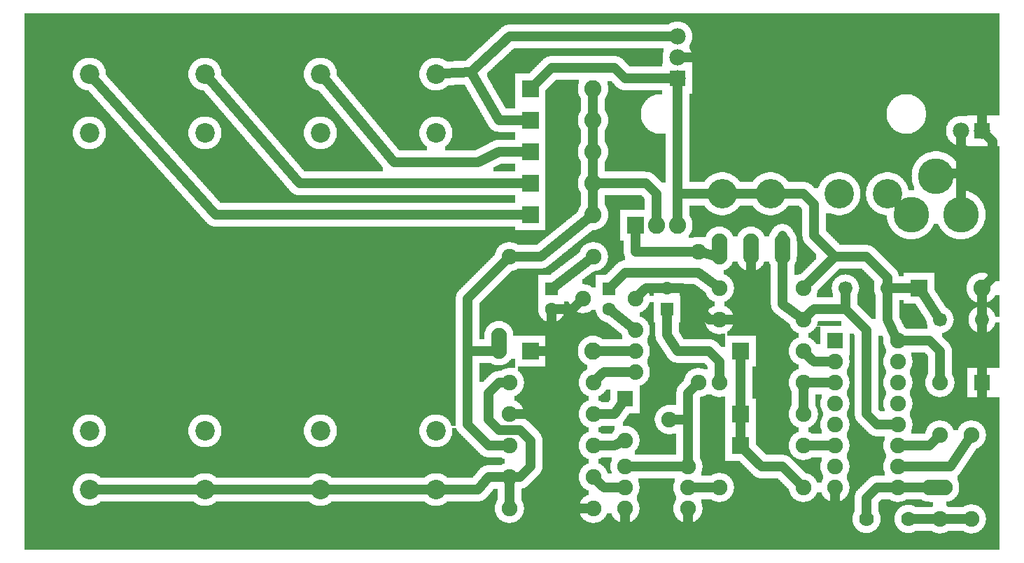
<source format=gbl>
G04 MADE WITH FRITZING*
G04 WWW.FRITZING.ORG*
G04 DOUBLE SIDED*
G04 HOLES PLATED*
G04 CONTOUR ON CENTER OF CONTOUR VECTOR*
%ASAXBY*%
%FSLAX23Y23*%
%MOIN*%
%OFA0B0*%
%SFA1.0B1.0*%
%ADD10C,0.075000*%
%ADD11C,0.082000*%
%ADD12C,0.070000*%
%ADD13C,0.066555*%
%ADD14C,0.078002*%
%ADD15C,0.078000*%
%ADD16C,0.074000*%
%ADD17C,0.170000*%
%ADD18C,0.140000*%
%ADD19C,0.093000*%
%ADD20C,0.062992*%
%ADD21R,0.082000X0.082000*%
%ADD22R,0.078002X0.078000*%
%ADD23R,0.078000X0.078000*%
%ADD24R,0.075000X0.075000*%
%ADD25R,0.062992X0.062992*%
%ADD26C,0.048000*%
%ADD27C,0.024000*%
%ADD28C,0.000100*%
%ADD29R,0.001000X0.001000*%
%LNCOPPER0*%
G90*
G70*
G54D10*
X2316Y2302D03*
X2876Y2167D03*
X3474Y1287D03*
X3222Y1236D03*
X4263Y1151D03*
X3053Y833D03*
X3280Y2519D03*
G54D11*
X4302Y1288D03*
X4600Y1288D03*
X2450Y2238D03*
X2748Y2238D03*
G54D12*
X4250Y188D03*
X4050Y188D03*
G54D13*
X4151Y1288D03*
X3950Y1288D03*
X4601Y1138D03*
X4400Y1138D03*
G54D10*
X2700Y1238D03*
X2950Y1238D03*
G54D14*
X3150Y2288D03*
X3150Y2388D03*
X3150Y2488D03*
G54D15*
X4600Y2038D03*
X4500Y2038D03*
G54D10*
X3250Y1463D03*
X3250Y838D03*
G54D11*
X2450Y988D03*
X2748Y988D03*
G54D16*
X2950Y1088D03*
X2950Y988D03*
X2950Y888D03*
G54D17*
X4264Y1638D03*
X4500Y1638D03*
X4382Y1823D03*
G54D10*
X2750Y238D03*
X2350Y238D03*
X3350Y1138D03*
X3750Y1138D03*
G54D16*
X3350Y1438D03*
X3350Y1438D03*
X3350Y1438D03*
X4350Y338D03*
X4350Y338D03*
X4350Y338D03*
X2300Y988D03*
X2300Y988D03*
X2300Y988D03*
X3500Y1438D03*
X3500Y1438D03*
X3500Y1438D03*
X3650Y1438D03*
X3650Y1438D03*
X3650Y1438D03*
G54D10*
X2900Y760D03*
X3112Y661D03*
X2900Y563D03*
G54D18*
X4150Y1738D03*
X3920Y1738D03*
X3363Y1738D03*
X3593Y1738D03*
G54D10*
X4600Y838D03*
X4400Y838D03*
X3900Y1038D03*
X4200Y1038D03*
X3900Y938D03*
X4200Y938D03*
X3900Y838D03*
X4200Y838D03*
X3900Y738D03*
X4200Y738D03*
X3900Y638D03*
X4200Y638D03*
X3900Y538D03*
X4200Y538D03*
X3900Y438D03*
X4200Y438D03*
X3900Y338D03*
X4200Y338D03*
X3450Y538D03*
X3750Y538D03*
X3450Y688D03*
X3750Y688D03*
X3450Y988D03*
X3750Y988D03*
X4550Y588D03*
X4550Y188D03*
X4400Y588D03*
X4400Y188D03*
G54D11*
X2450Y1638D03*
X2748Y1638D03*
X2450Y1788D03*
X2748Y1788D03*
X2450Y1938D03*
X2748Y1938D03*
X2450Y2088D03*
X2748Y2088D03*
G54D19*
X1450Y328D03*
X1450Y608D03*
X1450Y2308D03*
X1450Y2028D03*
X350Y328D03*
X350Y608D03*
X350Y2308D03*
X350Y2028D03*
X900Y328D03*
X900Y608D03*
X900Y2308D03*
X900Y2028D03*
X2000Y328D03*
X2000Y608D03*
X2000Y2308D03*
X2000Y2028D03*
G54D10*
X2900Y238D03*
X2900Y338D03*
X2900Y438D03*
X3200Y238D03*
X3200Y338D03*
X3200Y438D03*
X2350Y538D03*
X2750Y538D03*
X2350Y688D03*
X2750Y688D03*
G54D11*
X2950Y1588D03*
X3050Y1588D03*
X3150Y1588D03*
G54D10*
X2350Y1438D03*
X2750Y1438D03*
X3350Y1288D03*
X3750Y1288D03*
X2350Y838D03*
X2750Y838D03*
X2350Y388D03*
X2750Y388D03*
X3350Y338D03*
X3750Y338D03*
X3350Y838D03*
X3750Y838D03*
G54D20*
X2825Y1286D03*
X2825Y1188D03*
X3100Y1189D03*
X3100Y1288D03*
X2550Y1286D03*
X2550Y1188D03*
G54D21*
X4301Y1288D03*
X2449Y2238D03*
G54D22*
X3150Y2288D03*
G54D23*
X4600Y2038D03*
G54D21*
X2449Y988D03*
G54D24*
X2900Y760D03*
X4600Y838D03*
X3900Y1038D03*
G54D21*
X3451Y537D03*
X3451Y687D03*
X3451Y987D03*
X2449Y1638D03*
X2449Y1788D03*
X2449Y1938D03*
X2449Y2088D03*
X2950Y1588D03*
G54D25*
X2825Y1286D03*
X3100Y1189D03*
X2550Y1286D03*
G54D26*
X3900Y88D02*
X3900Y320D01*
D02*
X2900Y88D02*
X2900Y220D01*
D02*
X3200Y220D02*
X3200Y88D01*
D02*
X3250Y338D02*
X3218Y338D01*
D02*
X3333Y338D02*
X3250Y338D01*
D02*
X4328Y338D02*
X4218Y338D01*
D02*
X3750Y820D02*
X3750Y705D01*
D02*
X3450Y555D02*
X3450Y670D01*
D02*
X3738Y350D02*
X3651Y437D01*
D02*
X3550Y437D02*
X3462Y525D01*
D02*
X3651Y437D02*
X3550Y437D01*
D02*
X3883Y538D02*
X3768Y538D01*
D02*
X4265Y188D02*
X4383Y188D01*
D02*
X4050Y288D02*
X4050Y203D01*
D02*
X4100Y338D02*
X4050Y288D01*
D02*
X4183Y338D02*
X4100Y338D01*
D02*
X4149Y1287D02*
X4281Y1288D01*
D02*
X4149Y1287D02*
X4149Y1287D01*
D02*
X4601Y1122D02*
X4600Y855D01*
D02*
X4600Y1267D02*
X4601Y1154D01*
D02*
X2748Y2217D02*
X2748Y2109D01*
D02*
X2851Y2338D02*
X2899Y2287D01*
D02*
X2899Y2287D02*
X3131Y2288D01*
D02*
X2551Y2338D02*
X2851Y2338D01*
D02*
X2465Y2253D02*
X2551Y2338D01*
D02*
X2351Y2488D02*
X3131Y2488D01*
D02*
X2167Y2318D02*
X2351Y2488D01*
D02*
X2748Y1767D02*
X2748Y1659D01*
D02*
X2500Y1437D02*
X2368Y1438D01*
D02*
X2732Y1625D02*
X2500Y1437D01*
D02*
X3001Y1787D02*
X3049Y1738D01*
D02*
X2769Y1788D02*
X3001Y1787D01*
D02*
X3049Y1738D02*
X3050Y1609D01*
D02*
X2350Y370D02*
X2350Y255D01*
D02*
X4600Y2288D02*
X4600Y2057D01*
D02*
X3169Y2388D02*
X4500Y2387D01*
D02*
X4500Y2387D02*
X4600Y2288D01*
D02*
X1799Y1888D02*
X1473Y2280D01*
D02*
X2300Y1939D02*
X2200Y1888D01*
D02*
X2200Y1888D02*
X1799Y1888D01*
D02*
X2429Y1938D02*
X2300Y1939D01*
D02*
X3149Y1737D02*
X3150Y1609D01*
D02*
X3150Y2269D02*
X3149Y1737D01*
G54D27*
D02*
X3750Y1288D02*
X3750Y1288D01*
D02*
X4600Y1238D02*
X4601Y1138D01*
G54D26*
D02*
X3149Y1737D02*
X3543Y1738D01*
D02*
X4313Y1270D02*
X4391Y1151D01*
D02*
X3950Y1272D02*
X3950Y1188D01*
D02*
X3499Y1136D02*
X3500Y1416D01*
D02*
X3368Y1138D02*
X3499Y1136D01*
D02*
X2650Y1188D02*
X2688Y1225D01*
D02*
X2566Y1188D02*
X2650Y1188D01*
D02*
X3000Y1288D02*
X2962Y1250D01*
D02*
X3084Y1288D02*
X3000Y1288D01*
D02*
X2950Y1463D02*
X3233Y1463D01*
D02*
X2950Y1567D02*
X2950Y1463D01*
D02*
X2150Y988D02*
X2278Y988D01*
D02*
X4249Y1638D02*
X4249Y1638D01*
D02*
X4150Y1738D02*
X4249Y1638D01*
D02*
X4150Y1738D02*
X4150Y1738D01*
D02*
X4500Y1697D02*
X4500Y2019D01*
D02*
X4501Y1837D02*
X4440Y1830D01*
D02*
X4500Y2019D02*
X4501Y1837D01*
D02*
X4651Y1987D02*
X4613Y2024D01*
D02*
X4651Y1338D02*
X4651Y1987D01*
D02*
X4615Y1303D02*
X4651Y1338D01*
D02*
X3183Y438D02*
X2918Y438D01*
D02*
X2800Y337D02*
X2762Y375D01*
D02*
X2883Y338D02*
X2800Y337D01*
D02*
X2851Y688D02*
X2768Y688D01*
D02*
X2890Y745D02*
X2851Y688D01*
D02*
X2851Y538D02*
X2884Y555D01*
D02*
X2768Y538D02*
X2851Y538D01*
D02*
X3901Y1438D02*
X3762Y1300D01*
D02*
X3800Y1188D02*
X3950Y1188D01*
D02*
X3762Y1150D02*
X3800Y1188D01*
D02*
X2550Y237D02*
X2550Y688D01*
D02*
X2733Y238D02*
X2550Y237D01*
D02*
X2201Y328D02*
X2037Y328D01*
D02*
X2250Y388D02*
X2201Y328D01*
D02*
X2333Y388D02*
X2250Y388D01*
D02*
X2600Y87D02*
X2550Y137D01*
D02*
X3200Y88D02*
X2900Y88D01*
D02*
X2900Y88D02*
X2600Y87D01*
D02*
X3900Y88D02*
X3200Y88D01*
D02*
X2550Y137D02*
X2550Y237D01*
D02*
X4600Y838D02*
X4600Y1038D01*
D02*
X4649Y139D02*
X4651Y687D01*
D02*
X4601Y87D02*
X4649Y139D01*
D02*
X3900Y88D02*
X4601Y87D01*
D02*
X4600Y738D02*
X4600Y820D01*
D02*
X4651Y687D02*
X4600Y738D01*
D02*
X2400Y613D02*
X2450Y562D01*
D02*
X2299Y613D02*
X2400Y613D01*
D02*
X2300Y837D02*
X2250Y788D01*
D02*
X2400Y388D02*
X2367Y388D01*
D02*
X2451Y438D02*
X2400Y388D01*
D02*
X2450Y562D02*
X2451Y438D01*
D02*
X2251Y663D02*
X2299Y613D01*
D02*
X2250Y788D02*
X2251Y663D01*
D02*
X2333Y838D02*
X2300Y837D01*
D02*
X2736Y1427D02*
X2563Y1296D01*
D02*
X3250Y1363D02*
X2900Y1363D01*
D02*
X2900Y1363D02*
X2836Y1297D01*
D02*
X3336Y1298D02*
X3250Y1363D01*
D02*
X3349Y938D02*
X3301Y988D01*
D02*
X3301Y988D02*
X3151Y988D01*
D02*
X3151Y988D02*
X3101Y1064D01*
D02*
X3101Y1064D02*
X3100Y1174D01*
D02*
X3350Y855D02*
X3349Y938D01*
D02*
X3300Y1137D02*
X3175Y1287D01*
D02*
X3350Y1137D02*
X3300Y1137D01*
D02*
X3175Y1287D02*
X3116Y1288D01*
D02*
X3350Y1137D02*
X3350Y1137D01*
D02*
X3267Y1459D02*
X3329Y1443D01*
D02*
X3200Y788D02*
X3238Y825D01*
D02*
X3200Y662D02*
X3200Y788D01*
D02*
X3130Y661D02*
X3200Y662D01*
D02*
X3200Y662D02*
X3200Y455D01*
D02*
X3650Y1537D02*
X3650Y1460D01*
D02*
X3651Y1213D02*
X3650Y1537D01*
D02*
X3736Y1148D02*
X3651Y1213D01*
D02*
X2150Y638D02*
X2250Y538D01*
D02*
X2250Y538D02*
X2333Y538D01*
D02*
X2150Y988D02*
X2150Y638D01*
D02*
X2150Y1237D02*
X2150Y988D01*
D02*
X2338Y1425D02*
X2150Y1237D01*
D02*
X2549Y988D02*
X2549Y689D01*
D02*
X2549Y689D02*
X2368Y688D01*
D02*
X2471Y988D02*
X2549Y988D01*
D02*
X2549Y988D02*
X2550Y1172D01*
D02*
X2471Y988D02*
X2549Y988D01*
D02*
X2800Y888D02*
X2934Y888D01*
D02*
X2762Y850D02*
X2800Y888D01*
D02*
X2769Y988D02*
X2934Y988D01*
D02*
X2837Y1178D02*
X2938Y1098D01*
D02*
X4401Y988D02*
X4400Y855D01*
D02*
X4350Y1037D02*
X4401Y988D01*
D02*
X4218Y1038D02*
X4350Y1037D01*
D02*
X4350Y538D02*
X4388Y575D01*
D02*
X4218Y538D02*
X4350Y538D01*
D02*
X4551Y588D02*
X4551Y588D01*
D02*
X4450Y437D02*
X4551Y588D01*
D02*
X4400Y438D02*
X4450Y437D01*
D02*
X4218Y438D02*
X4400Y438D01*
D02*
X4533Y188D02*
X4418Y188D01*
D02*
X3800Y1687D02*
X3801Y1539D01*
D02*
X3751Y1738D02*
X3800Y1687D01*
D02*
X4149Y1338D02*
X4149Y1287D01*
D02*
X4050Y1437D02*
X4149Y1338D01*
D02*
X3901Y1438D02*
X4050Y1437D01*
D02*
X3801Y1539D02*
X3901Y1438D01*
D02*
X3751Y1738D02*
X3643Y1738D01*
D02*
X4150Y1137D02*
X4192Y1053D01*
D02*
X4151Y1272D02*
X4150Y1137D01*
D02*
X2300Y2089D02*
X2429Y2088D01*
D02*
X2167Y2318D02*
X2300Y2089D01*
D02*
X2036Y2310D02*
X2167Y2318D01*
D02*
X950Y1637D02*
X2429Y1638D01*
D02*
X374Y2281D02*
X950Y1637D01*
D02*
X1349Y1787D02*
X2429Y1788D01*
D02*
X924Y2280D02*
X1349Y1787D01*
D02*
X2748Y2067D02*
X2748Y1959D01*
D02*
X2748Y1917D02*
X2748Y1809D01*
D02*
X864Y328D02*
X387Y328D01*
D02*
X1414Y328D02*
X937Y328D01*
D02*
X1487Y328D02*
X1964Y328D01*
D02*
X2368Y688D02*
X2550Y688D01*
D02*
X4100Y638D02*
X4183Y638D01*
D02*
X4050Y688D02*
X4100Y638D01*
D02*
X4051Y1087D02*
X4050Y688D01*
D02*
X3950Y1188D02*
X4051Y1087D01*
D02*
X3768Y838D02*
X3883Y838D01*
D02*
X3762Y975D02*
X3799Y938D01*
D02*
X3799Y938D02*
X3883Y938D01*
D02*
X3450Y705D02*
X3450Y970D01*
G54D28*
G36*
X2372Y2432D02*
X2372Y2430D01*
X2370Y2430D01*
X2370Y2428D01*
X2368Y2428D01*
X2368Y2426D01*
X2364Y2426D01*
X2364Y2424D01*
X2362Y2424D01*
X2362Y2422D01*
X2360Y2422D01*
X2360Y2420D01*
X2358Y2420D01*
X2358Y2418D01*
X2356Y2418D01*
X2356Y2416D01*
X2354Y2416D01*
X2354Y2414D01*
X2352Y2414D01*
X2352Y2412D01*
X2350Y2412D01*
X2350Y2410D01*
X2348Y2410D01*
X2348Y2408D01*
X2346Y2408D01*
X2346Y2406D01*
X2344Y2406D01*
X2344Y2404D01*
X2342Y2404D01*
X2342Y2402D01*
X2340Y2402D01*
X2340Y2400D01*
X2336Y2400D01*
X2336Y2398D01*
X2334Y2398D01*
X2334Y2396D01*
X2332Y2396D01*
X2332Y2394D01*
X2862Y2394D01*
X2862Y2392D01*
X2870Y2392D01*
X2870Y2390D01*
X2874Y2390D01*
X2874Y2388D01*
X2878Y2388D01*
X2878Y2386D01*
X2882Y2386D01*
X2882Y2384D01*
X2884Y2384D01*
X2884Y2382D01*
X2886Y2382D01*
X2886Y2380D01*
X2890Y2380D01*
X2890Y2378D01*
X2892Y2378D01*
X2892Y2376D01*
X2894Y2376D01*
X2894Y2374D01*
X2896Y2374D01*
X2896Y2370D01*
X2898Y2370D01*
X2898Y2368D01*
X2900Y2368D01*
X2900Y2366D01*
X2902Y2366D01*
X2902Y2364D01*
X2904Y2364D01*
X2904Y2362D01*
X2906Y2362D01*
X2906Y2360D01*
X2908Y2360D01*
X2908Y2358D01*
X2910Y2358D01*
X2910Y2356D01*
X2912Y2356D01*
X2912Y2354D01*
X2914Y2354D01*
X2914Y2352D01*
X2916Y2352D01*
X2916Y2350D01*
X2918Y2350D01*
X2918Y2348D01*
X2920Y2348D01*
X2920Y2346D01*
X2922Y2346D01*
X2922Y2344D01*
X3078Y2344D01*
X3078Y2358D01*
X3080Y2358D01*
X3080Y2404D01*
X3082Y2404D01*
X3082Y2412D01*
X3084Y2412D01*
X3084Y2432D01*
X2372Y2432D01*
G37*
D02*
G36*
X2330Y2394D02*
X2330Y2392D01*
X2328Y2392D01*
X2328Y2390D01*
X2326Y2390D01*
X2326Y2388D01*
X2324Y2388D01*
X2324Y2386D01*
X2322Y2386D01*
X2322Y2384D01*
X2320Y2384D01*
X2320Y2382D01*
X2318Y2382D01*
X2318Y2380D01*
X2316Y2380D01*
X2316Y2378D01*
X2314Y2378D01*
X2314Y2376D01*
X2310Y2376D01*
X2310Y2374D01*
X2308Y2374D01*
X2308Y2372D01*
X2306Y2372D01*
X2306Y2370D01*
X2304Y2370D01*
X2304Y2368D01*
X2302Y2368D01*
X2302Y2366D01*
X2300Y2366D01*
X2300Y2364D01*
X2298Y2364D01*
X2298Y2362D01*
X2296Y2362D01*
X2296Y2360D01*
X2294Y2360D01*
X2294Y2358D01*
X2292Y2358D01*
X2292Y2356D01*
X2290Y2356D01*
X2290Y2354D01*
X2288Y2354D01*
X2288Y2352D01*
X2286Y2352D01*
X2286Y2350D01*
X2282Y2350D01*
X2282Y2348D01*
X2280Y2348D01*
X2280Y2346D01*
X2278Y2346D01*
X2278Y2344D01*
X2276Y2344D01*
X2276Y2342D01*
X2274Y2342D01*
X2274Y2340D01*
X2272Y2340D01*
X2272Y2338D01*
X2270Y2338D01*
X2270Y2336D01*
X2268Y2336D01*
X2268Y2334D01*
X2266Y2334D01*
X2266Y2332D01*
X2264Y2332D01*
X2264Y2330D01*
X2262Y2330D01*
X2262Y2328D01*
X2260Y2328D01*
X2260Y2326D01*
X2256Y2326D01*
X2256Y2324D01*
X2254Y2324D01*
X2254Y2322D01*
X2252Y2322D01*
X2252Y2320D01*
X2250Y2320D01*
X2250Y2318D01*
X2248Y2318D01*
X2248Y2316D01*
X2246Y2316D01*
X2246Y2314D01*
X2244Y2314D01*
X2244Y2294D01*
X2246Y2294D01*
X2246Y2292D01*
X2248Y2292D01*
X2248Y2288D01*
X2250Y2288D01*
X2250Y2284D01*
X2252Y2284D01*
X2252Y2280D01*
X2254Y2280D01*
X2254Y2278D01*
X2256Y2278D01*
X2256Y2274D01*
X2258Y2274D01*
X2258Y2270D01*
X2260Y2270D01*
X2260Y2268D01*
X2262Y2268D01*
X2262Y2264D01*
X2264Y2264D01*
X2264Y2260D01*
X2266Y2260D01*
X2266Y2256D01*
X2268Y2256D01*
X2268Y2254D01*
X2270Y2254D01*
X2270Y2250D01*
X2272Y2250D01*
X2272Y2246D01*
X2274Y2246D01*
X2274Y2242D01*
X2276Y2242D01*
X2276Y2240D01*
X2278Y2240D01*
X2278Y2236D01*
X2280Y2236D01*
X2280Y2232D01*
X2282Y2232D01*
X2282Y2230D01*
X2284Y2230D01*
X2284Y2226D01*
X2286Y2226D01*
X2286Y2222D01*
X2288Y2222D01*
X2288Y2218D01*
X2290Y2218D01*
X2290Y2216D01*
X2292Y2216D01*
X2292Y2212D01*
X2294Y2212D01*
X2294Y2208D01*
X2296Y2208D01*
X2296Y2206D01*
X2298Y2206D01*
X2298Y2202D01*
X2300Y2202D01*
X2300Y2198D01*
X2302Y2198D01*
X2302Y2194D01*
X2304Y2194D01*
X2304Y2192D01*
X2306Y2192D01*
X2306Y2188D01*
X2308Y2188D01*
X2308Y2184D01*
X2310Y2184D01*
X2310Y2182D01*
X2312Y2182D01*
X2312Y2178D01*
X2314Y2178D01*
X2314Y2174D01*
X2316Y2174D01*
X2316Y2170D01*
X2318Y2170D01*
X2318Y2168D01*
X2320Y2168D01*
X2320Y2164D01*
X2322Y2164D01*
X2322Y2160D01*
X2324Y2160D01*
X2324Y2156D01*
X2326Y2156D01*
X2326Y2154D01*
X2328Y2154D01*
X2328Y2150D01*
X2330Y2150D01*
X2330Y2146D01*
X2332Y2146D01*
X2332Y2144D01*
X2376Y2144D01*
X2376Y2312D01*
X2446Y2312D01*
X2446Y2314D01*
X2448Y2314D01*
X2448Y2316D01*
X2450Y2316D01*
X2450Y2318D01*
X2452Y2318D01*
X2452Y2320D01*
X2454Y2320D01*
X2454Y2322D01*
X2456Y2322D01*
X2456Y2324D01*
X2458Y2324D01*
X2458Y2326D01*
X2460Y2326D01*
X2460Y2328D01*
X2462Y2328D01*
X2462Y2330D01*
X2464Y2330D01*
X2464Y2332D01*
X2466Y2332D01*
X2466Y2334D01*
X2468Y2334D01*
X2468Y2336D01*
X2470Y2336D01*
X2470Y2338D01*
X2472Y2338D01*
X2472Y2340D01*
X2474Y2340D01*
X2474Y2342D01*
X2476Y2342D01*
X2476Y2344D01*
X2478Y2344D01*
X2478Y2346D01*
X2480Y2346D01*
X2480Y2348D01*
X2482Y2348D01*
X2482Y2350D01*
X2484Y2350D01*
X2484Y2352D01*
X2486Y2352D01*
X2486Y2354D01*
X2488Y2354D01*
X2488Y2356D01*
X2490Y2356D01*
X2490Y2358D01*
X2492Y2358D01*
X2492Y2360D01*
X2494Y2360D01*
X2494Y2362D01*
X2496Y2362D01*
X2496Y2364D01*
X2498Y2364D01*
X2498Y2366D01*
X2500Y2366D01*
X2500Y2368D01*
X2502Y2368D01*
X2502Y2370D01*
X2504Y2370D01*
X2504Y2372D01*
X2506Y2372D01*
X2506Y2374D01*
X2508Y2374D01*
X2508Y2376D01*
X2510Y2376D01*
X2510Y2378D01*
X2512Y2378D01*
X2512Y2380D01*
X2516Y2380D01*
X2516Y2382D01*
X2518Y2382D01*
X2518Y2384D01*
X2520Y2384D01*
X2520Y2386D01*
X2524Y2386D01*
X2524Y2388D01*
X2528Y2388D01*
X2528Y2390D01*
X2532Y2390D01*
X2532Y2392D01*
X2540Y2392D01*
X2540Y2394D01*
X2330Y2394D01*
G37*
D02*
G36*
X2816Y2274D02*
X2816Y2262D01*
X2818Y2262D01*
X2818Y2254D01*
X2820Y2254D01*
X2820Y2222D01*
X2818Y2222D01*
X2818Y2214D01*
X2816Y2214D01*
X2816Y2210D01*
X2814Y2210D01*
X2814Y2206D01*
X2812Y2206D01*
X2812Y2202D01*
X2810Y2202D01*
X2810Y2198D01*
X2808Y2198D01*
X2808Y2196D01*
X2806Y2196D01*
X2806Y2192D01*
X2804Y2192D01*
X2804Y2134D01*
X2806Y2134D01*
X2806Y2130D01*
X2808Y2130D01*
X2808Y2128D01*
X2810Y2128D01*
X2810Y2124D01*
X2812Y2124D01*
X2812Y2120D01*
X2814Y2120D01*
X2814Y2116D01*
X2816Y2116D01*
X2816Y2112D01*
X2818Y2112D01*
X2818Y2104D01*
X2820Y2104D01*
X2820Y2072D01*
X2818Y2072D01*
X2818Y2064D01*
X2816Y2064D01*
X2816Y2060D01*
X2814Y2060D01*
X2814Y2056D01*
X2812Y2056D01*
X2812Y2052D01*
X2810Y2052D01*
X2810Y2048D01*
X2808Y2048D01*
X2808Y2046D01*
X2806Y2046D01*
X2806Y2042D01*
X2804Y2042D01*
X2804Y1984D01*
X2806Y1984D01*
X2806Y1980D01*
X2808Y1980D01*
X2808Y1978D01*
X2810Y1978D01*
X2810Y1974D01*
X2812Y1974D01*
X2812Y1970D01*
X2814Y1970D01*
X2814Y1966D01*
X2816Y1966D01*
X2816Y1962D01*
X2818Y1962D01*
X2818Y1954D01*
X2820Y1954D01*
X2820Y1922D01*
X2818Y1922D01*
X2818Y1914D01*
X2816Y1914D01*
X2816Y1910D01*
X2814Y1910D01*
X2814Y1906D01*
X2812Y1906D01*
X2812Y1902D01*
X2810Y1902D01*
X2810Y1898D01*
X2808Y1898D01*
X2808Y1896D01*
X2806Y1896D01*
X2806Y1892D01*
X2804Y1892D01*
X2804Y1844D01*
X2996Y1844D01*
X2996Y1842D01*
X3016Y1842D01*
X3016Y1840D01*
X3022Y1840D01*
X3022Y1838D01*
X3026Y1838D01*
X3026Y1836D01*
X3030Y1836D01*
X3030Y1834D01*
X3032Y1834D01*
X3032Y1832D01*
X3036Y1832D01*
X3036Y1830D01*
X3038Y1830D01*
X3038Y1828D01*
X3040Y1828D01*
X3040Y1826D01*
X3042Y1826D01*
X3042Y1824D01*
X3044Y1824D01*
X3044Y1822D01*
X3046Y1822D01*
X3046Y1820D01*
X3048Y1820D01*
X3048Y1818D01*
X3050Y1818D01*
X3050Y1816D01*
X3052Y1816D01*
X3052Y1814D01*
X3054Y1814D01*
X3054Y1812D01*
X3056Y1812D01*
X3056Y1810D01*
X3058Y1810D01*
X3058Y1808D01*
X3060Y1808D01*
X3060Y1806D01*
X3062Y1806D01*
X3062Y1804D01*
X3064Y1804D01*
X3064Y1802D01*
X3066Y1802D01*
X3066Y1800D01*
X3068Y1800D01*
X3068Y1798D01*
X3070Y1798D01*
X3070Y1796D01*
X3072Y1796D01*
X3072Y1794D01*
X3074Y1794D01*
X3074Y1792D01*
X3094Y1792D01*
X3094Y2024D01*
X3054Y2024D01*
X3054Y2026D01*
X3044Y2026D01*
X3044Y2028D01*
X3038Y2028D01*
X3038Y2030D01*
X3034Y2030D01*
X3034Y2032D01*
X3030Y2032D01*
X3030Y2034D01*
X3026Y2034D01*
X3026Y2036D01*
X3022Y2036D01*
X3022Y2038D01*
X3018Y2038D01*
X3018Y2040D01*
X3016Y2040D01*
X3016Y2042D01*
X3012Y2042D01*
X3012Y2044D01*
X3010Y2044D01*
X3010Y2046D01*
X3008Y2046D01*
X3008Y2048D01*
X3006Y2048D01*
X3006Y2050D01*
X3004Y2050D01*
X3004Y2052D01*
X3002Y2052D01*
X3002Y2054D01*
X3000Y2054D01*
X3000Y2056D01*
X2998Y2056D01*
X2998Y2058D01*
X2996Y2058D01*
X2996Y2060D01*
X2994Y2060D01*
X2994Y2064D01*
X2992Y2064D01*
X2992Y2066D01*
X2990Y2066D01*
X2990Y2070D01*
X2988Y2070D01*
X2988Y2072D01*
X2986Y2072D01*
X2986Y2076D01*
X2984Y2076D01*
X2984Y2082D01*
X2982Y2082D01*
X2982Y2086D01*
X2980Y2086D01*
X2980Y2092D01*
X2978Y2092D01*
X2978Y2102D01*
X2976Y2102D01*
X2976Y2134D01*
X2978Y2134D01*
X2978Y2144D01*
X2980Y2144D01*
X2980Y2150D01*
X2982Y2150D01*
X2982Y2154D01*
X2984Y2154D01*
X2984Y2160D01*
X2986Y2160D01*
X2986Y2164D01*
X2988Y2164D01*
X2988Y2166D01*
X2990Y2166D01*
X2990Y2170D01*
X2992Y2170D01*
X2992Y2172D01*
X2994Y2172D01*
X2994Y2176D01*
X2996Y2176D01*
X2996Y2178D01*
X2998Y2178D01*
X2998Y2180D01*
X3000Y2180D01*
X3000Y2182D01*
X3002Y2182D01*
X3002Y2184D01*
X3004Y2184D01*
X3004Y2186D01*
X3006Y2186D01*
X3006Y2188D01*
X3008Y2188D01*
X3008Y2190D01*
X3010Y2190D01*
X3010Y2192D01*
X3012Y2192D01*
X3012Y2194D01*
X3016Y2194D01*
X3016Y2196D01*
X3018Y2196D01*
X3018Y2198D01*
X3022Y2198D01*
X3022Y2200D01*
X3026Y2200D01*
X3026Y2202D01*
X3028Y2202D01*
X3028Y2204D01*
X3034Y2204D01*
X3034Y2206D01*
X3038Y2206D01*
X3038Y2208D01*
X3044Y2208D01*
X3044Y2210D01*
X3054Y2210D01*
X3054Y2212D01*
X3078Y2212D01*
X3078Y2232D01*
X2886Y2232D01*
X2886Y2234D01*
X2880Y2234D01*
X2880Y2236D01*
X2876Y2236D01*
X2876Y2238D01*
X2872Y2238D01*
X2872Y2240D01*
X2868Y2240D01*
X2868Y2242D01*
X2866Y2242D01*
X2866Y2244D01*
X2864Y2244D01*
X2864Y2246D01*
X2860Y2246D01*
X2860Y2248D01*
X2858Y2248D01*
X2858Y2250D01*
X2856Y2250D01*
X2856Y2252D01*
X2854Y2252D01*
X2854Y2254D01*
X2852Y2254D01*
X2852Y2258D01*
X2850Y2258D01*
X2850Y2260D01*
X2848Y2260D01*
X2848Y2262D01*
X2846Y2262D01*
X2846Y2264D01*
X2844Y2264D01*
X2844Y2266D01*
X2842Y2266D01*
X2842Y2268D01*
X2840Y2268D01*
X2840Y2270D01*
X2838Y2270D01*
X2838Y2272D01*
X2836Y2272D01*
X2836Y2274D01*
X2816Y2274D01*
G37*
D02*
G36*
X2310Y1882D02*
X2310Y1880D01*
X2306Y1880D01*
X2306Y1878D01*
X2302Y1878D01*
X2302Y1876D01*
X2298Y1876D01*
X2298Y1874D01*
X2294Y1874D01*
X2294Y1872D01*
X2290Y1872D01*
X2290Y1870D01*
X2286Y1870D01*
X2286Y1868D01*
X2282Y1868D01*
X2282Y1866D01*
X2278Y1866D01*
X2278Y1864D01*
X2274Y1864D01*
X2274Y1844D01*
X2376Y1844D01*
X2376Y1882D01*
X2310Y1882D01*
G37*
D02*
G36*
X4370Y1848D02*
X4370Y1846D01*
X4366Y1846D01*
X4366Y1844D01*
X4364Y1844D01*
X4364Y1842D01*
X4362Y1842D01*
X4362Y1840D01*
X4360Y1840D01*
X4360Y1838D01*
X4358Y1838D01*
X4358Y1834D01*
X4356Y1834D01*
X4356Y1812D01*
X4358Y1812D01*
X4358Y1808D01*
X4360Y1808D01*
X4360Y1806D01*
X4362Y1806D01*
X4362Y1804D01*
X4364Y1804D01*
X4364Y1802D01*
X4366Y1802D01*
X4366Y1800D01*
X4370Y1800D01*
X4370Y1798D01*
X4394Y1798D01*
X4394Y1800D01*
X4398Y1800D01*
X4398Y1802D01*
X4400Y1802D01*
X4400Y1804D01*
X4402Y1804D01*
X4402Y1806D01*
X4404Y1806D01*
X4404Y1808D01*
X4406Y1808D01*
X4406Y1838D01*
X4404Y1838D01*
X4404Y1840D01*
X4402Y1840D01*
X4402Y1842D01*
X4400Y1842D01*
X4400Y1844D01*
X4398Y1844D01*
X4398Y1846D01*
X4394Y1846D01*
X4394Y1848D01*
X4370Y1848D01*
G37*
D02*
G36*
X3206Y1682D02*
X3206Y1636D01*
X3350Y1636D01*
X3350Y1638D01*
X3338Y1638D01*
X3338Y1640D01*
X3332Y1640D01*
X3332Y1642D01*
X3326Y1642D01*
X3326Y1644D01*
X3320Y1644D01*
X3320Y1646D01*
X3316Y1646D01*
X3316Y1648D01*
X3314Y1648D01*
X3314Y1650D01*
X3310Y1650D01*
X3310Y1652D01*
X3306Y1652D01*
X3306Y1654D01*
X3304Y1654D01*
X3304Y1656D01*
X3302Y1656D01*
X3302Y1658D01*
X3298Y1658D01*
X3298Y1660D01*
X3296Y1660D01*
X3296Y1662D01*
X3294Y1662D01*
X3294Y1664D01*
X3292Y1664D01*
X3292Y1666D01*
X3290Y1666D01*
X3290Y1668D01*
X3288Y1668D01*
X3288Y1670D01*
X3286Y1670D01*
X3286Y1672D01*
X3284Y1672D01*
X3284Y1674D01*
X3282Y1674D01*
X3282Y1678D01*
X3280Y1678D01*
X3280Y1680D01*
X3278Y1680D01*
X3278Y1682D01*
X3206Y1682D01*
G37*
D02*
G36*
X3446Y1682D02*
X3446Y1678D01*
X3444Y1678D01*
X3444Y1676D01*
X3442Y1676D01*
X3442Y1672D01*
X3440Y1672D01*
X3440Y1670D01*
X3438Y1670D01*
X3438Y1668D01*
X3436Y1668D01*
X3436Y1666D01*
X3434Y1666D01*
X3434Y1664D01*
X3432Y1664D01*
X3432Y1662D01*
X3430Y1662D01*
X3430Y1660D01*
X3426Y1660D01*
X3426Y1658D01*
X3424Y1658D01*
X3424Y1656D01*
X3422Y1656D01*
X3422Y1654D01*
X3418Y1654D01*
X3418Y1652D01*
X3416Y1652D01*
X3416Y1650D01*
X3412Y1650D01*
X3412Y1648D01*
X3408Y1648D01*
X3408Y1646D01*
X3404Y1646D01*
X3404Y1644D01*
X3400Y1644D01*
X3400Y1642D01*
X3394Y1642D01*
X3394Y1640D01*
X3386Y1640D01*
X3386Y1638D01*
X3376Y1638D01*
X3376Y1636D01*
X3580Y1636D01*
X3580Y1638D01*
X3568Y1638D01*
X3568Y1640D01*
X3562Y1640D01*
X3562Y1642D01*
X3556Y1642D01*
X3556Y1644D01*
X3550Y1644D01*
X3550Y1646D01*
X3546Y1646D01*
X3546Y1648D01*
X3544Y1648D01*
X3544Y1650D01*
X3540Y1650D01*
X3540Y1652D01*
X3536Y1652D01*
X3536Y1654D01*
X3534Y1654D01*
X3534Y1656D01*
X3532Y1656D01*
X3532Y1658D01*
X3528Y1658D01*
X3528Y1660D01*
X3526Y1660D01*
X3526Y1662D01*
X3524Y1662D01*
X3524Y1664D01*
X3522Y1664D01*
X3522Y1666D01*
X3520Y1666D01*
X3520Y1668D01*
X3518Y1668D01*
X3518Y1670D01*
X3516Y1670D01*
X3516Y1672D01*
X3514Y1672D01*
X3514Y1674D01*
X3512Y1674D01*
X3512Y1678D01*
X3510Y1678D01*
X3510Y1680D01*
X3508Y1680D01*
X3508Y1682D01*
X3446Y1682D01*
G37*
D02*
G36*
X3676Y1682D02*
X3676Y1678D01*
X3674Y1678D01*
X3674Y1676D01*
X3672Y1676D01*
X3672Y1672D01*
X3670Y1672D01*
X3670Y1670D01*
X3668Y1670D01*
X3668Y1668D01*
X3666Y1668D01*
X3666Y1666D01*
X3664Y1666D01*
X3664Y1664D01*
X3662Y1664D01*
X3662Y1662D01*
X3660Y1662D01*
X3660Y1660D01*
X3656Y1660D01*
X3656Y1658D01*
X3654Y1658D01*
X3654Y1656D01*
X3652Y1656D01*
X3652Y1654D01*
X3648Y1654D01*
X3648Y1652D01*
X3646Y1652D01*
X3646Y1650D01*
X3642Y1650D01*
X3642Y1648D01*
X3638Y1648D01*
X3638Y1646D01*
X3634Y1646D01*
X3634Y1644D01*
X3630Y1644D01*
X3630Y1642D01*
X3624Y1642D01*
X3624Y1640D01*
X3616Y1640D01*
X3616Y1638D01*
X3606Y1638D01*
X3606Y1636D01*
X3744Y1636D01*
X3744Y1666D01*
X3742Y1666D01*
X3742Y1668D01*
X3740Y1668D01*
X3740Y1670D01*
X3738Y1670D01*
X3738Y1672D01*
X3736Y1672D01*
X3736Y1674D01*
X3734Y1674D01*
X3734Y1676D01*
X3732Y1676D01*
X3732Y1678D01*
X3730Y1678D01*
X3730Y1680D01*
X3728Y1680D01*
X3728Y1682D01*
X3676Y1682D01*
G37*
D02*
G36*
X3206Y1636D02*
X3206Y1634D01*
X3744Y1634D01*
X3744Y1636D01*
X3206Y1636D01*
G37*
D02*
G36*
X3206Y1636D02*
X3206Y1634D01*
X3744Y1634D01*
X3744Y1636D01*
X3206Y1636D01*
G37*
D02*
G36*
X3206Y1636D02*
X3206Y1634D01*
X3744Y1634D01*
X3744Y1636D01*
X3206Y1636D01*
G37*
D02*
G36*
X3208Y1634D02*
X3208Y1630D01*
X3210Y1630D01*
X3210Y1628D01*
X3212Y1628D01*
X3212Y1624D01*
X3214Y1624D01*
X3214Y1620D01*
X3216Y1620D01*
X3216Y1616D01*
X3218Y1616D01*
X3218Y1612D01*
X3220Y1612D01*
X3220Y1604D01*
X3222Y1604D01*
X3222Y1594D01*
X3658Y1594D01*
X3658Y1592D01*
X3666Y1592D01*
X3666Y1590D01*
X3672Y1590D01*
X3672Y1588D01*
X3676Y1588D01*
X3676Y1586D01*
X3680Y1586D01*
X3680Y1584D01*
X3682Y1584D01*
X3682Y1582D01*
X3684Y1582D01*
X3684Y1580D01*
X3688Y1580D01*
X3688Y1578D01*
X3690Y1578D01*
X3690Y1576D01*
X3692Y1576D01*
X3692Y1572D01*
X3694Y1572D01*
X3694Y1570D01*
X3696Y1570D01*
X3696Y1568D01*
X3698Y1568D01*
X3698Y1564D01*
X3700Y1564D01*
X3700Y1560D01*
X3702Y1560D01*
X3702Y1556D01*
X3704Y1556D01*
X3704Y1554D01*
X3706Y1554D01*
X3706Y1550D01*
X3708Y1550D01*
X3708Y1548D01*
X3710Y1548D01*
X3710Y1544D01*
X3712Y1544D01*
X3712Y1540D01*
X3714Y1540D01*
X3714Y1534D01*
X3716Y1534D01*
X3716Y1528D01*
X3718Y1528D01*
X3718Y1512D01*
X3720Y1512D01*
X3720Y1438D01*
X3718Y1438D01*
X3718Y1422D01*
X3716Y1422D01*
X3716Y1416D01*
X3714Y1416D01*
X3714Y1410D01*
X3712Y1410D01*
X3712Y1406D01*
X3710Y1406D01*
X3710Y1402D01*
X3708Y1402D01*
X3708Y1400D01*
X3706Y1400D01*
X3706Y1352D01*
X3726Y1352D01*
X3726Y1354D01*
X3732Y1354D01*
X3732Y1356D01*
X3740Y1356D01*
X3740Y1358D01*
X3742Y1358D01*
X3742Y1360D01*
X3744Y1360D01*
X3744Y1362D01*
X3746Y1362D01*
X3746Y1364D01*
X3748Y1364D01*
X3748Y1366D01*
X3750Y1366D01*
X3750Y1368D01*
X3752Y1368D01*
X3752Y1370D01*
X3754Y1370D01*
X3754Y1372D01*
X3756Y1372D01*
X3756Y1374D01*
X3758Y1374D01*
X3758Y1376D01*
X3760Y1376D01*
X3760Y1378D01*
X3762Y1378D01*
X3762Y1380D01*
X3764Y1380D01*
X3764Y1382D01*
X3766Y1382D01*
X3766Y1384D01*
X3768Y1384D01*
X3768Y1386D01*
X3770Y1386D01*
X3770Y1388D01*
X3772Y1388D01*
X3772Y1390D01*
X3774Y1390D01*
X3774Y1392D01*
X3776Y1392D01*
X3776Y1394D01*
X3778Y1394D01*
X3778Y1396D01*
X3780Y1396D01*
X3780Y1398D01*
X3782Y1398D01*
X3782Y1400D01*
X3784Y1400D01*
X3784Y1402D01*
X3786Y1402D01*
X3786Y1404D01*
X3788Y1404D01*
X3788Y1406D01*
X3790Y1406D01*
X3790Y1408D01*
X3792Y1408D01*
X3792Y1410D01*
X3794Y1410D01*
X3794Y1412D01*
X3796Y1412D01*
X3796Y1414D01*
X3798Y1414D01*
X3798Y1416D01*
X3800Y1416D01*
X3800Y1418D01*
X3802Y1418D01*
X3802Y1420D01*
X3804Y1420D01*
X3804Y1422D01*
X3806Y1422D01*
X3806Y1424D01*
X3808Y1424D01*
X3808Y1426D01*
X3810Y1426D01*
X3810Y1428D01*
X3812Y1428D01*
X3812Y1450D01*
X3810Y1450D01*
X3810Y1452D01*
X3808Y1452D01*
X3808Y1454D01*
X3806Y1454D01*
X3806Y1456D01*
X3804Y1456D01*
X3804Y1458D01*
X3802Y1458D01*
X3802Y1460D01*
X3800Y1460D01*
X3800Y1462D01*
X3798Y1462D01*
X3798Y1464D01*
X3796Y1464D01*
X3796Y1466D01*
X3794Y1466D01*
X3794Y1468D01*
X3792Y1468D01*
X3792Y1470D01*
X3790Y1470D01*
X3790Y1472D01*
X3788Y1472D01*
X3788Y1474D01*
X3786Y1474D01*
X3786Y1476D01*
X3784Y1476D01*
X3784Y1478D01*
X3782Y1478D01*
X3782Y1480D01*
X3780Y1480D01*
X3780Y1482D01*
X3778Y1482D01*
X3778Y1484D01*
X3776Y1484D01*
X3776Y1486D01*
X3774Y1486D01*
X3774Y1488D01*
X3772Y1488D01*
X3772Y1490D01*
X3770Y1490D01*
X3770Y1492D01*
X3768Y1492D01*
X3768Y1494D01*
X3766Y1494D01*
X3766Y1496D01*
X3764Y1496D01*
X3764Y1498D01*
X3762Y1498D01*
X3762Y1500D01*
X3760Y1500D01*
X3760Y1502D01*
X3758Y1502D01*
X3758Y1504D01*
X3756Y1504D01*
X3756Y1506D01*
X3754Y1506D01*
X3754Y1510D01*
X3752Y1510D01*
X3752Y1514D01*
X3750Y1514D01*
X3750Y1518D01*
X3748Y1518D01*
X3748Y1524D01*
X3746Y1524D01*
X3746Y1534D01*
X3744Y1534D01*
X3744Y1634D01*
X3208Y1634D01*
G37*
D02*
G36*
X3222Y1594D02*
X3222Y1580D01*
X3516Y1580D01*
X3516Y1578D01*
X3522Y1578D01*
X3522Y1576D01*
X3528Y1576D01*
X3528Y1574D01*
X3532Y1574D01*
X3532Y1572D01*
X3536Y1572D01*
X3536Y1570D01*
X3538Y1570D01*
X3538Y1568D01*
X3542Y1568D01*
X3542Y1566D01*
X3544Y1566D01*
X3544Y1564D01*
X3546Y1564D01*
X3546Y1562D01*
X3548Y1562D01*
X3548Y1560D01*
X3550Y1560D01*
X3550Y1558D01*
X3552Y1558D01*
X3552Y1556D01*
X3554Y1556D01*
X3554Y1554D01*
X3556Y1554D01*
X3556Y1550D01*
X3558Y1550D01*
X3558Y1548D01*
X3560Y1548D01*
X3560Y1544D01*
X3562Y1544D01*
X3562Y1540D01*
X3564Y1540D01*
X3564Y1534D01*
X3586Y1534D01*
X3586Y1540D01*
X3588Y1540D01*
X3588Y1544D01*
X3590Y1544D01*
X3590Y1548D01*
X3592Y1548D01*
X3592Y1550D01*
X3594Y1550D01*
X3594Y1554D01*
X3596Y1554D01*
X3596Y1556D01*
X3598Y1556D01*
X3598Y1560D01*
X3600Y1560D01*
X3600Y1564D01*
X3602Y1564D01*
X3602Y1568D01*
X3604Y1568D01*
X3604Y1570D01*
X3606Y1570D01*
X3606Y1574D01*
X3608Y1574D01*
X3608Y1576D01*
X3610Y1576D01*
X3610Y1578D01*
X3612Y1578D01*
X3612Y1580D01*
X3614Y1580D01*
X3614Y1582D01*
X3618Y1582D01*
X3618Y1584D01*
X3620Y1584D01*
X3620Y1586D01*
X3624Y1586D01*
X3624Y1588D01*
X3628Y1588D01*
X3628Y1590D01*
X3632Y1590D01*
X3632Y1592D01*
X3642Y1592D01*
X3642Y1594D01*
X3222Y1594D01*
G37*
D02*
G36*
X3222Y1580D02*
X3222Y1572D01*
X3220Y1572D01*
X3220Y1564D01*
X3218Y1564D01*
X3218Y1560D01*
X3216Y1560D01*
X3216Y1556D01*
X3214Y1556D01*
X3214Y1552D01*
X3212Y1552D01*
X3212Y1548D01*
X3210Y1548D01*
X3210Y1546D01*
X3208Y1546D01*
X3208Y1542D01*
X3206Y1542D01*
X3206Y1540D01*
X3204Y1540D01*
X3204Y1532D01*
X3264Y1532D01*
X3264Y1530D01*
X3284Y1530D01*
X3284Y1534D01*
X3286Y1534D01*
X3286Y1540D01*
X3288Y1540D01*
X3288Y1544D01*
X3290Y1544D01*
X3290Y1548D01*
X3292Y1548D01*
X3292Y1550D01*
X3294Y1550D01*
X3294Y1554D01*
X3296Y1554D01*
X3296Y1556D01*
X3298Y1556D01*
X3298Y1558D01*
X3300Y1558D01*
X3300Y1560D01*
X3302Y1560D01*
X3302Y1562D01*
X3304Y1562D01*
X3304Y1564D01*
X3306Y1564D01*
X3306Y1566D01*
X3308Y1566D01*
X3308Y1568D01*
X3312Y1568D01*
X3312Y1570D01*
X3314Y1570D01*
X3314Y1572D01*
X3318Y1572D01*
X3318Y1574D01*
X3322Y1574D01*
X3322Y1576D01*
X3328Y1576D01*
X3328Y1578D01*
X3334Y1578D01*
X3334Y1580D01*
X3222Y1580D01*
G37*
D02*
G36*
X3366Y1580D02*
X3366Y1578D01*
X3372Y1578D01*
X3372Y1576D01*
X3378Y1576D01*
X3378Y1574D01*
X3382Y1574D01*
X3382Y1572D01*
X3386Y1572D01*
X3386Y1570D01*
X3388Y1570D01*
X3388Y1568D01*
X3392Y1568D01*
X3392Y1566D01*
X3394Y1566D01*
X3394Y1564D01*
X3396Y1564D01*
X3396Y1562D01*
X3398Y1562D01*
X3398Y1560D01*
X3400Y1560D01*
X3400Y1558D01*
X3402Y1558D01*
X3402Y1556D01*
X3404Y1556D01*
X3404Y1554D01*
X3406Y1554D01*
X3406Y1550D01*
X3408Y1550D01*
X3408Y1548D01*
X3410Y1548D01*
X3410Y1544D01*
X3412Y1544D01*
X3412Y1540D01*
X3414Y1540D01*
X3414Y1534D01*
X3436Y1534D01*
X3436Y1540D01*
X3438Y1540D01*
X3438Y1544D01*
X3440Y1544D01*
X3440Y1548D01*
X3442Y1548D01*
X3442Y1550D01*
X3444Y1550D01*
X3444Y1554D01*
X3446Y1554D01*
X3446Y1556D01*
X3448Y1556D01*
X3448Y1558D01*
X3450Y1558D01*
X3450Y1560D01*
X3452Y1560D01*
X3452Y1562D01*
X3454Y1562D01*
X3454Y1564D01*
X3456Y1564D01*
X3456Y1566D01*
X3458Y1566D01*
X3458Y1568D01*
X3462Y1568D01*
X3462Y1570D01*
X3464Y1570D01*
X3464Y1572D01*
X3468Y1572D01*
X3468Y1574D01*
X3472Y1574D01*
X3472Y1576D01*
X3478Y1576D01*
X3478Y1578D01*
X3484Y1578D01*
X3484Y1580D01*
X3366Y1580D01*
G37*
D02*
G36*
X3204Y1532D02*
X3204Y1528D01*
X3228Y1528D01*
X3228Y1530D01*
X3236Y1530D01*
X3236Y1532D01*
X3204Y1532D01*
G37*
D02*
G36*
X4490Y1664D02*
X4490Y1662D01*
X4486Y1662D01*
X4486Y1660D01*
X4484Y1660D01*
X4484Y1658D01*
X4480Y1658D01*
X4480Y1654D01*
X4478Y1654D01*
X4478Y1652D01*
X4476Y1652D01*
X4476Y1648D01*
X4474Y1648D01*
X4474Y1628D01*
X4476Y1628D01*
X4476Y1624D01*
X4478Y1624D01*
X4478Y1622D01*
X4480Y1622D01*
X4480Y1618D01*
X4484Y1618D01*
X4484Y1616D01*
X4486Y1616D01*
X4486Y1614D01*
X4490Y1614D01*
X4490Y1612D01*
X4510Y1612D01*
X4510Y1614D01*
X4514Y1614D01*
X4514Y1616D01*
X4516Y1616D01*
X4516Y1618D01*
X4520Y1618D01*
X4520Y1622D01*
X4522Y1622D01*
X4522Y1624D01*
X4524Y1624D01*
X4524Y1628D01*
X4526Y1628D01*
X4526Y1648D01*
X4524Y1648D01*
X4524Y1652D01*
X4522Y1652D01*
X4522Y1654D01*
X4520Y1654D01*
X4520Y1658D01*
X4516Y1658D01*
X4516Y1660D01*
X4514Y1660D01*
X4514Y1662D01*
X4510Y1662D01*
X4510Y1664D01*
X4490Y1664D01*
G37*
D02*
G36*
X3414Y1416D02*
X3414Y1410D01*
X3412Y1410D01*
X3412Y1406D01*
X3410Y1406D01*
X3410Y1402D01*
X3408Y1402D01*
X3408Y1400D01*
X3406Y1400D01*
X3406Y1396D01*
X3404Y1396D01*
X3404Y1394D01*
X3402Y1394D01*
X3402Y1392D01*
X3400Y1392D01*
X3400Y1390D01*
X3398Y1390D01*
X3398Y1388D01*
X3396Y1388D01*
X3396Y1386D01*
X3394Y1386D01*
X3394Y1384D01*
X3392Y1384D01*
X3392Y1382D01*
X3388Y1382D01*
X3388Y1380D01*
X3386Y1380D01*
X3386Y1378D01*
X3382Y1378D01*
X3382Y1376D01*
X3378Y1376D01*
X3378Y1374D01*
X3372Y1374D01*
X3372Y1370D01*
X3484Y1370D01*
X3484Y1372D01*
X3478Y1372D01*
X3478Y1374D01*
X3472Y1374D01*
X3472Y1376D01*
X3468Y1376D01*
X3468Y1378D01*
X3464Y1378D01*
X3464Y1380D01*
X3462Y1380D01*
X3462Y1382D01*
X3458Y1382D01*
X3458Y1384D01*
X3456Y1384D01*
X3456Y1386D01*
X3454Y1386D01*
X3454Y1388D01*
X3452Y1388D01*
X3452Y1390D01*
X3450Y1390D01*
X3450Y1392D01*
X3448Y1392D01*
X3448Y1394D01*
X3446Y1394D01*
X3446Y1396D01*
X3444Y1396D01*
X3444Y1400D01*
X3442Y1400D01*
X3442Y1402D01*
X3440Y1402D01*
X3440Y1406D01*
X3438Y1406D01*
X3438Y1410D01*
X3436Y1410D01*
X3436Y1416D01*
X3414Y1416D01*
G37*
D02*
G36*
X3564Y1416D02*
X3564Y1410D01*
X3562Y1410D01*
X3562Y1406D01*
X3560Y1406D01*
X3560Y1402D01*
X3558Y1402D01*
X3558Y1400D01*
X3556Y1400D01*
X3556Y1396D01*
X3554Y1396D01*
X3554Y1394D01*
X3552Y1394D01*
X3552Y1392D01*
X3550Y1392D01*
X3550Y1390D01*
X3548Y1390D01*
X3548Y1388D01*
X3546Y1388D01*
X3546Y1386D01*
X3544Y1386D01*
X3544Y1384D01*
X3542Y1384D01*
X3542Y1382D01*
X3538Y1382D01*
X3538Y1380D01*
X3536Y1380D01*
X3536Y1378D01*
X3532Y1378D01*
X3532Y1376D01*
X3528Y1376D01*
X3528Y1374D01*
X3522Y1374D01*
X3522Y1372D01*
X3516Y1372D01*
X3516Y1370D01*
X3594Y1370D01*
X3594Y1400D01*
X3592Y1400D01*
X3592Y1402D01*
X3590Y1402D01*
X3590Y1406D01*
X3588Y1406D01*
X3588Y1410D01*
X3586Y1410D01*
X3586Y1416D01*
X3564Y1416D01*
G37*
D02*
G36*
X3372Y1370D02*
X3372Y1368D01*
X3594Y1368D01*
X3594Y1370D01*
X3372Y1370D01*
G37*
D02*
G36*
X3372Y1370D02*
X3372Y1368D01*
X3594Y1368D01*
X3594Y1370D01*
X3372Y1370D01*
G37*
D02*
G36*
X3372Y1368D02*
X3372Y1354D01*
X3374Y1354D01*
X3374Y1352D01*
X3380Y1352D01*
X3380Y1350D01*
X3384Y1350D01*
X3384Y1348D01*
X3386Y1348D01*
X3386Y1346D01*
X3390Y1346D01*
X3390Y1344D01*
X3392Y1344D01*
X3392Y1342D01*
X3394Y1342D01*
X3394Y1340D01*
X3398Y1340D01*
X3398Y1338D01*
X3400Y1338D01*
X3400Y1336D01*
X3402Y1336D01*
X3402Y1332D01*
X3404Y1332D01*
X3404Y1330D01*
X3406Y1330D01*
X3406Y1328D01*
X3408Y1328D01*
X3408Y1324D01*
X3410Y1324D01*
X3410Y1322D01*
X3412Y1322D01*
X3412Y1318D01*
X3414Y1318D01*
X3414Y1312D01*
X3416Y1312D01*
X3416Y1306D01*
X3418Y1306D01*
X3418Y1296D01*
X3420Y1296D01*
X3420Y1280D01*
X3418Y1280D01*
X3418Y1270D01*
X3416Y1270D01*
X3416Y1264D01*
X3414Y1264D01*
X3414Y1258D01*
X3412Y1258D01*
X3412Y1254D01*
X3410Y1254D01*
X3410Y1252D01*
X3408Y1252D01*
X3408Y1248D01*
X3406Y1248D01*
X3406Y1246D01*
X3404Y1246D01*
X3404Y1244D01*
X3402Y1244D01*
X3402Y1240D01*
X3400Y1240D01*
X3400Y1238D01*
X3398Y1238D01*
X3398Y1236D01*
X3394Y1236D01*
X3394Y1234D01*
X3392Y1234D01*
X3392Y1232D01*
X3390Y1232D01*
X3390Y1230D01*
X3386Y1230D01*
X3386Y1228D01*
X3384Y1228D01*
X3384Y1226D01*
X3380Y1226D01*
X3380Y1224D01*
X3374Y1224D01*
X3374Y1202D01*
X3380Y1202D01*
X3380Y1200D01*
X3384Y1200D01*
X3384Y1198D01*
X3386Y1198D01*
X3386Y1196D01*
X3390Y1196D01*
X3390Y1194D01*
X3392Y1194D01*
X3392Y1192D01*
X3394Y1192D01*
X3394Y1190D01*
X3398Y1190D01*
X3398Y1188D01*
X3400Y1188D01*
X3400Y1186D01*
X3402Y1186D01*
X3402Y1182D01*
X3404Y1182D01*
X3404Y1180D01*
X3406Y1180D01*
X3406Y1178D01*
X3408Y1178D01*
X3408Y1174D01*
X3410Y1174D01*
X3410Y1172D01*
X3412Y1172D01*
X3412Y1168D01*
X3414Y1168D01*
X3414Y1162D01*
X3416Y1162D01*
X3416Y1156D01*
X3418Y1156D01*
X3418Y1146D01*
X3420Y1146D01*
X3420Y1130D01*
X3418Y1130D01*
X3418Y1120D01*
X3416Y1120D01*
X3416Y1114D01*
X3414Y1114D01*
X3414Y1108D01*
X3412Y1108D01*
X3412Y1104D01*
X3410Y1104D01*
X3410Y1102D01*
X3408Y1102D01*
X3408Y1098D01*
X3406Y1098D01*
X3406Y1096D01*
X3404Y1096D01*
X3404Y1094D01*
X3402Y1094D01*
X3402Y1090D01*
X3400Y1090D01*
X3400Y1088D01*
X3398Y1088D01*
X3398Y1086D01*
X3394Y1086D01*
X3394Y1084D01*
X3392Y1084D01*
X3392Y1082D01*
X3390Y1082D01*
X3390Y1080D01*
X3386Y1080D01*
X3386Y1060D01*
X3524Y1060D01*
X3524Y914D01*
X3506Y914D01*
X3506Y760D01*
X3524Y760D01*
X3524Y542D01*
X3526Y542D01*
X3526Y540D01*
X3528Y540D01*
X3528Y538D01*
X3530Y538D01*
X3530Y536D01*
X3532Y536D01*
X3532Y534D01*
X3534Y534D01*
X3534Y532D01*
X3536Y532D01*
X3536Y530D01*
X3538Y530D01*
X3538Y528D01*
X3540Y528D01*
X3540Y526D01*
X3542Y526D01*
X3542Y524D01*
X3544Y524D01*
X3544Y522D01*
X3546Y522D01*
X3546Y520D01*
X3548Y520D01*
X3548Y518D01*
X3550Y518D01*
X3550Y516D01*
X3552Y516D01*
X3552Y514D01*
X3554Y514D01*
X3554Y512D01*
X3556Y512D01*
X3556Y510D01*
X3558Y510D01*
X3558Y508D01*
X3560Y508D01*
X3560Y506D01*
X3562Y506D01*
X3562Y504D01*
X3564Y504D01*
X3564Y502D01*
X3566Y502D01*
X3566Y500D01*
X3568Y500D01*
X3568Y498D01*
X3570Y498D01*
X3570Y496D01*
X3572Y496D01*
X3572Y494D01*
X3658Y494D01*
X3658Y492D01*
X3668Y492D01*
X3668Y490D01*
X3672Y490D01*
X3672Y488D01*
X3678Y488D01*
X3678Y486D01*
X3680Y486D01*
X3680Y484D01*
X3684Y484D01*
X3684Y482D01*
X3686Y482D01*
X3686Y480D01*
X3688Y480D01*
X3688Y478D01*
X3690Y478D01*
X3690Y476D01*
X3692Y476D01*
X3692Y474D01*
X3694Y474D01*
X3694Y472D01*
X3696Y472D01*
X3696Y470D01*
X3698Y470D01*
X3698Y468D01*
X3742Y468D01*
X3742Y470D01*
X3732Y470D01*
X3732Y472D01*
X3726Y472D01*
X3726Y474D01*
X3720Y474D01*
X3720Y476D01*
X3716Y476D01*
X3716Y478D01*
X3714Y478D01*
X3714Y480D01*
X3710Y480D01*
X3710Y482D01*
X3708Y482D01*
X3708Y484D01*
X3706Y484D01*
X3706Y486D01*
X3702Y486D01*
X3702Y488D01*
X3700Y488D01*
X3700Y490D01*
X3698Y490D01*
X3698Y494D01*
X3696Y494D01*
X3696Y496D01*
X3694Y496D01*
X3694Y498D01*
X3692Y498D01*
X3692Y502D01*
X3690Y502D01*
X3690Y504D01*
X3688Y504D01*
X3688Y508D01*
X3686Y508D01*
X3686Y514D01*
X3684Y514D01*
X3684Y520D01*
X3682Y520D01*
X3682Y530D01*
X3680Y530D01*
X3680Y546D01*
X3682Y546D01*
X3682Y556D01*
X3684Y556D01*
X3684Y562D01*
X3686Y562D01*
X3686Y568D01*
X3688Y568D01*
X3688Y572D01*
X3690Y572D01*
X3690Y574D01*
X3692Y574D01*
X3692Y578D01*
X3694Y578D01*
X3694Y580D01*
X3696Y580D01*
X3696Y582D01*
X3698Y582D01*
X3698Y586D01*
X3700Y586D01*
X3700Y588D01*
X3702Y588D01*
X3702Y590D01*
X3706Y590D01*
X3706Y592D01*
X3708Y592D01*
X3708Y594D01*
X3710Y594D01*
X3710Y596D01*
X3714Y596D01*
X3714Y598D01*
X3716Y598D01*
X3716Y600D01*
X3720Y600D01*
X3720Y602D01*
X3726Y602D01*
X3726Y624D01*
X3720Y624D01*
X3720Y626D01*
X3716Y626D01*
X3716Y628D01*
X3714Y628D01*
X3714Y630D01*
X3710Y630D01*
X3710Y632D01*
X3708Y632D01*
X3708Y634D01*
X3706Y634D01*
X3706Y636D01*
X3702Y636D01*
X3702Y638D01*
X3700Y638D01*
X3700Y640D01*
X3698Y640D01*
X3698Y644D01*
X3696Y644D01*
X3696Y646D01*
X3694Y646D01*
X3694Y648D01*
X3692Y648D01*
X3692Y652D01*
X3690Y652D01*
X3690Y654D01*
X3688Y654D01*
X3688Y658D01*
X3686Y658D01*
X3686Y664D01*
X3684Y664D01*
X3684Y670D01*
X3682Y670D01*
X3682Y680D01*
X3680Y680D01*
X3680Y696D01*
X3682Y696D01*
X3682Y706D01*
X3684Y706D01*
X3684Y712D01*
X3686Y712D01*
X3686Y718D01*
X3688Y718D01*
X3688Y722D01*
X3690Y722D01*
X3690Y724D01*
X3692Y724D01*
X3692Y728D01*
X3694Y728D01*
X3694Y798D01*
X3692Y798D01*
X3692Y802D01*
X3690Y802D01*
X3690Y804D01*
X3688Y804D01*
X3688Y808D01*
X3686Y808D01*
X3686Y814D01*
X3684Y814D01*
X3684Y820D01*
X3682Y820D01*
X3682Y830D01*
X3680Y830D01*
X3680Y846D01*
X3682Y846D01*
X3682Y856D01*
X3684Y856D01*
X3684Y862D01*
X3686Y862D01*
X3686Y868D01*
X3688Y868D01*
X3688Y872D01*
X3690Y872D01*
X3690Y874D01*
X3692Y874D01*
X3692Y878D01*
X3694Y878D01*
X3694Y880D01*
X3696Y880D01*
X3696Y882D01*
X3698Y882D01*
X3698Y886D01*
X3700Y886D01*
X3700Y888D01*
X3702Y888D01*
X3702Y890D01*
X3706Y890D01*
X3706Y892D01*
X3708Y892D01*
X3708Y894D01*
X3710Y894D01*
X3710Y896D01*
X3714Y896D01*
X3714Y898D01*
X3716Y898D01*
X3716Y900D01*
X3720Y900D01*
X3720Y902D01*
X3726Y902D01*
X3726Y924D01*
X3720Y924D01*
X3720Y926D01*
X3716Y926D01*
X3716Y928D01*
X3714Y928D01*
X3714Y930D01*
X3710Y930D01*
X3710Y932D01*
X3708Y932D01*
X3708Y934D01*
X3706Y934D01*
X3706Y936D01*
X3702Y936D01*
X3702Y938D01*
X3700Y938D01*
X3700Y940D01*
X3698Y940D01*
X3698Y944D01*
X3696Y944D01*
X3696Y946D01*
X3694Y946D01*
X3694Y948D01*
X3692Y948D01*
X3692Y952D01*
X3690Y952D01*
X3690Y954D01*
X3688Y954D01*
X3688Y958D01*
X3686Y958D01*
X3686Y964D01*
X3684Y964D01*
X3684Y970D01*
X3682Y970D01*
X3682Y980D01*
X3680Y980D01*
X3680Y996D01*
X3682Y996D01*
X3682Y1006D01*
X3684Y1006D01*
X3684Y1012D01*
X3686Y1012D01*
X3686Y1018D01*
X3688Y1018D01*
X3688Y1022D01*
X3690Y1022D01*
X3690Y1024D01*
X3692Y1024D01*
X3692Y1028D01*
X3694Y1028D01*
X3694Y1030D01*
X3696Y1030D01*
X3696Y1032D01*
X3698Y1032D01*
X3698Y1036D01*
X3700Y1036D01*
X3700Y1038D01*
X3702Y1038D01*
X3702Y1040D01*
X3706Y1040D01*
X3706Y1042D01*
X3708Y1042D01*
X3708Y1044D01*
X3710Y1044D01*
X3710Y1046D01*
X3714Y1046D01*
X3714Y1048D01*
X3716Y1048D01*
X3716Y1050D01*
X3720Y1050D01*
X3720Y1052D01*
X3726Y1052D01*
X3726Y1074D01*
X3720Y1074D01*
X3720Y1076D01*
X3716Y1076D01*
X3716Y1078D01*
X3714Y1078D01*
X3714Y1080D01*
X3710Y1080D01*
X3710Y1082D01*
X3708Y1082D01*
X3708Y1084D01*
X3706Y1084D01*
X3706Y1086D01*
X3702Y1086D01*
X3702Y1088D01*
X3700Y1088D01*
X3700Y1090D01*
X3698Y1090D01*
X3698Y1094D01*
X3696Y1094D01*
X3696Y1096D01*
X3694Y1096D01*
X3694Y1098D01*
X3692Y1098D01*
X3692Y1102D01*
X3690Y1102D01*
X3690Y1104D01*
X3688Y1104D01*
X3688Y1108D01*
X3686Y1108D01*
X3686Y1114D01*
X3684Y1114D01*
X3684Y1118D01*
X3682Y1118D01*
X3682Y1120D01*
X3680Y1120D01*
X3680Y1122D01*
X3676Y1122D01*
X3676Y1124D01*
X3674Y1124D01*
X3674Y1126D01*
X3672Y1126D01*
X3672Y1128D01*
X3668Y1128D01*
X3668Y1130D01*
X3666Y1130D01*
X3666Y1132D01*
X3664Y1132D01*
X3664Y1134D01*
X3660Y1134D01*
X3660Y1136D01*
X3658Y1136D01*
X3658Y1138D01*
X3656Y1138D01*
X3656Y1140D01*
X3652Y1140D01*
X3652Y1142D01*
X3650Y1142D01*
X3650Y1144D01*
X3648Y1144D01*
X3648Y1146D01*
X3644Y1146D01*
X3644Y1148D01*
X3642Y1148D01*
X3642Y1150D01*
X3640Y1150D01*
X3640Y1152D01*
X3636Y1152D01*
X3636Y1154D01*
X3634Y1154D01*
X3634Y1156D01*
X3632Y1156D01*
X3632Y1158D01*
X3630Y1158D01*
X3630Y1160D01*
X3626Y1160D01*
X3626Y1162D01*
X3624Y1162D01*
X3624Y1164D01*
X3622Y1164D01*
X3622Y1166D01*
X3618Y1166D01*
X3618Y1168D01*
X3616Y1168D01*
X3616Y1170D01*
X3614Y1170D01*
X3614Y1172D01*
X3612Y1172D01*
X3612Y1174D01*
X3610Y1174D01*
X3610Y1176D01*
X3608Y1176D01*
X3608Y1178D01*
X3606Y1178D01*
X3606Y1180D01*
X3604Y1180D01*
X3604Y1184D01*
X3602Y1184D01*
X3602Y1188D01*
X3600Y1188D01*
X3600Y1192D01*
X3598Y1192D01*
X3598Y1196D01*
X3596Y1196D01*
X3596Y1208D01*
X3594Y1208D01*
X3594Y1368D01*
X3372Y1368D01*
G37*
D02*
G36*
X3790Y482D02*
X3790Y480D01*
X3786Y480D01*
X3786Y478D01*
X3784Y478D01*
X3784Y476D01*
X3780Y476D01*
X3780Y474D01*
X3774Y474D01*
X3774Y472D01*
X3768Y472D01*
X3768Y470D01*
X3758Y470D01*
X3758Y468D01*
X3836Y468D01*
X3836Y482D01*
X3790Y482D01*
G37*
D02*
G36*
X3700Y468D02*
X3700Y466D01*
X3836Y466D01*
X3836Y468D01*
X3700Y468D01*
G37*
D02*
G36*
X3700Y468D02*
X3700Y466D01*
X3836Y466D01*
X3836Y468D01*
X3700Y468D01*
G37*
D02*
G36*
X3702Y466D02*
X3702Y464D01*
X3704Y464D01*
X3704Y462D01*
X3706Y462D01*
X3706Y460D01*
X3708Y460D01*
X3708Y458D01*
X3710Y458D01*
X3710Y456D01*
X3712Y456D01*
X3712Y454D01*
X3714Y454D01*
X3714Y452D01*
X3716Y452D01*
X3716Y450D01*
X3718Y450D01*
X3718Y448D01*
X3720Y448D01*
X3720Y446D01*
X3722Y446D01*
X3722Y444D01*
X3724Y444D01*
X3724Y442D01*
X3726Y442D01*
X3726Y440D01*
X3728Y440D01*
X3728Y438D01*
X3730Y438D01*
X3730Y436D01*
X3732Y436D01*
X3732Y434D01*
X3734Y434D01*
X3734Y432D01*
X3736Y432D01*
X3736Y430D01*
X3738Y430D01*
X3738Y428D01*
X3740Y428D01*
X3740Y426D01*
X3742Y426D01*
X3742Y424D01*
X3744Y424D01*
X3744Y422D01*
X3746Y422D01*
X3746Y420D01*
X3748Y420D01*
X3748Y418D01*
X3750Y418D01*
X3750Y416D01*
X3752Y416D01*
X3752Y414D01*
X3754Y414D01*
X3754Y412D01*
X3756Y412D01*
X3756Y410D01*
X3758Y410D01*
X3758Y408D01*
X3760Y408D01*
X3760Y406D01*
X3768Y406D01*
X3768Y404D01*
X3774Y404D01*
X3774Y402D01*
X3780Y402D01*
X3780Y400D01*
X3784Y400D01*
X3784Y398D01*
X3786Y398D01*
X3786Y396D01*
X3790Y396D01*
X3790Y394D01*
X3792Y394D01*
X3792Y392D01*
X3794Y392D01*
X3794Y390D01*
X3798Y390D01*
X3798Y388D01*
X3800Y388D01*
X3800Y386D01*
X3802Y386D01*
X3802Y382D01*
X3804Y382D01*
X3804Y380D01*
X3806Y380D01*
X3806Y378D01*
X3808Y378D01*
X3808Y374D01*
X3810Y374D01*
X3810Y372D01*
X3812Y372D01*
X3812Y368D01*
X3814Y368D01*
X3814Y362D01*
X3836Y362D01*
X3836Y368D01*
X3838Y368D01*
X3838Y372D01*
X3840Y372D01*
X3840Y374D01*
X3842Y374D01*
X3842Y378D01*
X3844Y378D01*
X3844Y398D01*
X3842Y398D01*
X3842Y402D01*
X3840Y402D01*
X3840Y404D01*
X3838Y404D01*
X3838Y408D01*
X3836Y408D01*
X3836Y414D01*
X3834Y414D01*
X3834Y420D01*
X3832Y420D01*
X3832Y430D01*
X3830Y430D01*
X3830Y446D01*
X3832Y446D01*
X3832Y456D01*
X3834Y456D01*
X3834Y462D01*
X3836Y462D01*
X3836Y466D01*
X3702Y466D01*
G37*
D02*
G36*
X3922Y1382D02*
X3922Y1380D01*
X3920Y1380D01*
X3920Y1378D01*
X3918Y1378D01*
X3918Y1376D01*
X3916Y1376D01*
X3916Y1374D01*
X3914Y1374D01*
X3914Y1372D01*
X3912Y1372D01*
X3912Y1370D01*
X3910Y1370D01*
X3910Y1368D01*
X3908Y1368D01*
X3908Y1366D01*
X3906Y1366D01*
X3906Y1364D01*
X3904Y1364D01*
X3904Y1362D01*
X3902Y1362D01*
X3902Y1360D01*
X3900Y1360D01*
X3900Y1358D01*
X3898Y1358D01*
X3898Y1356D01*
X3896Y1356D01*
X3896Y1354D01*
X3954Y1354D01*
X3954Y1352D01*
X3966Y1352D01*
X3966Y1350D01*
X3972Y1350D01*
X3972Y1348D01*
X3978Y1348D01*
X3978Y1346D01*
X3982Y1346D01*
X3982Y1344D01*
X3984Y1344D01*
X3984Y1342D01*
X3988Y1342D01*
X3988Y1340D01*
X3990Y1340D01*
X3990Y1338D01*
X3992Y1338D01*
X3992Y1336D01*
X3996Y1336D01*
X3996Y1334D01*
X3998Y1334D01*
X3998Y1330D01*
X4000Y1330D01*
X4000Y1328D01*
X4002Y1328D01*
X4002Y1326D01*
X4004Y1326D01*
X4004Y1322D01*
X4006Y1322D01*
X4006Y1320D01*
X4008Y1320D01*
X4008Y1316D01*
X4010Y1316D01*
X4010Y1310D01*
X4012Y1310D01*
X4012Y1304D01*
X4014Y1304D01*
X4014Y1292D01*
X4016Y1292D01*
X4016Y1284D01*
X4014Y1284D01*
X4014Y1272D01*
X4012Y1272D01*
X4012Y1266D01*
X4010Y1266D01*
X4010Y1260D01*
X4008Y1260D01*
X4008Y1256D01*
X4006Y1256D01*
X4006Y1210D01*
X4008Y1210D01*
X4008Y1208D01*
X4010Y1208D01*
X4010Y1206D01*
X4012Y1206D01*
X4012Y1204D01*
X4014Y1204D01*
X4014Y1202D01*
X4016Y1202D01*
X4016Y1200D01*
X4018Y1200D01*
X4018Y1198D01*
X4020Y1198D01*
X4020Y1196D01*
X4022Y1196D01*
X4022Y1194D01*
X4024Y1194D01*
X4024Y1192D01*
X4026Y1192D01*
X4026Y1190D01*
X4028Y1190D01*
X4028Y1188D01*
X4030Y1188D01*
X4030Y1186D01*
X4032Y1186D01*
X4032Y1184D01*
X4034Y1184D01*
X4034Y1182D01*
X4036Y1182D01*
X4036Y1180D01*
X4038Y1180D01*
X4038Y1178D01*
X4040Y1178D01*
X4040Y1176D01*
X4042Y1176D01*
X4042Y1174D01*
X4044Y1174D01*
X4044Y1172D01*
X4046Y1172D01*
X4046Y1170D01*
X4048Y1170D01*
X4048Y1168D01*
X4050Y1168D01*
X4050Y1166D01*
X4052Y1166D01*
X4052Y1164D01*
X4054Y1164D01*
X4054Y1162D01*
X4056Y1162D01*
X4056Y1160D01*
X4058Y1160D01*
X4058Y1158D01*
X4060Y1158D01*
X4060Y1156D01*
X4062Y1156D01*
X4062Y1154D01*
X4064Y1154D01*
X4064Y1152D01*
X4066Y1152D01*
X4066Y1150D01*
X4068Y1150D01*
X4068Y1148D01*
X4070Y1148D01*
X4070Y1146D01*
X4072Y1146D01*
X4072Y1144D01*
X4074Y1144D01*
X4074Y1142D01*
X4094Y1142D01*
X4094Y1258D01*
X4092Y1258D01*
X4092Y1262D01*
X4090Y1262D01*
X4090Y1268D01*
X4088Y1268D01*
X4088Y1274D01*
X4086Y1274D01*
X4086Y1302D01*
X4088Y1302D01*
X4088Y1322D01*
X4086Y1322D01*
X4086Y1324D01*
X4084Y1324D01*
X4084Y1326D01*
X4082Y1326D01*
X4082Y1328D01*
X4080Y1328D01*
X4080Y1330D01*
X4078Y1330D01*
X4078Y1332D01*
X4076Y1332D01*
X4076Y1334D01*
X4074Y1334D01*
X4074Y1336D01*
X4072Y1336D01*
X4072Y1338D01*
X4070Y1338D01*
X4070Y1340D01*
X4068Y1340D01*
X4068Y1342D01*
X4066Y1342D01*
X4066Y1344D01*
X4064Y1344D01*
X4064Y1346D01*
X4062Y1346D01*
X4062Y1348D01*
X4060Y1348D01*
X4060Y1350D01*
X4058Y1350D01*
X4058Y1352D01*
X4056Y1352D01*
X4056Y1354D01*
X4054Y1354D01*
X4054Y1356D01*
X4052Y1356D01*
X4052Y1358D01*
X4050Y1358D01*
X4050Y1360D01*
X4048Y1360D01*
X4048Y1362D01*
X4046Y1362D01*
X4046Y1364D01*
X4044Y1364D01*
X4044Y1366D01*
X4042Y1366D01*
X4042Y1368D01*
X4040Y1368D01*
X4040Y1370D01*
X4038Y1370D01*
X4038Y1372D01*
X4036Y1372D01*
X4036Y1374D01*
X4034Y1374D01*
X4034Y1376D01*
X4032Y1376D01*
X4032Y1378D01*
X4030Y1378D01*
X4030Y1380D01*
X4028Y1380D01*
X4028Y1382D01*
X3922Y1382D01*
G37*
D02*
G36*
X3894Y1354D02*
X3894Y1352D01*
X3892Y1352D01*
X3892Y1350D01*
X3890Y1350D01*
X3890Y1348D01*
X3888Y1348D01*
X3888Y1346D01*
X3886Y1346D01*
X3886Y1344D01*
X3884Y1344D01*
X3884Y1342D01*
X3882Y1342D01*
X3882Y1340D01*
X3880Y1340D01*
X3880Y1338D01*
X3878Y1338D01*
X3878Y1336D01*
X3876Y1336D01*
X3876Y1334D01*
X3874Y1334D01*
X3874Y1332D01*
X3872Y1332D01*
X3872Y1330D01*
X3870Y1330D01*
X3870Y1328D01*
X3868Y1328D01*
X3868Y1326D01*
X3866Y1326D01*
X3866Y1324D01*
X3864Y1324D01*
X3864Y1322D01*
X3862Y1322D01*
X3862Y1320D01*
X3860Y1320D01*
X3860Y1318D01*
X3858Y1318D01*
X3858Y1316D01*
X3856Y1316D01*
X3856Y1314D01*
X3854Y1314D01*
X3854Y1312D01*
X3852Y1312D01*
X3852Y1310D01*
X3850Y1310D01*
X3850Y1308D01*
X3848Y1308D01*
X3848Y1306D01*
X3846Y1306D01*
X3846Y1304D01*
X3844Y1304D01*
X3844Y1302D01*
X3842Y1302D01*
X3842Y1300D01*
X3840Y1300D01*
X3840Y1298D01*
X3838Y1298D01*
X3838Y1296D01*
X3836Y1296D01*
X3836Y1294D01*
X3834Y1294D01*
X3834Y1292D01*
X3832Y1292D01*
X3832Y1290D01*
X3830Y1290D01*
X3830Y1288D01*
X3828Y1288D01*
X3828Y1286D01*
X3826Y1286D01*
X3826Y1284D01*
X3824Y1284D01*
X3824Y1282D01*
X3822Y1282D01*
X3822Y1280D01*
X3820Y1280D01*
X3820Y1278D01*
X3818Y1278D01*
X3818Y1270D01*
X3816Y1270D01*
X3816Y1264D01*
X3814Y1264D01*
X3814Y1244D01*
X3890Y1244D01*
X3890Y1264D01*
X3888Y1264D01*
X3888Y1272D01*
X3886Y1272D01*
X3886Y1282D01*
X3884Y1282D01*
X3884Y1294D01*
X3886Y1294D01*
X3886Y1304D01*
X3888Y1304D01*
X3888Y1310D01*
X3890Y1310D01*
X3890Y1316D01*
X3892Y1316D01*
X3892Y1320D01*
X3894Y1320D01*
X3894Y1322D01*
X3896Y1322D01*
X3896Y1326D01*
X3898Y1326D01*
X3898Y1328D01*
X3900Y1328D01*
X3900Y1330D01*
X3902Y1330D01*
X3902Y1334D01*
X3904Y1334D01*
X3904Y1336D01*
X3908Y1336D01*
X3908Y1338D01*
X3910Y1338D01*
X3910Y1340D01*
X3912Y1340D01*
X3912Y1342D01*
X3916Y1342D01*
X3916Y1344D01*
X3918Y1344D01*
X3918Y1346D01*
X3922Y1346D01*
X3922Y1348D01*
X3926Y1348D01*
X3926Y1350D01*
X3934Y1350D01*
X3934Y1352D01*
X3946Y1352D01*
X3946Y1354D01*
X3894Y1354D01*
G37*
D02*
G36*
X2998Y1308D02*
X2998Y1288D01*
X3000Y1288D01*
X3000Y1286D01*
X3002Y1286D01*
X3002Y1282D01*
X3004Y1282D01*
X3004Y1280D01*
X3006Y1280D01*
X3006Y1278D01*
X3008Y1278D01*
X3008Y1274D01*
X3010Y1274D01*
X3010Y1272D01*
X3012Y1272D01*
X3012Y1268D01*
X3014Y1268D01*
X3014Y1262D01*
X3016Y1262D01*
X3016Y1256D01*
X3018Y1256D01*
X3018Y1252D01*
X3038Y1252D01*
X3038Y1280D01*
X3036Y1280D01*
X3036Y1308D01*
X2998Y1308D01*
G37*
D02*
G36*
X3164Y1308D02*
X3164Y1280D01*
X3162Y1280D01*
X3162Y1252D01*
X3164Y1252D01*
X3164Y1126D01*
X3156Y1126D01*
X3156Y1080D01*
X3158Y1080D01*
X3158Y1078D01*
X3160Y1078D01*
X3160Y1074D01*
X3162Y1074D01*
X3162Y1072D01*
X3164Y1072D01*
X3164Y1068D01*
X3342Y1068D01*
X3342Y1070D01*
X3332Y1070D01*
X3332Y1072D01*
X3326Y1072D01*
X3326Y1074D01*
X3320Y1074D01*
X3320Y1076D01*
X3316Y1076D01*
X3316Y1078D01*
X3314Y1078D01*
X3314Y1080D01*
X3310Y1080D01*
X3310Y1082D01*
X3308Y1082D01*
X3308Y1084D01*
X3306Y1084D01*
X3306Y1086D01*
X3302Y1086D01*
X3302Y1088D01*
X3300Y1088D01*
X3300Y1090D01*
X3298Y1090D01*
X3298Y1094D01*
X3296Y1094D01*
X3296Y1096D01*
X3294Y1096D01*
X3294Y1098D01*
X3292Y1098D01*
X3292Y1102D01*
X3290Y1102D01*
X3290Y1104D01*
X3288Y1104D01*
X3288Y1108D01*
X3286Y1108D01*
X3286Y1114D01*
X3284Y1114D01*
X3284Y1120D01*
X3282Y1120D01*
X3282Y1130D01*
X3280Y1130D01*
X3280Y1146D01*
X3282Y1146D01*
X3282Y1156D01*
X3284Y1156D01*
X3284Y1162D01*
X3286Y1162D01*
X3286Y1168D01*
X3288Y1168D01*
X3288Y1172D01*
X3290Y1172D01*
X3290Y1174D01*
X3292Y1174D01*
X3292Y1178D01*
X3294Y1178D01*
X3294Y1180D01*
X3296Y1180D01*
X3296Y1182D01*
X3298Y1182D01*
X3298Y1186D01*
X3300Y1186D01*
X3300Y1188D01*
X3302Y1188D01*
X3302Y1190D01*
X3306Y1190D01*
X3306Y1192D01*
X3308Y1192D01*
X3308Y1194D01*
X3310Y1194D01*
X3310Y1196D01*
X3314Y1196D01*
X3314Y1198D01*
X3316Y1198D01*
X3316Y1200D01*
X3320Y1200D01*
X3320Y1202D01*
X3326Y1202D01*
X3326Y1224D01*
X3320Y1224D01*
X3320Y1226D01*
X3316Y1226D01*
X3316Y1228D01*
X3314Y1228D01*
X3314Y1230D01*
X3310Y1230D01*
X3310Y1232D01*
X3308Y1232D01*
X3308Y1234D01*
X3306Y1234D01*
X3306Y1236D01*
X3302Y1236D01*
X3302Y1238D01*
X3300Y1238D01*
X3300Y1240D01*
X3298Y1240D01*
X3298Y1244D01*
X3296Y1244D01*
X3296Y1246D01*
X3294Y1246D01*
X3294Y1248D01*
X3292Y1248D01*
X3292Y1252D01*
X3290Y1252D01*
X3290Y1254D01*
X3288Y1254D01*
X3288Y1258D01*
X3286Y1258D01*
X3286Y1264D01*
X3284Y1264D01*
X3284Y1268D01*
X3282Y1268D01*
X3282Y1270D01*
X3280Y1270D01*
X3280Y1272D01*
X3278Y1272D01*
X3278Y1274D01*
X3274Y1274D01*
X3274Y1276D01*
X3272Y1276D01*
X3272Y1278D01*
X3270Y1278D01*
X3270Y1280D01*
X3266Y1280D01*
X3266Y1282D01*
X3264Y1282D01*
X3264Y1284D01*
X3262Y1284D01*
X3262Y1286D01*
X3258Y1286D01*
X3258Y1288D01*
X3256Y1288D01*
X3256Y1290D01*
X3254Y1290D01*
X3254Y1292D01*
X3250Y1292D01*
X3250Y1294D01*
X3248Y1294D01*
X3248Y1296D01*
X3246Y1296D01*
X3246Y1298D01*
X3242Y1298D01*
X3242Y1300D01*
X3240Y1300D01*
X3240Y1302D01*
X3238Y1302D01*
X3238Y1304D01*
X3234Y1304D01*
X3234Y1306D01*
X3232Y1306D01*
X3232Y1308D01*
X3164Y1308D01*
G37*
D02*
G36*
X3358Y1070D02*
X3358Y1068D01*
X3378Y1068D01*
X3378Y1070D01*
X3358Y1070D01*
G37*
D02*
G36*
X3166Y1068D02*
X3166Y1066D01*
X3378Y1066D01*
X3378Y1068D01*
X3166Y1068D01*
G37*
D02*
G36*
X3166Y1068D02*
X3166Y1066D01*
X3378Y1066D01*
X3378Y1068D01*
X3166Y1068D01*
G37*
D02*
G36*
X3168Y1066D02*
X3168Y1062D01*
X3170Y1062D01*
X3170Y1060D01*
X3172Y1060D01*
X3172Y1056D01*
X3174Y1056D01*
X3174Y1052D01*
X3176Y1052D01*
X3176Y1050D01*
X3178Y1050D01*
X3178Y1046D01*
X3180Y1046D01*
X3180Y1044D01*
X3314Y1044D01*
X3314Y1042D01*
X3320Y1042D01*
X3320Y1040D01*
X3324Y1040D01*
X3324Y1038D01*
X3328Y1038D01*
X3328Y1036D01*
X3332Y1036D01*
X3332Y1034D01*
X3334Y1034D01*
X3334Y1032D01*
X3336Y1032D01*
X3336Y1030D01*
X3340Y1030D01*
X3340Y1028D01*
X3342Y1028D01*
X3342Y1026D01*
X3344Y1026D01*
X3344Y1024D01*
X3346Y1024D01*
X3346Y1022D01*
X3348Y1022D01*
X3348Y1018D01*
X3350Y1018D01*
X3350Y1016D01*
X3352Y1016D01*
X3352Y1014D01*
X3354Y1014D01*
X3354Y1012D01*
X3356Y1012D01*
X3356Y1010D01*
X3358Y1010D01*
X3358Y1008D01*
X3378Y1008D01*
X3378Y1066D01*
X3168Y1066D01*
G37*
D02*
G36*
X4664Y1256D02*
X4664Y1252D01*
X4662Y1252D01*
X4662Y1248D01*
X4660Y1248D01*
X4660Y1246D01*
X4658Y1246D01*
X4658Y1242D01*
X4656Y1242D01*
X4656Y1240D01*
X4654Y1240D01*
X4654Y1238D01*
X4652Y1238D01*
X4652Y1236D01*
X4650Y1236D01*
X4650Y1234D01*
X4648Y1234D01*
X4648Y1232D01*
X4646Y1232D01*
X4646Y1230D01*
X4642Y1230D01*
X4642Y1228D01*
X4640Y1228D01*
X4640Y1226D01*
X4636Y1226D01*
X4636Y1224D01*
X4632Y1224D01*
X4632Y1222D01*
X4628Y1222D01*
X4628Y1220D01*
X4624Y1220D01*
X4624Y1198D01*
X4628Y1198D01*
X4628Y1196D01*
X4632Y1196D01*
X4632Y1194D01*
X4636Y1194D01*
X4636Y1192D01*
X4638Y1192D01*
X4638Y1190D01*
X4642Y1190D01*
X4642Y1188D01*
X4644Y1188D01*
X4644Y1186D01*
X4646Y1186D01*
X4646Y1184D01*
X4648Y1184D01*
X4648Y1182D01*
X4650Y1182D01*
X4650Y1180D01*
X4652Y1180D01*
X4652Y1176D01*
X4654Y1176D01*
X4654Y1174D01*
X4656Y1174D01*
X4656Y1170D01*
X4658Y1170D01*
X4658Y1168D01*
X4660Y1168D01*
X4660Y1164D01*
X4662Y1164D01*
X4662Y1158D01*
X4664Y1158D01*
X4664Y1150D01*
X4684Y1150D01*
X4684Y1256D01*
X4664Y1256D01*
G37*
D02*
G36*
X4206Y1232D02*
X4206Y1150D01*
X4208Y1150D01*
X4208Y1146D01*
X4210Y1146D01*
X4210Y1142D01*
X4212Y1142D01*
X4212Y1138D01*
X4214Y1138D01*
X4214Y1134D01*
X4216Y1134D01*
X4216Y1130D01*
X4218Y1130D01*
X4218Y1126D01*
X4220Y1126D01*
X4220Y1122D01*
X4222Y1122D01*
X4222Y1118D01*
X4224Y1118D01*
X4224Y1114D01*
X4226Y1114D01*
X4226Y1110D01*
X4228Y1110D01*
X4228Y1106D01*
X4230Y1106D01*
X4230Y1102D01*
X4232Y1102D01*
X4232Y1100D01*
X4234Y1100D01*
X4234Y1098D01*
X4236Y1098D01*
X4236Y1096D01*
X4240Y1096D01*
X4240Y1094D01*
X4340Y1094D01*
X4340Y1116D01*
X4338Y1116D01*
X4338Y1122D01*
X4336Y1122D01*
X4336Y1132D01*
X4334Y1132D01*
X4334Y1138D01*
X4332Y1138D01*
X4332Y1142D01*
X4330Y1142D01*
X4330Y1144D01*
X4328Y1144D01*
X4328Y1148D01*
X4326Y1148D01*
X4326Y1150D01*
X4324Y1150D01*
X4324Y1154D01*
X4322Y1154D01*
X4322Y1156D01*
X4320Y1156D01*
X4320Y1160D01*
X4318Y1160D01*
X4318Y1162D01*
X4316Y1162D01*
X4316Y1166D01*
X4314Y1166D01*
X4314Y1168D01*
X4312Y1168D01*
X4312Y1172D01*
X4310Y1172D01*
X4310Y1174D01*
X4308Y1174D01*
X4308Y1178D01*
X4306Y1178D01*
X4306Y1180D01*
X4304Y1180D01*
X4304Y1184D01*
X4302Y1184D01*
X4302Y1188D01*
X4300Y1188D01*
X4300Y1190D01*
X4298Y1190D01*
X4298Y1194D01*
X4296Y1194D01*
X4296Y1196D01*
X4294Y1196D01*
X4294Y1200D01*
X4292Y1200D01*
X4292Y1202D01*
X4290Y1202D01*
X4290Y1206D01*
X4288Y1206D01*
X4288Y1208D01*
X4286Y1208D01*
X4286Y1212D01*
X4284Y1212D01*
X4284Y1214D01*
X4228Y1214D01*
X4228Y1232D01*
X4206Y1232D01*
G37*
D02*
G36*
X3016Y1220D02*
X3016Y1214D01*
X3014Y1214D01*
X3014Y1208D01*
X3012Y1208D01*
X3012Y1204D01*
X3010Y1204D01*
X3010Y1202D01*
X3008Y1202D01*
X3008Y1198D01*
X3006Y1198D01*
X3006Y1196D01*
X3004Y1196D01*
X3004Y1194D01*
X3002Y1194D01*
X3002Y1190D01*
X3000Y1190D01*
X3000Y1188D01*
X2998Y1188D01*
X2998Y1186D01*
X2994Y1186D01*
X2994Y1184D01*
X2992Y1184D01*
X2992Y1182D01*
X2990Y1182D01*
X2990Y1180D01*
X2986Y1180D01*
X2986Y1178D01*
X2984Y1178D01*
X2984Y1176D01*
X2980Y1176D01*
X2980Y1174D01*
X2974Y1174D01*
X2974Y1172D01*
X2972Y1172D01*
X2972Y1152D01*
X2978Y1152D01*
X2978Y1150D01*
X2982Y1150D01*
X2982Y1148D01*
X2986Y1148D01*
X2986Y1146D01*
X2988Y1146D01*
X2988Y1144D01*
X2992Y1144D01*
X2992Y1142D01*
X2994Y1142D01*
X2994Y1140D01*
X2996Y1140D01*
X2996Y1138D01*
X2998Y1138D01*
X2998Y1136D01*
X3000Y1136D01*
X3000Y1134D01*
X3002Y1134D01*
X3002Y1132D01*
X3004Y1132D01*
X3004Y1130D01*
X3006Y1130D01*
X3006Y1126D01*
X3008Y1126D01*
X3008Y1124D01*
X3010Y1124D01*
X3010Y1120D01*
X3012Y1120D01*
X3012Y1116D01*
X3014Y1116D01*
X3014Y1110D01*
X3016Y1110D01*
X3016Y1104D01*
X3018Y1104D01*
X3018Y1072D01*
X3016Y1072D01*
X3016Y1066D01*
X3014Y1066D01*
X3014Y1060D01*
X3012Y1060D01*
X3012Y1056D01*
X3010Y1056D01*
X3010Y1052D01*
X3008Y1052D01*
X3008Y1050D01*
X3006Y1050D01*
X3006Y1026D01*
X3008Y1026D01*
X3008Y1024D01*
X3010Y1024D01*
X3010Y1020D01*
X3012Y1020D01*
X3012Y1016D01*
X3014Y1016D01*
X3014Y1010D01*
X3016Y1010D01*
X3016Y1004D01*
X3018Y1004D01*
X3018Y972D01*
X3016Y972D01*
X3016Y966D01*
X3014Y966D01*
X3014Y960D01*
X3012Y960D01*
X3012Y956D01*
X3010Y956D01*
X3010Y952D01*
X3008Y952D01*
X3008Y950D01*
X3006Y950D01*
X3006Y926D01*
X3008Y926D01*
X3008Y924D01*
X3010Y924D01*
X3010Y920D01*
X3012Y920D01*
X3012Y916D01*
X3014Y916D01*
X3014Y910D01*
X3016Y910D01*
X3016Y908D01*
X3258Y908D01*
X3258Y906D01*
X3268Y906D01*
X3268Y904D01*
X3274Y904D01*
X3274Y902D01*
X3294Y902D01*
X3294Y916D01*
X3292Y916D01*
X3292Y918D01*
X3290Y918D01*
X3290Y920D01*
X3288Y920D01*
X3288Y922D01*
X3286Y922D01*
X3286Y924D01*
X3284Y924D01*
X3284Y926D01*
X3282Y926D01*
X3282Y928D01*
X3280Y928D01*
X3280Y930D01*
X3278Y930D01*
X3278Y932D01*
X3144Y932D01*
X3144Y934D01*
X3134Y934D01*
X3134Y936D01*
X3128Y936D01*
X3128Y938D01*
X3124Y938D01*
X3124Y940D01*
X3122Y940D01*
X3122Y942D01*
X3118Y942D01*
X3118Y944D01*
X3116Y944D01*
X3116Y946D01*
X3114Y946D01*
X3114Y948D01*
X3110Y948D01*
X3110Y952D01*
X3108Y952D01*
X3108Y954D01*
X3106Y954D01*
X3106Y956D01*
X3104Y956D01*
X3104Y958D01*
X3102Y958D01*
X3102Y962D01*
X3100Y962D01*
X3100Y964D01*
X3098Y964D01*
X3098Y968D01*
X3096Y968D01*
X3096Y970D01*
X3094Y970D01*
X3094Y974D01*
X3092Y974D01*
X3092Y976D01*
X3090Y976D01*
X3090Y980D01*
X3088Y980D01*
X3088Y984D01*
X3086Y984D01*
X3086Y986D01*
X3084Y986D01*
X3084Y990D01*
X3082Y990D01*
X3082Y992D01*
X3080Y992D01*
X3080Y996D01*
X3078Y996D01*
X3078Y998D01*
X3076Y998D01*
X3076Y1002D01*
X3074Y1002D01*
X3074Y1004D01*
X3072Y1004D01*
X3072Y1008D01*
X3070Y1008D01*
X3070Y1010D01*
X3068Y1010D01*
X3068Y1014D01*
X3066Y1014D01*
X3066Y1016D01*
X3064Y1016D01*
X3064Y1020D01*
X3062Y1020D01*
X3062Y1022D01*
X3060Y1022D01*
X3060Y1026D01*
X3058Y1026D01*
X3058Y1028D01*
X3056Y1028D01*
X3056Y1032D01*
X3054Y1032D01*
X3054Y1034D01*
X3052Y1034D01*
X3052Y1038D01*
X3050Y1038D01*
X3050Y1042D01*
X3048Y1042D01*
X3048Y1048D01*
X3046Y1048D01*
X3046Y1058D01*
X3044Y1058D01*
X3044Y1126D01*
X3036Y1126D01*
X3036Y1220D01*
X3016Y1220D01*
G37*
D02*
G36*
X3016Y908D02*
X3016Y904D01*
X3018Y904D01*
X3018Y872D01*
X3016Y872D01*
X3016Y866D01*
X3014Y866D01*
X3014Y860D01*
X3012Y860D01*
X3012Y856D01*
X3010Y856D01*
X3010Y852D01*
X3008Y852D01*
X3008Y850D01*
X3006Y850D01*
X3006Y846D01*
X3004Y846D01*
X3004Y844D01*
X3002Y844D01*
X3002Y842D01*
X3000Y842D01*
X3000Y840D01*
X2998Y840D01*
X2998Y838D01*
X2996Y838D01*
X2996Y836D01*
X2994Y836D01*
X2994Y834D01*
X2992Y834D01*
X2992Y832D01*
X2988Y832D01*
X2988Y830D01*
X2986Y830D01*
X2986Y828D01*
X2982Y828D01*
X2982Y826D01*
X2978Y826D01*
X2978Y824D01*
X2972Y824D01*
X2972Y822D01*
X2970Y822D01*
X2970Y690D01*
X2920Y690D01*
X2920Y688D01*
X2918Y688D01*
X2918Y686D01*
X2916Y686D01*
X2916Y682D01*
X2914Y682D01*
X2914Y680D01*
X2912Y680D01*
X2912Y678D01*
X2910Y678D01*
X2910Y674D01*
X2908Y674D01*
X2908Y672D01*
X2906Y672D01*
X2906Y668D01*
X2904Y668D01*
X2904Y666D01*
X2902Y666D01*
X2902Y662D01*
X2900Y662D01*
X2900Y660D01*
X2898Y660D01*
X2898Y656D01*
X2896Y656D01*
X2896Y654D01*
X2894Y654D01*
X2894Y652D01*
X2892Y652D01*
X2892Y632D01*
X2914Y632D01*
X2914Y630D01*
X2922Y630D01*
X2922Y628D01*
X2928Y628D01*
X2928Y626D01*
X2932Y626D01*
X2932Y624D01*
X2934Y624D01*
X2934Y622D01*
X2938Y622D01*
X2938Y620D01*
X2940Y620D01*
X2940Y618D01*
X2944Y618D01*
X2944Y616D01*
X2946Y616D01*
X2946Y614D01*
X2948Y614D01*
X2948Y612D01*
X2950Y612D01*
X2950Y610D01*
X2952Y610D01*
X2952Y608D01*
X2954Y608D01*
X2954Y606D01*
X2956Y606D01*
X2956Y602D01*
X2958Y602D01*
X2958Y600D01*
X2960Y600D01*
X2960Y596D01*
X2962Y596D01*
X2962Y592D01*
X3100Y592D01*
X3100Y594D01*
X3092Y594D01*
X3092Y596D01*
X3086Y596D01*
X3086Y598D01*
X3082Y598D01*
X3082Y600D01*
X3078Y600D01*
X3078Y602D01*
X3074Y602D01*
X3074Y604D01*
X3072Y604D01*
X3072Y606D01*
X3070Y606D01*
X3070Y608D01*
X3066Y608D01*
X3066Y610D01*
X3064Y610D01*
X3064Y612D01*
X3062Y612D01*
X3062Y614D01*
X3060Y614D01*
X3060Y616D01*
X3058Y616D01*
X3058Y620D01*
X3056Y620D01*
X3056Y622D01*
X3054Y622D01*
X3054Y626D01*
X3052Y626D01*
X3052Y628D01*
X3050Y628D01*
X3050Y632D01*
X3048Y632D01*
X3048Y638D01*
X3046Y638D01*
X3046Y644D01*
X3044Y644D01*
X3044Y654D01*
X3042Y654D01*
X3042Y670D01*
X3044Y670D01*
X3044Y680D01*
X3046Y680D01*
X3046Y686D01*
X3048Y686D01*
X3048Y690D01*
X3050Y690D01*
X3050Y694D01*
X3052Y694D01*
X3052Y698D01*
X3054Y698D01*
X3054Y700D01*
X3056Y700D01*
X3056Y704D01*
X3058Y704D01*
X3058Y706D01*
X3060Y706D01*
X3060Y708D01*
X3062Y708D01*
X3062Y710D01*
X3064Y710D01*
X3064Y712D01*
X3066Y712D01*
X3066Y714D01*
X3068Y714D01*
X3068Y716D01*
X3070Y716D01*
X3070Y718D01*
X3074Y718D01*
X3074Y720D01*
X3076Y720D01*
X3076Y722D01*
X3080Y722D01*
X3080Y724D01*
X3084Y724D01*
X3084Y726D01*
X3090Y726D01*
X3090Y728D01*
X3096Y728D01*
X3096Y730D01*
X3144Y730D01*
X3144Y796D01*
X3146Y796D01*
X3146Y806D01*
X3148Y806D01*
X3148Y810D01*
X3150Y810D01*
X3150Y814D01*
X3152Y814D01*
X3152Y818D01*
X3154Y818D01*
X3154Y822D01*
X3156Y822D01*
X3156Y824D01*
X3158Y824D01*
X3158Y826D01*
X3160Y826D01*
X3160Y828D01*
X3162Y828D01*
X3162Y830D01*
X3164Y830D01*
X3164Y832D01*
X3166Y832D01*
X3166Y834D01*
X3168Y834D01*
X3168Y836D01*
X3170Y836D01*
X3170Y838D01*
X3172Y838D01*
X3172Y840D01*
X3174Y840D01*
X3174Y842D01*
X3176Y842D01*
X3176Y844D01*
X3178Y844D01*
X3178Y846D01*
X3180Y846D01*
X3180Y848D01*
X3182Y848D01*
X3182Y856D01*
X3184Y856D01*
X3184Y862D01*
X3186Y862D01*
X3186Y868D01*
X3188Y868D01*
X3188Y872D01*
X3190Y872D01*
X3190Y874D01*
X3192Y874D01*
X3192Y878D01*
X3194Y878D01*
X3194Y880D01*
X3196Y880D01*
X3196Y882D01*
X3198Y882D01*
X3198Y886D01*
X3200Y886D01*
X3200Y888D01*
X3202Y888D01*
X3202Y890D01*
X3206Y890D01*
X3206Y892D01*
X3208Y892D01*
X3208Y894D01*
X3210Y894D01*
X3210Y896D01*
X3214Y896D01*
X3214Y898D01*
X3216Y898D01*
X3216Y900D01*
X3220Y900D01*
X3220Y902D01*
X3226Y902D01*
X3226Y904D01*
X3232Y904D01*
X3232Y906D01*
X3242Y906D01*
X3242Y908D01*
X3016Y908D01*
G37*
D02*
G36*
X3124Y594D02*
X3124Y592D01*
X3144Y592D01*
X3144Y594D01*
X3124Y594D01*
G37*
D02*
G36*
X2964Y592D02*
X2964Y590D01*
X3144Y590D01*
X3144Y592D01*
X2964Y592D01*
G37*
D02*
G36*
X2964Y592D02*
X2964Y590D01*
X3144Y590D01*
X3144Y592D01*
X2964Y592D01*
G37*
D02*
G36*
X2964Y590D02*
X2964Y588D01*
X2966Y588D01*
X2966Y582D01*
X2968Y582D01*
X2968Y570D01*
X2970Y570D01*
X2970Y556D01*
X2968Y556D01*
X2968Y544D01*
X2966Y544D01*
X2966Y538D01*
X2964Y538D01*
X2964Y534D01*
X2962Y534D01*
X2962Y530D01*
X2960Y530D01*
X2960Y526D01*
X2958Y526D01*
X2958Y524D01*
X2956Y524D01*
X2956Y520D01*
X2954Y520D01*
X2954Y518D01*
X2952Y518D01*
X2952Y516D01*
X2950Y516D01*
X2950Y514D01*
X2948Y514D01*
X2948Y494D01*
X3144Y494D01*
X3144Y590D01*
X2964Y590D01*
G37*
D02*
G36*
X3822Y1132D02*
X3822Y1130D01*
X3820Y1130D01*
X3820Y1128D01*
X3818Y1128D01*
X3818Y1120D01*
X3816Y1120D01*
X3816Y1114D01*
X3814Y1114D01*
X3814Y1108D01*
X3932Y1108D01*
X3932Y1128D01*
X3930Y1128D01*
X3930Y1130D01*
X3928Y1130D01*
X3928Y1132D01*
X3822Y1132D01*
G37*
D02*
G36*
X3810Y1104D02*
X3810Y1102D01*
X3808Y1102D01*
X3808Y1098D01*
X3806Y1098D01*
X3806Y1096D01*
X3804Y1096D01*
X3804Y1094D01*
X3802Y1094D01*
X3802Y1090D01*
X3800Y1090D01*
X3800Y1088D01*
X3798Y1088D01*
X3798Y1086D01*
X3794Y1086D01*
X3794Y1084D01*
X3792Y1084D01*
X3792Y1082D01*
X3790Y1082D01*
X3790Y1080D01*
X3786Y1080D01*
X3786Y1078D01*
X3784Y1078D01*
X3784Y1076D01*
X3780Y1076D01*
X3780Y1074D01*
X3774Y1074D01*
X3774Y1052D01*
X3780Y1052D01*
X3780Y1050D01*
X3784Y1050D01*
X3784Y1048D01*
X3786Y1048D01*
X3786Y1046D01*
X3790Y1046D01*
X3790Y1044D01*
X3792Y1044D01*
X3792Y1042D01*
X3794Y1042D01*
X3794Y1040D01*
X3798Y1040D01*
X3798Y1038D01*
X3800Y1038D01*
X3800Y1036D01*
X3802Y1036D01*
X3802Y1032D01*
X3804Y1032D01*
X3804Y1030D01*
X3806Y1030D01*
X3806Y1028D01*
X3808Y1028D01*
X3808Y1024D01*
X3810Y1024D01*
X3810Y1022D01*
X3830Y1022D01*
X3830Y1104D01*
X3810Y1104D01*
G37*
D02*
G36*
X4106Y1062D02*
X4106Y710D01*
X4108Y710D01*
X4108Y708D01*
X4110Y708D01*
X4110Y706D01*
X4112Y706D01*
X4112Y704D01*
X4114Y704D01*
X4114Y702D01*
X4116Y702D01*
X4116Y700D01*
X4136Y700D01*
X4136Y714D01*
X4134Y714D01*
X4134Y720D01*
X4132Y720D01*
X4132Y730D01*
X4130Y730D01*
X4130Y746D01*
X4132Y746D01*
X4132Y756D01*
X4134Y756D01*
X4134Y762D01*
X4136Y762D01*
X4136Y768D01*
X4138Y768D01*
X4138Y772D01*
X4140Y772D01*
X4140Y774D01*
X4142Y774D01*
X4142Y778D01*
X4144Y778D01*
X4144Y798D01*
X4142Y798D01*
X4142Y802D01*
X4140Y802D01*
X4140Y804D01*
X4138Y804D01*
X4138Y808D01*
X4136Y808D01*
X4136Y814D01*
X4134Y814D01*
X4134Y820D01*
X4132Y820D01*
X4132Y830D01*
X4130Y830D01*
X4130Y846D01*
X4132Y846D01*
X4132Y856D01*
X4134Y856D01*
X4134Y862D01*
X4136Y862D01*
X4136Y868D01*
X4138Y868D01*
X4138Y872D01*
X4140Y872D01*
X4140Y874D01*
X4142Y874D01*
X4142Y878D01*
X4144Y878D01*
X4144Y898D01*
X4142Y898D01*
X4142Y902D01*
X4140Y902D01*
X4140Y904D01*
X4138Y904D01*
X4138Y908D01*
X4136Y908D01*
X4136Y914D01*
X4134Y914D01*
X4134Y920D01*
X4132Y920D01*
X4132Y930D01*
X4130Y930D01*
X4130Y946D01*
X4132Y946D01*
X4132Y956D01*
X4134Y956D01*
X4134Y962D01*
X4136Y962D01*
X4136Y968D01*
X4138Y968D01*
X4138Y972D01*
X4140Y972D01*
X4140Y974D01*
X4142Y974D01*
X4142Y978D01*
X4144Y978D01*
X4144Y998D01*
X4142Y998D01*
X4142Y1002D01*
X4140Y1002D01*
X4140Y1004D01*
X4138Y1004D01*
X4138Y1008D01*
X4136Y1008D01*
X4136Y1014D01*
X4134Y1014D01*
X4134Y1020D01*
X4132Y1020D01*
X4132Y1030D01*
X4130Y1030D01*
X4130Y1054D01*
X4128Y1054D01*
X4128Y1058D01*
X4126Y1058D01*
X4126Y1062D01*
X4106Y1062D01*
G37*
D02*
G36*
X40Y2598D02*
X40Y2558D01*
X3166Y2558D01*
X3166Y2556D01*
X3174Y2556D01*
X3174Y2554D01*
X3178Y2554D01*
X3178Y2552D01*
X3182Y2552D01*
X3182Y2550D01*
X3186Y2550D01*
X3186Y2548D01*
X3190Y2548D01*
X3190Y2546D01*
X3192Y2546D01*
X3192Y2544D01*
X3194Y2544D01*
X3194Y2542D01*
X3198Y2542D01*
X3198Y2540D01*
X3200Y2540D01*
X3200Y2538D01*
X3202Y2538D01*
X3202Y2536D01*
X3204Y2536D01*
X3204Y2532D01*
X3206Y2532D01*
X3206Y2530D01*
X3208Y2530D01*
X3208Y2528D01*
X3210Y2528D01*
X3210Y2524D01*
X3212Y2524D01*
X3212Y2520D01*
X3214Y2520D01*
X3214Y2516D01*
X3216Y2516D01*
X3216Y2512D01*
X3218Y2512D01*
X3218Y2504D01*
X3220Y2504D01*
X3220Y2472D01*
X3218Y2472D01*
X3218Y2464D01*
X3216Y2464D01*
X3216Y2460D01*
X3214Y2460D01*
X3214Y2456D01*
X3212Y2456D01*
X3212Y2452D01*
X3210Y2452D01*
X3210Y2448D01*
X3208Y2448D01*
X3208Y2428D01*
X3210Y2428D01*
X3210Y2424D01*
X3212Y2424D01*
X3212Y2420D01*
X3214Y2420D01*
X3214Y2416D01*
X3216Y2416D01*
X3216Y2412D01*
X3218Y2412D01*
X3218Y2404D01*
X3220Y2404D01*
X3220Y2358D01*
X3222Y2358D01*
X3222Y2218D01*
X3220Y2218D01*
X3220Y2216D01*
X3206Y2216D01*
X3206Y2212D01*
X4256Y2212D01*
X4256Y2210D01*
X4266Y2210D01*
X4266Y2208D01*
X4272Y2208D01*
X4272Y2206D01*
X4276Y2206D01*
X4276Y2204D01*
X4282Y2204D01*
X4282Y2202D01*
X4284Y2202D01*
X4284Y2200D01*
X4288Y2200D01*
X4288Y2198D01*
X4292Y2198D01*
X4292Y2196D01*
X4294Y2196D01*
X4294Y2194D01*
X4298Y2194D01*
X4298Y2192D01*
X4300Y2192D01*
X4300Y2190D01*
X4302Y2190D01*
X4302Y2188D01*
X4304Y2188D01*
X4304Y2186D01*
X4306Y2186D01*
X4306Y2184D01*
X4308Y2184D01*
X4308Y2182D01*
X4310Y2182D01*
X4310Y2180D01*
X4312Y2180D01*
X4312Y2178D01*
X4314Y2178D01*
X4314Y2176D01*
X4316Y2176D01*
X4316Y2172D01*
X4318Y2172D01*
X4318Y2170D01*
X4320Y2170D01*
X4320Y2166D01*
X4322Y2166D01*
X4322Y2164D01*
X4324Y2164D01*
X4324Y2160D01*
X4326Y2160D01*
X4326Y2154D01*
X4328Y2154D01*
X4328Y2150D01*
X4330Y2150D01*
X4330Y2144D01*
X4332Y2144D01*
X4332Y2134D01*
X4334Y2134D01*
X4334Y2102D01*
X4332Y2102D01*
X4332Y2092D01*
X4330Y2092D01*
X4330Y2086D01*
X4328Y2086D01*
X4328Y2082D01*
X4326Y2082D01*
X4326Y2076D01*
X4324Y2076D01*
X4324Y2072D01*
X4322Y2072D01*
X4322Y2070D01*
X4320Y2070D01*
X4320Y2066D01*
X4318Y2066D01*
X4318Y2064D01*
X4316Y2064D01*
X4316Y2060D01*
X4314Y2060D01*
X4314Y2058D01*
X4312Y2058D01*
X4312Y2056D01*
X4310Y2056D01*
X4310Y2054D01*
X4308Y2054D01*
X4308Y2052D01*
X4306Y2052D01*
X4306Y2050D01*
X4304Y2050D01*
X4304Y2048D01*
X4302Y2048D01*
X4302Y2046D01*
X4300Y2046D01*
X4300Y2044D01*
X4298Y2044D01*
X4298Y2042D01*
X4294Y2042D01*
X4294Y2040D01*
X4292Y2040D01*
X4292Y2038D01*
X4288Y2038D01*
X4288Y2036D01*
X4284Y2036D01*
X4284Y2034D01*
X4280Y2034D01*
X4280Y2032D01*
X4276Y2032D01*
X4276Y2030D01*
X4272Y2030D01*
X4272Y2028D01*
X4266Y2028D01*
X4266Y2026D01*
X4256Y2026D01*
X4256Y2024D01*
X4430Y2024D01*
X4430Y2054D01*
X4432Y2054D01*
X4432Y2062D01*
X4434Y2062D01*
X4434Y2066D01*
X4436Y2066D01*
X4436Y2070D01*
X4438Y2070D01*
X4438Y2074D01*
X4440Y2074D01*
X4440Y2078D01*
X4442Y2078D01*
X4442Y2080D01*
X4444Y2080D01*
X4444Y2082D01*
X4446Y2082D01*
X4446Y2086D01*
X4448Y2086D01*
X4448Y2088D01*
X4450Y2088D01*
X4450Y2090D01*
X4452Y2090D01*
X4452Y2092D01*
X4456Y2092D01*
X4456Y2094D01*
X4458Y2094D01*
X4458Y2096D01*
X4460Y2096D01*
X4460Y2098D01*
X4464Y2098D01*
X4464Y2100D01*
X4468Y2100D01*
X4468Y2102D01*
X4472Y2102D01*
X4472Y2104D01*
X4476Y2104D01*
X4476Y2106D01*
X4484Y2106D01*
X4484Y2108D01*
X4530Y2108D01*
X4530Y2110D01*
X4684Y2110D01*
X4684Y2598D01*
X40Y2598D01*
G37*
D02*
G36*
X40Y2558D02*
X40Y2386D01*
X2016Y2386D01*
X2016Y2384D01*
X2022Y2384D01*
X2022Y2382D01*
X2028Y2382D01*
X2028Y2380D01*
X2034Y2380D01*
X2034Y2378D01*
X2038Y2378D01*
X2038Y2376D01*
X2040Y2376D01*
X2040Y2374D01*
X2044Y2374D01*
X2044Y2372D01*
X2046Y2372D01*
X2046Y2370D01*
X2050Y2370D01*
X2050Y2368D01*
X2084Y2368D01*
X2084Y2370D01*
X2118Y2370D01*
X2118Y2372D01*
X2144Y2372D01*
X2144Y2374D01*
X2146Y2374D01*
X2146Y2376D01*
X2148Y2376D01*
X2148Y2378D01*
X2150Y2378D01*
X2150Y2380D01*
X2152Y2380D01*
X2152Y2382D01*
X2154Y2382D01*
X2154Y2384D01*
X2156Y2384D01*
X2156Y2386D01*
X2160Y2386D01*
X2160Y2388D01*
X2162Y2388D01*
X2162Y2390D01*
X2164Y2390D01*
X2164Y2392D01*
X2166Y2392D01*
X2166Y2394D01*
X2168Y2394D01*
X2168Y2396D01*
X2170Y2396D01*
X2170Y2398D01*
X2172Y2398D01*
X2172Y2400D01*
X2174Y2400D01*
X2174Y2402D01*
X2176Y2402D01*
X2176Y2404D01*
X2178Y2404D01*
X2178Y2406D01*
X2180Y2406D01*
X2180Y2408D01*
X2182Y2408D01*
X2182Y2410D01*
X2184Y2410D01*
X2184Y2412D01*
X2188Y2412D01*
X2188Y2414D01*
X2190Y2414D01*
X2190Y2416D01*
X2192Y2416D01*
X2192Y2418D01*
X2194Y2418D01*
X2194Y2420D01*
X2196Y2420D01*
X2196Y2422D01*
X2198Y2422D01*
X2198Y2424D01*
X2200Y2424D01*
X2200Y2426D01*
X2202Y2426D01*
X2202Y2428D01*
X2204Y2428D01*
X2204Y2430D01*
X2206Y2430D01*
X2206Y2432D01*
X2208Y2432D01*
X2208Y2434D01*
X2210Y2434D01*
X2210Y2436D01*
X2214Y2436D01*
X2214Y2438D01*
X2216Y2438D01*
X2216Y2440D01*
X2218Y2440D01*
X2218Y2442D01*
X2220Y2442D01*
X2220Y2444D01*
X2222Y2444D01*
X2222Y2446D01*
X2224Y2446D01*
X2224Y2448D01*
X2226Y2448D01*
X2226Y2450D01*
X2228Y2450D01*
X2228Y2452D01*
X2230Y2452D01*
X2230Y2454D01*
X2232Y2454D01*
X2232Y2456D01*
X2234Y2456D01*
X2234Y2458D01*
X2236Y2458D01*
X2236Y2460D01*
X2238Y2460D01*
X2238Y2462D01*
X2242Y2462D01*
X2242Y2464D01*
X2244Y2464D01*
X2244Y2466D01*
X2246Y2466D01*
X2246Y2468D01*
X2248Y2468D01*
X2248Y2470D01*
X2250Y2470D01*
X2250Y2472D01*
X2252Y2472D01*
X2252Y2474D01*
X2254Y2474D01*
X2254Y2476D01*
X2256Y2476D01*
X2256Y2478D01*
X2258Y2478D01*
X2258Y2480D01*
X2260Y2480D01*
X2260Y2482D01*
X2262Y2482D01*
X2262Y2484D01*
X2264Y2484D01*
X2264Y2486D01*
X2268Y2486D01*
X2268Y2488D01*
X2270Y2488D01*
X2270Y2490D01*
X2272Y2490D01*
X2272Y2492D01*
X2274Y2492D01*
X2274Y2494D01*
X2276Y2494D01*
X2276Y2496D01*
X2278Y2496D01*
X2278Y2498D01*
X2280Y2498D01*
X2280Y2500D01*
X2282Y2500D01*
X2282Y2502D01*
X2284Y2502D01*
X2284Y2504D01*
X2286Y2504D01*
X2286Y2506D01*
X2288Y2506D01*
X2288Y2508D01*
X2290Y2508D01*
X2290Y2510D01*
X2292Y2510D01*
X2292Y2512D01*
X2296Y2512D01*
X2296Y2514D01*
X2298Y2514D01*
X2298Y2516D01*
X2300Y2516D01*
X2300Y2518D01*
X2302Y2518D01*
X2302Y2520D01*
X2304Y2520D01*
X2304Y2522D01*
X2306Y2522D01*
X2306Y2524D01*
X2308Y2524D01*
X2308Y2526D01*
X2310Y2526D01*
X2310Y2528D01*
X2312Y2528D01*
X2312Y2530D01*
X2314Y2530D01*
X2314Y2532D01*
X2318Y2532D01*
X2318Y2534D01*
X2320Y2534D01*
X2320Y2536D01*
X2324Y2536D01*
X2324Y2538D01*
X2328Y2538D01*
X2328Y2540D01*
X2332Y2540D01*
X2332Y2542D01*
X2340Y2542D01*
X2340Y2544D01*
X3108Y2544D01*
X3108Y2546D01*
X3110Y2546D01*
X3110Y2548D01*
X3114Y2548D01*
X3114Y2550D01*
X3118Y2550D01*
X3118Y2552D01*
X3122Y2552D01*
X3122Y2554D01*
X3126Y2554D01*
X3126Y2556D01*
X3134Y2556D01*
X3134Y2558D01*
X40Y2558D01*
G37*
D02*
G36*
X40Y2386D02*
X40Y2106D01*
X366Y2106D01*
X366Y2104D01*
X372Y2104D01*
X372Y2102D01*
X378Y2102D01*
X378Y2100D01*
X384Y2100D01*
X384Y2098D01*
X388Y2098D01*
X388Y2096D01*
X390Y2096D01*
X390Y2094D01*
X394Y2094D01*
X394Y2092D01*
X396Y2092D01*
X396Y2090D01*
X400Y2090D01*
X400Y2088D01*
X402Y2088D01*
X402Y2086D01*
X404Y2086D01*
X404Y2084D01*
X406Y2084D01*
X406Y2082D01*
X408Y2082D01*
X408Y2080D01*
X410Y2080D01*
X410Y2078D01*
X412Y2078D01*
X412Y2074D01*
X414Y2074D01*
X414Y2072D01*
X416Y2072D01*
X416Y2068D01*
X418Y2068D01*
X418Y2066D01*
X420Y2066D01*
X420Y2062D01*
X422Y2062D01*
X422Y2056D01*
X424Y2056D01*
X424Y2050D01*
X426Y2050D01*
X426Y2044D01*
X428Y2044D01*
X428Y2012D01*
X426Y2012D01*
X426Y2006D01*
X424Y2006D01*
X424Y2000D01*
X422Y2000D01*
X422Y1994D01*
X420Y1994D01*
X420Y1990D01*
X418Y1990D01*
X418Y1988D01*
X416Y1988D01*
X416Y1984D01*
X414Y1984D01*
X414Y1982D01*
X412Y1982D01*
X412Y1978D01*
X410Y1978D01*
X410Y1976D01*
X408Y1976D01*
X408Y1974D01*
X406Y1974D01*
X406Y1972D01*
X404Y1972D01*
X404Y1970D01*
X402Y1970D01*
X402Y1968D01*
X400Y1968D01*
X400Y1966D01*
X396Y1966D01*
X396Y1964D01*
X394Y1964D01*
X394Y1962D01*
X390Y1962D01*
X390Y1960D01*
X388Y1960D01*
X388Y1958D01*
X384Y1958D01*
X384Y1956D01*
X378Y1956D01*
X378Y1954D01*
X372Y1954D01*
X372Y1952D01*
X366Y1952D01*
X366Y1950D01*
X594Y1950D01*
X594Y1952D01*
X592Y1952D01*
X592Y1954D01*
X590Y1954D01*
X590Y1956D01*
X588Y1956D01*
X588Y1960D01*
X586Y1960D01*
X586Y1962D01*
X584Y1962D01*
X584Y1964D01*
X582Y1964D01*
X582Y1966D01*
X580Y1966D01*
X580Y1968D01*
X578Y1968D01*
X578Y1970D01*
X576Y1970D01*
X576Y1972D01*
X574Y1972D01*
X574Y1974D01*
X572Y1974D01*
X572Y1976D01*
X570Y1976D01*
X570Y1980D01*
X568Y1980D01*
X568Y1982D01*
X566Y1982D01*
X566Y1984D01*
X564Y1984D01*
X564Y1986D01*
X562Y1986D01*
X562Y1988D01*
X560Y1988D01*
X560Y1990D01*
X558Y1990D01*
X558Y1992D01*
X556Y1992D01*
X556Y1994D01*
X554Y1994D01*
X554Y1998D01*
X552Y1998D01*
X552Y2000D01*
X550Y2000D01*
X550Y2002D01*
X548Y2002D01*
X548Y2004D01*
X546Y2004D01*
X546Y2006D01*
X544Y2006D01*
X544Y2008D01*
X542Y2008D01*
X542Y2010D01*
X540Y2010D01*
X540Y2012D01*
X538Y2012D01*
X538Y2014D01*
X536Y2014D01*
X536Y2018D01*
X534Y2018D01*
X534Y2020D01*
X532Y2020D01*
X532Y2022D01*
X530Y2022D01*
X530Y2024D01*
X528Y2024D01*
X528Y2026D01*
X526Y2026D01*
X526Y2028D01*
X524Y2028D01*
X524Y2030D01*
X522Y2030D01*
X522Y2032D01*
X520Y2032D01*
X520Y2036D01*
X518Y2036D01*
X518Y2038D01*
X516Y2038D01*
X516Y2040D01*
X514Y2040D01*
X514Y2042D01*
X512Y2042D01*
X512Y2044D01*
X510Y2044D01*
X510Y2046D01*
X508Y2046D01*
X508Y2048D01*
X506Y2048D01*
X506Y2050D01*
X504Y2050D01*
X504Y2052D01*
X502Y2052D01*
X502Y2056D01*
X500Y2056D01*
X500Y2058D01*
X498Y2058D01*
X498Y2060D01*
X496Y2060D01*
X496Y2062D01*
X494Y2062D01*
X494Y2064D01*
X492Y2064D01*
X492Y2066D01*
X490Y2066D01*
X490Y2068D01*
X488Y2068D01*
X488Y2070D01*
X486Y2070D01*
X486Y2074D01*
X484Y2074D01*
X484Y2076D01*
X482Y2076D01*
X482Y2078D01*
X480Y2078D01*
X480Y2080D01*
X478Y2080D01*
X478Y2082D01*
X476Y2082D01*
X476Y2084D01*
X474Y2084D01*
X474Y2086D01*
X472Y2086D01*
X472Y2088D01*
X470Y2088D01*
X470Y2090D01*
X468Y2090D01*
X468Y2094D01*
X466Y2094D01*
X466Y2096D01*
X464Y2096D01*
X464Y2098D01*
X462Y2098D01*
X462Y2100D01*
X460Y2100D01*
X460Y2102D01*
X458Y2102D01*
X458Y2104D01*
X456Y2104D01*
X456Y2106D01*
X454Y2106D01*
X454Y2108D01*
X452Y2108D01*
X452Y2112D01*
X450Y2112D01*
X450Y2114D01*
X448Y2114D01*
X448Y2116D01*
X446Y2116D01*
X446Y2118D01*
X444Y2118D01*
X444Y2120D01*
X442Y2120D01*
X442Y2122D01*
X440Y2122D01*
X440Y2124D01*
X438Y2124D01*
X438Y2126D01*
X436Y2126D01*
X436Y2128D01*
X434Y2128D01*
X434Y2132D01*
X432Y2132D01*
X432Y2134D01*
X430Y2134D01*
X430Y2136D01*
X428Y2136D01*
X428Y2138D01*
X426Y2138D01*
X426Y2140D01*
X424Y2140D01*
X424Y2142D01*
X422Y2142D01*
X422Y2144D01*
X420Y2144D01*
X420Y2146D01*
X418Y2146D01*
X418Y2150D01*
X416Y2150D01*
X416Y2152D01*
X414Y2152D01*
X414Y2154D01*
X412Y2154D01*
X412Y2156D01*
X410Y2156D01*
X410Y2158D01*
X408Y2158D01*
X408Y2160D01*
X406Y2160D01*
X406Y2162D01*
X404Y2162D01*
X404Y2164D01*
X402Y2164D01*
X402Y2166D01*
X400Y2166D01*
X400Y2170D01*
X398Y2170D01*
X398Y2172D01*
X396Y2172D01*
X396Y2174D01*
X394Y2174D01*
X394Y2176D01*
X392Y2176D01*
X392Y2178D01*
X390Y2178D01*
X390Y2180D01*
X388Y2180D01*
X388Y2182D01*
X386Y2182D01*
X386Y2184D01*
X384Y2184D01*
X384Y2188D01*
X382Y2188D01*
X382Y2190D01*
X380Y2190D01*
X380Y2192D01*
X378Y2192D01*
X378Y2194D01*
X376Y2194D01*
X376Y2196D01*
X374Y2196D01*
X374Y2198D01*
X372Y2198D01*
X372Y2200D01*
X370Y2200D01*
X370Y2202D01*
X368Y2202D01*
X368Y2204D01*
X366Y2204D01*
X366Y2208D01*
X364Y2208D01*
X364Y2210D01*
X362Y2210D01*
X362Y2212D01*
X360Y2212D01*
X360Y2214D01*
X358Y2214D01*
X358Y2216D01*
X356Y2216D01*
X356Y2218D01*
X354Y2218D01*
X354Y2220D01*
X352Y2220D01*
X352Y2222D01*
X350Y2222D01*
X350Y2226D01*
X348Y2226D01*
X348Y2228D01*
X346Y2228D01*
X346Y2230D01*
X334Y2230D01*
X334Y2232D01*
X328Y2232D01*
X328Y2234D01*
X322Y2234D01*
X322Y2236D01*
X316Y2236D01*
X316Y2238D01*
X312Y2238D01*
X312Y2240D01*
X310Y2240D01*
X310Y2242D01*
X306Y2242D01*
X306Y2244D01*
X304Y2244D01*
X304Y2246D01*
X300Y2246D01*
X300Y2248D01*
X298Y2248D01*
X298Y2250D01*
X296Y2250D01*
X296Y2252D01*
X294Y2252D01*
X294Y2254D01*
X292Y2254D01*
X292Y2256D01*
X290Y2256D01*
X290Y2258D01*
X288Y2258D01*
X288Y2262D01*
X286Y2262D01*
X286Y2264D01*
X284Y2264D01*
X284Y2268D01*
X282Y2268D01*
X282Y2270D01*
X280Y2270D01*
X280Y2274D01*
X278Y2274D01*
X278Y2280D01*
X276Y2280D01*
X276Y2286D01*
X274Y2286D01*
X274Y2292D01*
X272Y2292D01*
X272Y2324D01*
X274Y2324D01*
X274Y2330D01*
X276Y2330D01*
X276Y2336D01*
X278Y2336D01*
X278Y2342D01*
X280Y2342D01*
X280Y2346D01*
X282Y2346D01*
X282Y2348D01*
X284Y2348D01*
X284Y2352D01*
X286Y2352D01*
X286Y2354D01*
X288Y2354D01*
X288Y2358D01*
X290Y2358D01*
X290Y2360D01*
X292Y2360D01*
X292Y2362D01*
X294Y2362D01*
X294Y2364D01*
X296Y2364D01*
X296Y2366D01*
X298Y2366D01*
X298Y2368D01*
X300Y2368D01*
X300Y2370D01*
X304Y2370D01*
X304Y2372D01*
X306Y2372D01*
X306Y2374D01*
X310Y2374D01*
X310Y2376D01*
X312Y2376D01*
X312Y2378D01*
X316Y2378D01*
X316Y2380D01*
X322Y2380D01*
X322Y2382D01*
X328Y2382D01*
X328Y2384D01*
X334Y2384D01*
X334Y2386D01*
X40Y2386D01*
G37*
D02*
G36*
X366Y2386D02*
X366Y2384D01*
X372Y2384D01*
X372Y2382D01*
X378Y2382D01*
X378Y2380D01*
X384Y2380D01*
X384Y2378D01*
X388Y2378D01*
X388Y2376D01*
X390Y2376D01*
X390Y2374D01*
X394Y2374D01*
X394Y2372D01*
X396Y2372D01*
X396Y2370D01*
X400Y2370D01*
X400Y2368D01*
X402Y2368D01*
X402Y2366D01*
X404Y2366D01*
X404Y2364D01*
X406Y2364D01*
X406Y2362D01*
X408Y2362D01*
X408Y2360D01*
X410Y2360D01*
X410Y2358D01*
X412Y2358D01*
X412Y2354D01*
X414Y2354D01*
X414Y2352D01*
X416Y2352D01*
X416Y2348D01*
X418Y2348D01*
X418Y2346D01*
X420Y2346D01*
X420Y2342D01*
X422Y2342D01*
X422Y2336D01*
X424Y2336D01*
X424Y2330D01*
X426Y2330D01*
X426Y2324D01*
X428Y2324D01*
X428Y2304D01*
X430Y2304D01*
X430Y2302D01*
X432Y2302D01*
X432Y2300D01*
X434Y2300D01*
X434Y2296D01*
X436Y2296D01*
X436Y2294D01*
X438Y2294D01*
X438Y2292D01*
X440Y2292D01*
X440Y2290D01*
X442Y2290D01*
X442Y2288D01*
X444Y2288D01*
X444Y2286D01*
X446Y2286D01*
X446Y2284D01*
X448Y2284D01*
X448Y2282D01*
X450Y2282D01*
X450Y2280D01*
X452Y2280D01*
X452Y2276D01*
X454Y2276D01*
X454Y2274D01*
X456Y2274D01*
X456Y2272D01*
X458Y2272D01*
X458Y2270D01*
X460Y2270D01*
X460Y2268D01*
X462Y2268D01*
X462Y2266D01*
X464Y2266D01*
X464Y2264D01*
X466Y2264D01*
X466Y2262D01*
X468Y2262D01*
X468Y2258D01*
X470Y2258D01*
X470Y2256D01*
X472Y2256D01*
X472Y2254D01*
X474Y2254D01*
X474Y2252D01*
X476Y2252D01*
X476Y2250D01*
X478Y2250D01*
X478Y2248D01*
X480Y2248D01*
X480Y2246D01*
X482Y2246D01*
X482Y2244D01*
X484Y2244D01*
X484Y2242D01*
X486Y2242D01*
X486Y2238D01*
X488Y2238D01*
X488Y2236D01*
X490Y2236D01*
X490Y2234D01*
X492Y2234D01*
X492Y2232D01*
X494Y2232D01*
X494Y2230D01*
X496Y2230D01*
X496Y2228D01*
X498Y2228D01*
X498Y2226D01*
X500Y2226D01*
X500Y2224D01*
X502Y2224D01*
X502Y2220D01*
X504Y2220D01*
X504Y2218D01*
X506Y2218D01*
X506Y2216D01*
X508Y2216D01*
X508Y2214D01*
X510Y2214D01*
X510Y2212D01*
X512Y2212D01*
X512Y2210D01*
X514Y2210D01*
X514Y2208D01*
X516Y2208D01*
X516Y2206D01*
X518Y2206D01*
X518Y2204D01*
X520Y2204D01*
X520Y2200D01*
X522Y2200D01*
X522Y2198D01*
X524Y2198D01*
X524Y2196D01*
X526Y2196D01*
X526Y2194D01*
X528Y2194D01*
X528Y2192D01*
X530Y2192D01*
X530Y2190D01*
X532Y2190D01*
X532Y2188D01*
X534Y2188D01*
X534Y2186D01*
X536Y2186D01*
X536Y2182D01*
X538Y2182D01*
X538Y2180D01*
X540Y2180D01*
X540Y2178D01*
X542Y2178D01*
X542Y2176D01*
X544Y2176D01*
X544Y2174D01*
X546Y2174D01*
X546Y2172D01*
X548Y2172D01*
X548Y2170D01*
X550Y2170D01*
X550Y2168D01*
X552Y2168D01*
X552Y2166D01*
X554Y2166D01*
X554Y2162D01*
X556Y2162D01*
X556Y2160D01*
X558Y2160D01*
X558Y2158D01*
X560Y2158D01*
X560Y2156D01*
X562Y2156D01*
X562Y2154D01*
X564Y2154D01*
X564Y2152D01*
X566Y2152D01*
X566Y2150D01*
X568Y2150D01*
X568Y2148D01*
X570Y2148D01*
X570Y2144D01*
X572Y2144D01*
X572Y2142D01*
X574Y2142D01*
X574Y2140D01*
X576Y2140D01*
X576Y2138D01*
X578Y2138D01*
X578Y2136D01*
X580Y2136D01*
X580Y2134D01*
X582Y2134D01*
X582Y2132D01*
X584Y2132D01*
X584Y2130D01*
X586Y2130D01*
X586Y2128D01*
X588Y2128D01*
X588Y2124D01*
X590Y2124D01*
X590Y2122D01*
X592Y2122D01*
X592Y2120D01*
X594Y2120D01*
X594Y2118D01*
X596Y2118D01*
X596Y2116D01*
X598Y2116D01*
X598Y2114D01*
X600Y2114D01*
X600Y2112D01*
X602Y2112D01*
X602Y2110D01*
X604Y2110D01*
X604Y2106D01*
X916Y2106D01*
X916Y2104D01*
X922Y2104D01*
X922Y2102D01*
X928Y2102D01*
X928Y2100D01*
X934Y2100D01*
X934Y2098D01*
X938Y2098D01*
X938Y2096D01*
X940Y2096D01*
X940Y2094D01*
X944Y2094D01*
X944Y2092D01*
X946Y2092D01*
X946Y2090D01*
X950Y2090D01*
X950Y2088D01*
X952Y2088D01*
X952Y2086D01*
X954Y2086D01*
X954Y2084D01*
X956Y2084D01*
X956Y2082D01*
X958Y2082D01*
X958Y2080D01*
X960Y2080D01*
X960Y2078D01*
X962Y2078D01*
X962Y2074D01*
X964Y2074D01*
X964Y2072D01*
X966Y2072D01*
X966Y2068D01*
X968Y2068D01*
X968Y2066D01*
X970Y2066D01*
X970Y2062D01*
X972Y2062D01*
X972Y2056D01*
X974Y2056D01*
X974Y2050D01*
X976Y2050D01*
X976Y2044D01*
X978Y2044D01*
X978Y2012D01*
X976Y2012D01*
X976Y2006D01*
X974Y2006D01*
X974Y2000D01*
X972Y2000D01*
X972Y1994D01*
X970Y1994D01*
X970Y1990D01*
X968Y1990D01*
X968Y1988D01*
X966Y1988D01*
X966Y1984D01*
X964Y1984D01*
X964Y1982D01*
X962Y1982D01*
X962Y1978D01*
X960Y1978D01*
X960Y1976D01*
X958Y1976D01*
X958Y1974D01*
X956Y1974D01*
X956Y1972D01*
X954Y1972D01*
X954Y1970D01*
X952Y1970D01*
X952Y1968D01*
X950Y1968D01*
X950Y1966D01*
X946Y1966D01*
X946Y1964D01*
X944Y1964D01*
X944Y1962D01*
X940Y1962D01*
X940Y1960D01*
X938Y1960D01*
X938Y1958D01*
X934Y1958D01*
X934Y1956D01*
X928Y1956D01*
X928Y1954D01*
X922Y1954D01*
X922Y1952D01*
X916Y1952D01*
X916Y1950D01*
X1134Y1950D01*
X1134Y1952D01*
X1132Y1952D01*
X1132Y1954D01*
X1130Y1954D01*
X1130Y1956D01*
X1128Y1956D01*
X1128Y1960D01*
X1126Y1960D01*
X1126Y1962D01*
X1124Y1962D01*
X1124Y1964D01*
X1122Y1964D01*
X1122Y1966D01*
X1120Y1966D01*
X1120Y1968D01*
X1118Y1968D01*
X1118Y1970D01*
X1116Y1970D01*
X1116Y1972D01*
X1114Y1972D01*
X1114Y1976D01*
X1112Y1976D01*
X1112Y1978D01*
X1110Y1978D01*
X1110Y1980D01*
X1108Y1980D01*
X1108Y1982D01*
X1106Y1982D01*
X1106Y1984D01*
X1104Y1984D01*
X1104Y1986D01*
X1102Y1986D01*
X1102Y1990D01*
X1100Y1990D01*
X1100Y1992D01*
X1098Y1992D01*
X1098Y1994D01*
X1096Y1994D01*
X1096Y1996D01*
X1094Y1996D01*
X1094Y1998D01*
X1092Y1998D01*
X1092Y2000D01*
X1090Y2000D01*
X1090Y2004D01*
X1088Y2004D01*
X1088Y2006D01*
X1086Y2006D01*
X1086Y2008D01*
X1084Y2008D01*
X1084Y2010D01*
X1082Y2010D01*
X1082Y2012D01*
X1080Y2012D01*
X1080Y2014D01*
X1078Y2014D01*
X1078Y2018D01*
X1076Y2018D01*
X1076Y2020D01*
X1074Y2020D01*
X1074Y2022D01*
X1072Y2022D01*
X1072Y2024D01*
X1070Y2024D01*
X1070Y2026D01*
X1068Y2026D01*
X1068Y2028D01*
X1066Y2028D01*
X1066Y2030D01*
X1064Y2030D01*
X1064Y2034D01*
X1062Y2034D01*
X1062Y2036D01*
X1060Y2036D01*
X1060Y2038D01*
X1058Y2038D01*
X1058Y2040D01*
X1056Y2040D01*
X1056Y2042D01*
X1054Y2042D01*
X1054Y2044D01*
X1052Y2044D01*
X1052Y2048D01*
X1050Y2048D01*
X1050Y2050D01*
X1048Y2050D01*
X1048Y2052D01*
X1046Y2052D01*
X1046Y2054D01*
X1044Y2054D01*
X1044Y2056D01*
X1042Y2056D01*
X1042Y2058D01*
X1040Y2058D01*
X1040Y2062D01*
X1038Y2062D01*
X1038Y2064D01*
X1036Y2064D01*
X1036Y2066D01*
X1034Y2066D01*
X1034Y2068D01*
X1032Y2068D01*
X1032Y2070D01*
X1030Y2070D01*
X1030Y2072D01*
X1028Y2072D01*
X1028Y2076D01*
X1026Y2076D01*
X1026Y2078D01*
X1024Y2078D01*
X1024Y2080D01*
X1022Y2080D01*
X1022Y2082D01*
X1020Y2082D01*
X1020Y2084D01*
X1018Y2084D01*
X1018Y2086D01*
X1016Y2086D01*
X1016Y2088D01*
X1014Y2088D01*
X1014Y2092D01*
X1012Y2092D01*
X1012Y2094D01*
X1010Y2094D01*
X1010Y2096D01*
X1008Y2096D01*
X1008Y2098D01*
X1006Y2098D01*
X1006Y2100D01*
X1004Y2100D01*
X1004Y2102D01*
X1002Y2102D01*
X1002Y2106D01*
X1000Y2106D01*
X1000Y2108D01*
X998Y2108D01*
X998Y2110D01*
X996Y2110D01*
X996Y2112D01*
X994Y2112D01*
X994Y2114D01*
X992Y2114D01*
X992Y2116D01*
X990Y2116D01*
X990Y2120D01*
X988Y2120D01*
X988Y2122D01*
X986Y2122D01*
X986Y2124D01*
X984Y2124D01*
X984Y2126D01*
X982Y2126D01*
X982Y2128D01*
X980Y2128D01*
X980Y2130D01*
X978Y2130D01*
X978Y2132D01*
X976Y2132D01*
X976Y2136D01*
X974Y2136D01*
X974Y2138D01*
X972Y2138D01*
X972Y2140D01*
X970Y2140D01*
X970Y2142D01*
X968Y2142D01*
X968Y2144D01*
X966Y2144D01*
X966Y2146D01*
X964Y2146D01*
X964Y2150D01*
X962Y2150D01*
X962Y2152D01*
X960Y2152D01*
X960Y2154D01*
X958Y2154D01*
X958Y2156D01*
X956Y2156D01*
X956Y2158D01*
X954Y2158D01*
X954Y2160D01*
X952Y2160D01*
X952Y2164D01*
X950Y2164D01*
X950Y2166D01*
X948Y2166D01*
X948Y2168D01*
X946Y2168D01*
X946Y2170D01*
X944Y2170D01*
X944Y2172D01*
X942Y2172D01*
X942Y2174D01*
X940Y2174D01*
X940Y2178D01*
X938Y2178D01*
X938Y2180D01*
X936Y2180D01*
X936Y2182D01*
X934Y2182D01*
X934Y2184D01*
X932Y2184D01*
X932Y2186D01*
X930Y2186D01*
X930Y2188D01*
X928Y2188D01*
X928Y2190D01*
X926Y2190D01*
X926Y2194D01*
X924Y2194D01*
X924Y2196D01*
X922Y2196D01*
X922Y2198D01*
X920Y2198D01*
X920Y2200D01*
X918Y2200D01*
X918Y2202D01*
X916Y2202D01*
X916Y2204D01*
X914Y2204D01*
X914Y2208D01*
X912Y2208D01*
X912Y2210D01*
X910Y2210D01*
X910Y2212D01*
X908Y2212D01*
X908Y2214D01*
X906Y2214D01*
X906Y2216D01*
X904Y2216D01*
X904Y2218D01*
X902Y2218D01*
X902Y2222D01*
X900Y2222D01*
X900Y2224D01*
X898Y2224D01*
X898Y2226D01*
X896Y2226D01*
X896Y2228D01*
X894Y2228D01*
X894Y2230D01*
X884Y2230D01*
X884Y2232D01*
X878Y2232D01*
X878Y2234D01*
X872Y2234D01*
X872Y2236D01*
X866Y2236D01*
X866Y2238D01*
X862Y2238D01*
X862Y2240D01*
X860Y2240D01*
X860Y2242D01*
X856Y2242D01*
X856Y2244D01*
X854Y2244D01*
X854Y2246D01*
X850Y2246D01*
X850Y2248D01*
X848Y2248D01*
X848Y2250D01*
X846Y2250D01*
X846Y2252D01*
X844Y2252D01*
X844Y2254D01*
X842Y2254D01*
X842Y2256D01*
X840Y2256D01*
X840Y2258D01*
X838Y2258D01*
X838Y2262D01*
X836Y2262D01*
X836Y2264D01*
X834Y2264D01*
X834Y2268D01*
X832Y2268D01*
X832Y2270D01*
X830Y2270D01*
X830Y2274D01*
X828Y2274D01*
X828Y2280D01*
X826Y2280D01*
X826Y2286D01*
X824Y2286D01*
X824Y2292D01*
X822Y2292D01*
X822Y2324D01*
X824Y2324D01*
X824Y2330D01*
X826Y2330D01*
X826Y2336D01*
X828Y2336D01*
X828Y2342D01*
X830Y2342D01*
X830Y2346D01*
X832Y2346D01*
X832Y2348D01*
X834Y2348D01*
X834Y2352D01*
X836Y2352D01*
X836Y2354D01*
X838Y2354D01*
X838Y2358D01*
X840Y2358D01*
X840Y2360D01*
X842Y2360D01*
X842Y2362D01*
X844Y2362D01*
X844Y2364D01*
X846Y2364D01*
X846Y2366D01*
X848Y2366D01*
X848Y2368D01*
X850Y2368D01*
X850Y2370D01*
X854Y2370D01*
X854Y2372D01*
X856Y2372D01*
X856Y2374D01*
X860Y2374D01*
X860Y2376D01*
X862Y2376D01*
X862Y2378D01*
X866Y2378D01*
X866Y2380D01*
X872Y2380D01*
X872Y2382D01*
X878Y2382D01*
X878Y2384D01*
X884Y2384D01*
X884Y2386D01*
X366Y2386D01*
G37*
D02*
G36*
X916Y2386D02*
X916Y2384D01*
X922Y2384D01*
X922Y2382D01*
X928Y2382D01*
X928Y2380D01*
X934Y2380D01*
X934Y2378D01*
X938Y2378D01*
X938Y2376D01*
X940Y2376D01*
X940Y2374D01*
X944Y2374D01*
X944Y2372D01*
X946Y2372D01*
X946Y2370D01*
X950Y2370D01*
X950Y2368D01*
X952Y2368D01*
X952Y2366D01*
X954Y2366D01*
X954Y2364D01*
X956Y2364D01*
X956Y2362D01*
X958Y2362D01*
X958Y2360D01*
X960Y2360D01*
X960Y2358D01*
X962Y2358D01*
X962Y2354D01*
X964Y2354D01*
X964Y2352D01*
X966Y2352D01*
X966Y2348D01*
X968Y2348D01*
X968Y2346D01*
X970Y2346D01*
X970Y2342D01*
X972Y2342D01*
X972Y2336D01*
X974Y2336D01*
X974Y2330D01*
X976Y2330D01*
X976Y2324D01*
X978Y2324D01*
X978Y2302D01*
X980Y2302D01*
X980Y2300D01*
X982Y2300D01*
X982Y2298D01*
X984Y2298D01*
X984Y2296D01*
X986Y2296D01*
X986Y2292D01*
X988Y2292D01*
X988Y2290D01*
X990Y2290D01*
X990Y2288D01*
X992Y2288D01*
X992Y2286D01*
X994Y2286D01*
X994Y2284D01*
X996Y2284D01*
X996Y2282D01*
X998Y2282D01*
X998Y2278D01*
X1000Y2278D01*
X1000Y2276D01*
X1002Y2276D01*
X1002Y2274D01*
X1004Y2274D01*
X1004Y2272D01*
X1006Y2272D01*
X1006Y2270D01*
X1008Y2270D01*
X1008Y2268D01*
X1010Y2268D01*
X1010Y2266D01*
X1012Y2266D01*
X1012Y2262D01*
X1014Y2262D01*
X1014Y2260D01*
X1016Y2260D01*
X1016Y2258D01*
X1018Y2258D01*
X1018Y2256D01*
X1020Y2256D01*
X1020Y2254D01*
X1022Y2254D01*
X1022Y2252D01*
X1024Y2252D01*
X1024Y2248D01*
X1026Y2248D01*
X1026Y2246D01*
X1028Y2246D01*
X1028Y2244D01*
X1030Y2244D01*
X1030Y2242D01*
X1032Y2242D01*
X1032Y2240D01*
X1034Y2240D01*
X1034Y2238D01*
X1036Y2238D01*
X1036Y2234D01*
X1038Y2234D01*
X1038Y2232D01*
X1040Y2232D01*
X1040Y2230D01*
X1042Y2230D01*
X1042Y2228D01*
X1044Y2228D01*
X1044Y2226D01*
X1046Y2226D01*
X1046Y2224D01*
X1048Y2224D01*
X1048Y2222D01*
X1050Y2222D01*
X1050Y2218D01*
X1052Y2218D01*
X1052Y2216D01*
X1054Y2216D01*
X1054Y2214D01*
X1056Y2214D01*
X1056Y2212D01*
X1058Y2212D01*
X1058Y2210D01*
X1060Y2210D01*
X1060Y2208D01*
X1062Y2208D01*
X1062Y2204D01*
X1064Y2204D01*
X1064Y2202D01*
X1066Y2202D01*
X1066Y2200D01*
X1068Y2200D01*
X1068Y2198D01*
X1070Y2198D01*
X1070Y2196D01*
X1072Y2196D01*
X1072Y2194D01*
X1074Y2194D01*
X1074Y2190D01*
X1076Y2190D01*
X1076Y2188D01*
X1078Y2188D01*
X1078Y2186D01*
X1080Y2186D01*
X1080Y2184D01*
X1082Y2184D01*
X1082Y2182D01*
X1084Y2182D01*
X1084Y2180D01*
X1086Y2180D01*
X1086Y2176D01*
X1088Y2176D01*
X1088Y2174D01*
X1090Y2174D01*
X1090Y2172D01*
X1092Y2172D01*
X1092Y2170D01*
X1094Y2170D01*
X1094Y2168D01*
X1096Y2168D01*
X1096Y2166D01*
X1098Y2166D01*
X1098Y2164D01*
X1100Y2164D01*
X1100Y2160D01*
X1102Y2160D01*
X1102Y2158D01*
X1104Y2158D01*
X1104Y2156D01*
X1106Y2156D01*
X1106Y2154D01*
X1108Y2154D01*
X1108Y2152D01*
X1110Y2152D01*
X1110Y2150D01*
X1112Y2150D01*
X1112Y2146D01*
X1114Y2146D01*
X1114Y2144D01*
X1116Y2144D01*
X1116Y2142D01*
X1118Y2142D01*
X1118Y2140D01*
X1120Y2140D01*
X1120Y2138D01*
X1122Y2138D01*
X1122Y2136D01*
X1124Y2136D01*
X1124Y2132D01*
X1126Y2132D01*
X1126Y2130D01*
X1128Y2130D01*
X1128Y2128D01*
X1130Y2128D01*
X1130Y2126D01*
X1132Y2126D01*
X1132Y2124D01*
X1134Y2124D01*
X1134Y2122D01*
X1136Y2122D01*
X1136Y2118D01*
X1138Y2118D01*
X1138Y2116D01*
X1140Y2116D01*
X1140Y2114D01*
X1142Y2114D01*
X1142Y2112D01*
X1144Y2112D01*
X1144Y2110D01*
X1146Y2110D01*
X1146Y2108D01*
X1148Y2108D01*
X1148Y2106D01*
X1466Y2106D01*
X1466Y2104D01*
X1472Y2104D01*
X1472Y2102D01*
X1478Y2102D01*
X1478Y2100D01*
X1484Y2100D01*
X1484Y2098D01*
X1488Y2098D01*
X1488Y2096D01*
X1490Y2096D01*
X1490Y2094D01*
X1494Y2094D01*
X1494Y2092D01*
X1496Y2092D01*
X1496Y2090D01*
X1500Y2090D01*
X1500Y2088D01*
X1502Y2088D01*
X1502Y2086D01*
X1504Y2086D01*
X1504Y2084D01*
X1506Y2084D01*
X1506Y2082D01*
X1508Y2082D01*
X1508Y2080D01*
X1510Y2080D01*
X1510Y2078D01*
X1512Y2078D01*
X1512Y2074D01*
X1514Y2074D01*
X1514Y2072D01*
X1516Y2072D01*
X1516Y2068D01*
X1518Y2068D01*
X1518Y2066D01*
X1520Y2066D01*
X1520Y2062D01*
X1522Y2062D01*
X1522Y2056D01*
X1524Y2056D01*
X1524Y2050D01*
X1526Y2050D01*
X1526Y2044D01*
X1528Y2044D01*
X1528Y2012D01*
X1526Y2012D01*
X1526Y2006D01*
X1524Y2006D01*
X1524Y2000D01*
X1522Y2000D01*
X1522Y1994D01*
X1520Y1994D01*
X1520Y1990D01*
X1518Y1990D01*
X1518Y1988D01*
X1516Y1988D01*
X1516Y1984D01*
X1514Y1984D01*
X1514Y1982D01*
X1512Y1982D01*
X1512Y1978D01*
X1510Y1978D01*
X1510Y1976D01*
X1508Y1976D01*
X1508Y1974D01*
X1506Y1974D01*
X1506Y1972D01*
X1504Y1972D01*
X1504Y1970D01*
X1502Y1970D01*
X1502Y1968D01*
X1500Y1968D01*
X1500Y1966D01*
X1496Y1966D01*
X1496Y1964D01*
X1494Y1964D01*
X1494Y1962D01*
X1490Y1962D01*
X1490Y1960D01*
X1488Y1960D01*
X1488Y1958D01*
X1484Y1958D01*
X1484Y1956D01*
X1478Y1956D01*
X1478Y1954D01*
X1472Y1954D01*
X1472Y1952D01*
X1466Y1952D01*
X1466Y1950D01*
X1674Y1950D01*
X1674Y1952D01*
X1672Y1952D01*
X1672Y1954D01*
X1670Y1954D01*
X1670Y1958D01*
X1668Y1958D01*
X1668Y1960D01*
X1666Y1960D01*
X1666Y1962D01*
X1664Y1962D01*
X1664Y1964D01*
X1662Y1964D01*
X1662Y1966D01*
X1660Y1966D01*
X1660Y1970D01*
X1658Y1970D01*
X1658Y1972D01*
X1656Y1972D01*
X1656Y1974D01*
X1654Y1974D01*
X1654Y1976D01*
X1652Y1976D01*
X1652Y1978D01*
X1650Y1978D01*
X1650Y1982D01*
X1648Y1982D01*
X1648Y1984D01*
X1646Y1984D01*
X1646Y1986D01*
X1644Y1986D01*
X1644Y1988D01*
X1642Y1988D01*
X1642Y1990D01*
X1640Y1990D01*
X1640Y1994D01*
X1638Y1994D01*
X1638Y1996D01*
X1636Y1996D01*
X1636Y1998D01*
X1634Y1998D01*
X1634Y2000D01*
X1632Y2000D01*
X1632Y2002D01*
X1630Y2002D01*
X1630Y2006D01*
X1628Y2006D01*
X1628Y2008D01*
X1626Y2008D01*
X1626Y2010D01*
X1624Y2010D01*
X1624Y2012D01*
X1622Y2012D01*
X1622Y2014D01*
X1620Y2014D01*
X1620Y2018D01*
X1618Y2018D01*
X1618Y2020D01*
X1616Y2020D01*
X1616Y2022D01*
X1614Y2022D01*
X1614Y2024D01*
X1612Y2024D01*
X1612Y2026D01*
X1610Y2026D01*
X1610Y2030D01*
X1608Y2030D01*
X1608Y2032D01*
X1606Y2032D01*
X1606Y2034D01*
X1604Y2034D01*
X1604Y2036D01*
X1602Y2036D01*
X1602Y2038D01*
X1600Y2038D01*
X1600Y2042D01*
X1598Y2042D01*
X1598Y2044D01*
X1596Y2044D01*
X1596Y2046D01*
X1594Y2046D01*
X1594Y2048D01*
X1592Y2048D01*
X1592Y2052D01*
X1590Y2052D01*
X1590Y2054D01*
X1588Y2054D01*
X1588Y2056D01*
X1586Y2056D01*
X1586Y2058D01*
X1584Y2058D01*
X1584Y2060D01*
X1582Y2060D01*
X1582Y2064D01*
X1580Y2064D01*
X1580Y2066D01*
X1578Y2066D01*
X1578Y2068D01*
X1576Y2068D01*
X1576Y2070D01*
X1574Y2070D01*
X1574Y2072D01*
X1572Y2072D01*
X1572Y2076D01*
X1570Y2076D01*
X1570Y2078D01*
X1568Y2078D01*
X1568Y2080D01*
X1566Y2080D01*
X1566Y2082D01*
X1564Y2082D01*
X1564Y2084D01*
X1562Y2084D01*
X1562Y2088D01*
X1560Y2088D01*
X1560Y2090D01*
X1558Y2090D01*
X1558Y2092D01*
X1556Y2092D01*
X1556Y2094D01*
X1554Y2094D01*
X1554Y2096D01*
X1552Y2096D01*
X1552Y2100D01*
X1550Y2100D01*
X1550Y2102D01*
X1548Y2102D01*
X1548Y2104D01*
X1546Y2104D01*
X1546Y2106D01*
X1544Y2106D01*
X1544Y2108D01*
X1542Y2108D01*
X1542Y2112D01*
X1540Y2112D01*
X1540Y2114D01*
X1538Y2114D01*
X1538Y2116D01*
X1536Y2116D01*
X1536Y2118D01*
X1534Y2118D01*
X1534Y2120D01*
X1532Y2120D01*
X1532Y2124D01*
X1530Y2124D01*
X1530Y2126D01*
X1528Y2126D01*
X1528Y2128D01*
X1526Y2128D01*
X1526Y2130D01*
X1524Y2130D01*
X1524Y2132D01*
X1522Y2132D01*
X1522Y2136D01*
X1520Y2136D01*
X1520Y2138D01*
X1518Y2138D01*
X1518Y2140D01*
X1516Y2140D01*
X1516Y2142D01*
X1514Y2142D01*
X1514Y2144D01*
X1512Y2144D01*
X1512Y2148D01*
X1510Y2148D01*
X1510Y2150D01*
X1508Y2150D01*
X1508Y2152D01*
X1506Y2152D01*
X1506Y2154D01*
X1504Y2154D01*
X1504Y2156D01*
X1502Y2156D01*
X1502Y2160D01*
X1500Y2160D01*
X1500Y2162D01*
X1498Y2162D01*
X1498Y2164D01*
X1496Y2164D01*
X1496Y2166D01*
X1494Y2166D01*
X1494Y2168D01*
X1492Y2168D01*
X1492Y2172D01*
X1490Y2172D01*
X1490Y2174D01*
X1488Y2174D01*
X1488Y2176D01*
X1486Y2176D01*
X1486Y2178D01*
X1484Y2178D01*
X1484Y2180D01*
X1482Y2180D01*
X1482Y2184D01*
X1480Y2184D01*
X1480Y2186D01*
X1478Y2186D01*
X1478Y2188D01*
X1476Y2188D01*
X1476Y2190D01*
X1474Y2190D01*
X1474Y2192D01*
X1472Y2192D01*
X1472Y2196D01*
X1470Y2196D01*
X1470Y2198D01*
X1468Y2198D01*
X1468Y2200D01*
X1466Y2200D01*
X1466Y2202D01*
X1464Y2202D01*
X1464Y2204D01*
X1462Y2204D01*
X1462Y2208D01*
X1460Y2208D01*
X1460Y2210D01*
X1458Y2210D01*
X1458Y2212D01*
X1456Y2212D01*
X1456Y2214D01*
X1454Y2214D01*
X1454Y2216D01*
X1452Y2216D01*
X1452Y2220D01*
X1450Y2220D01*
X1450Y2222D01*
X1448Y2222D01*
X1448Y2224D01*
X1446Y2224D01*
X1446Y2226D01*
X1444Y2226D01*
X1444Y2228D01*
X1442Y2228D01*
X1442Y2230D01*
X1434Y2230D01*
X1434Y2232D01*
X1428Y2232D01*
X1428Y2234D01*
X1422Y2234D01*
X1422Y2236D01*
X1416Y2236D01*
X1416Y2238D01*
X1412Y2238D01*
X1412Y2240D01*
X1410Y2240D01*
X1410Y2242D01*
X1406Y2242D01*
X1406Y2244D01*
X1404Y2244D01*
X1404Y2246D01*
X1400Y2246D01*
X1400Y2248D01*
X1398Y2248D01*
X1398Y2250D01*
X1396Y2250D01*
X1396Y2252D01*
X1394Y2252D01*
X1394Y2254D01*
X1392Y2254D01*
X1392Y2256D01*
X1390Y2256D01*
X1390Y2258D01*
X1388Y2258D01*
X1388Y2262D01*
X1386Y2262D01*
X1386Y2264D01*
X1384Y2264D01*
X1384Y2268D01*
X1382Y2268D01*
X1382Y2270D01*
X1380Y2270D01*
X1380Y2274D01*
X1378Y2274D01*
X1378Y2280D01*
X1376Y2280D01*
X1376Y2286D01*
X1374Y2286D01*
X1374Y2292D01*
X1372Y2292D01*
X1372Y2324D01*
X1374Y2324D01*
X1374Y2330D01*
X1376Y2330D01*
X1376Y2336D01*
X1378Y2336D01*
X1378Y2342D01*
X1380Y2342D01*
X1380Y2346D01*
X1382Y2346D01*
X1382Y2348D01*
X1384Y2348D01*
X1384Y2352D01*
X1386Y2352D01*
X1386Y2354D01*
X1388Y2354D01*
X1388Y2358D01*
X1390Y2358D01*
X1390Y2360D01*
X1392Y2360D01*
X1392Y2362D01*
X1394Y2362D01*
X1394Y2364D01*
X1396Y2364D01*
X1396Y2366D01*
X1398Y2366D01*
X1398Y2368D01*
X1400Y2368D01*
X1400Y2370D01*
X1404Y2370D01*
X1404Y2372D01*
X1406Y2372D01*
X1406Y2374D01*
X1410Y2374D01*
X1410Y2376D01*
X1412Y2376D01*
X1412Y2378D01*
X1416Y2378D01*
X1416Y2380D01*
X1422Y2380D01*
X1422Y2382D01*
X1428Y2382D01*
X1428Y2384D01*
X1434Y2384D01*
X1434Y2386D01*
X916Y2386D01*
G37*
D02*
G36*
X1466Y2386D02*
X1466Y2384D01*
X1472Y2384D01*
X1472Y2382D01*
X1478Y2382D01*
X1478Y2380D01*
X1484Y2380D01*
X1484Y2378D01*
X1488Y2378D01*
X1488Y2376D01*
X1490Y2376D01*
X1490Y2374D01*
X1494Y2374D01*
X1494Y2372D01*
X1496Y2372D01*
X1496Y2370D01*
X1500Y2370D01*
X1500Y2368D01*
X1502Y2368D01*
X1502Y2366D01*
X1504Y2366D01*
X1504Y2364D01*
X1506Y2364D01*
X1506Y2362D01*
X1508Y2362D01*
X1508Y2360D01*
X1510Y2360D01*
X1510Y2358D01*
X1512Y2358D01*
X1512Y2354D01*
X1514Y2354D01*
X1514Y2352D01*
X1516Y2352D01*
X1516Y2348D01*
X1518Y2348D01*
X1518Y2346D01*
X1520Y2346D01*
X1520Y2342D01*
X1522Y2342D01*
X1522Y2336D01*
X1524Y2336D01*
X1524Y2330D01*
X1526Y2330D01*
X1526Y2324D01*
X1528Y2324D01*
X1528Y2300D01*
X1530Y2300D01*
X1530Y2298D01*
X1532Y2298D01*
X1532Y2296D01*
X1534Y2296D01*
X1534Y2294D01*
X1536Y2294D01*
X1536Y2292D01*
X1538Y2292D01*
X1538Y2288D01*
X1540Y2288D01*
X1540Y2286D01*
X1542Y2286D01*
X1542Y2284D01*
X1544Y2284D01*
X1544Y2282D01*
X1546Y2282D01*
X1546Y2278D01*
X1548Y2278D01*
X1548Y2276D01*
X1550Y2276D01*
X1550Y2274D01*
X1552Y2274D01*
X1552Y2272D01*
X1554Y2272D01*
X1554Y2270D01*
X1556Y2270D01*
X1556Y2266D01*
X1558Y2266D01*
X1558Y2264D01*
X1560Y2264D01*
X1560Y2262D01*
X1562Y2262D01*
X1562Y2260D01*
X1564Y2260D01*
X1564Y2258D01*
X1566Y2258D01*
X1566Y2254D01*
X1568Y2254D01*
X1568Y2252D01*
X1570Y2252D01*
X1570Y2250D01*
X1572Y2250D01*
X1572Y2248D01*
X1574Y2248D01*
X1574Y2246D01*
X1576Y2246D01*
X1576Y2242D01*
X1578Y2242D01*
X1578Y2240D01*
X1580Y2240D01*
X1580Y2238D01*
X1582Y2238D01*
X1582Y2236D01*
X1584Y2236D01*
X1584Y2234D01*
X1586Y2234D01*
X1586Y2230D01*
X1984Y2230D01*
X1984Y2232D01*
X1978Y2232D01*
X1978Y2234D01*
X1972Y2234D01*
X1972Y2236D01*
X1966Y2236D01*
X1966Y2238D01*
X1962Y2238D01*
X1962Y2240D01*
X1960Y2240D01*
X1960Y2242D01*
X1956Y2242D01*
X1956Y2244D01*
X1954Y2244D01*
X1954Y2246D01*
X1950Y2246D01*
X1950Y2248D01*
X1948Y2248D01*
X1948Y2250D01*
X1946Y2250D01*
X1946Y2252D01*
X1944Y2252D01*
X1944Y2254D01*
X1942Y2254D01*
X1942Y2256D01*
X1940Y2256D01*
X1940Y2258D01*
X1938Y2258D01*
X1938Y2262D01*
X1936Y2262D01*
X1936Y2264D01*
X1934Y2264D01*
X1934Y2268D01*
X1932Y2268D01*
X1932Y2270D01*
X1930Y2270D01*
X1930Y2274D01*
X1928Y2274D01*
X1928Y2280D01*
X1926Y2280D01*
X1926Y2286D01*
X1924Y2286D01*
X1924Y2292D01*
X1922Y2292D01*
X1922Y2324D01*
X1924Y2324D01*
X1924Y2330D01*
X1926Y2330D01*
X1926Y2336D01*
X1928Y2336D01*
X1928Y2342D01*
X1930Y2342D01*
X1930Y2346D01*
X1932Y2346D01*
X1932Y2348D01*
X1934Y2348D01*
X1934Y2352D01*
X1936Y2352D01*
X1936Y2354D01*
X1938Y2354D01*
X1938Y2358D01*
X1940Y2358D01*
X1940Y2360D01*
X1942Y2360D01*
X1942Y2362D01*
X1944Y2362D01*
X1944Y2364D01*
X1946Y2364D01*
X1946Y2366D01*
X1948Y2366D01*
X1948Y2368D01*
X1950Y2368D01*
X1950Y2370D01*
X1954Y2370D01*
X1954Y2372D01*
X1956Y2372D01*
X1956Y2374D01*
X1960Y2374D01*
X1960Y2376D01*
X1962Y2376D01*
X1962Y2378D01*
X1966Y2378D01*
X1966Y2380D01*
X1972Y2380D01*
X1972Y2382D01*
X1978Y2382D01*
X1978Y2384D01*
X1984Y2384D01*
X1984Y2386D01*
X1466Y2386D01*
G37*
D02*
G36*
X2572Y2282D02*
X2572Y2280D01*
X2570Y2280D01*
X2570Y2278D01*
X2568Y2278D01*
X2568Y2276D01*
X2566Y2276D01*
X2566Y2274D01*
X2564Y2274D01*
X2564Y2272D01*
X2562Y2272D01*
X2562Y2270D01*
X2560Y2270D01*
X2560Y2268D01*
X2558Y2268D01*
X2558Y2266D01*
X2556Y2266D01*
X2556Y2264D01*
X2554Y2264D01*
X2554Y2262D01*
X2552Y2262D01*
X2552Y2260D01*
X2550Y2260D01*
X2550Y2258D01*
X2548Y2258D01*
X2548Y2256D01*
X2546Y2256D01*
X2546Y2254D01*
X2544Y2254D01*
X2544Y2252D01*
X2542Y2252D01*
X2542Y2250D01*
X2540Y2250D01*
X2540Y2248D01*
X2538Y2248D01*
X2538Y2246D01*
X2536Y2246D01*
X2536Y2244D01*
X2534Y2244D01*
X2534Y2242D01*
X2532Y2242D01*
X2532Y2240D01*
X2530Y2240D01*
X2530Y2238D01*
X2528Y2238D01*
X2528Y2236D01*
X2526Y2236D01*
X2526Y2234D01*
X2524Y2234D01*
X2524Y2232D01*
X2522Y2232D01*
X2522Y1564D01*
X2568Y1564D01*
X2568Y1566D01*
X2570Y1566D01*
X2570Y1568D01*
X2574Y1568D01*
X2574Y1570D01*
X2576Y1570D01*
X2576Y1572D01*
X2578Y1572D01*
X2578Y1574D01*
X2580Y1574D01*
X2580Y1576D01*
X2584Y1576D01*
X2584Y1578D01*
X2586Y1578D01*
X2586Y1580D01*
X2588Y1580D01*
X2588Y1582D01*
X2590Y1582D01*
X2590Y1584D01*
X2594Y1584D01*
X2594Y1586D01*
X2596Y1586D01*
X2596Y1588D01*
X2598Y1588D01*
X2598Y1590D01*
X2600Y1590D01*
X2600Y1592D01*
X2604Y1592D01*
X2604Y1594D01*
X2606Y1594D01*
X2606Y1596D01*
X2608Y1596D01*
X2608Y1598D01*
X2610Y1598D01*
X2610Y1600D01*
X2612Y1600D01*
X2612Y1602D01*
X2616Y1602D01*
X2616Y1604D01*
X2618Y1604D01*
X2618Y1606D01*
X2620Y1606D01*
X2620Y1608D01*
X2622Y1608D01*
X2622Y1610D01*
X2626Y1610D01*
X2626Y1612D01*
X2628Y1612D01*
X2628Y1614D01*
X2630Y1614D01*
X2630Y1616D01*
X2632Y1616D01*
X2632Y1618D01*
X2636Y1618D01*
X2636Y1620D01*
X2638Y1620D01*
X2638Y1622D01*
X2640Y1622D01*
X2640Y1624D01*
X2642Y1624D01*
X2642Y1626D01*
X2646Y1626D01*
X2646Y1628D01*
X2648Y1628D01*
X2648Y1630D01*
X2650Y1630D01*
X2650Y1632D01*
X2652Y1632D01*
X2652Y1634D01*
X2656Y1634D01*
X2656Y1636D01*
X2658Y1636D01*
X2658Y1638D01*
X2660Y1638D01*
X2660Y1640D01*
X2662Y1640D01*
X2662Y1642D01*
X2666Y1642D01*
X2666Y1644D01*
X2668Y1644D01*
X2668Y1646D01*
X2670Y1646D01*
X2670Y1648D01*
X2672Y1648D01*
X2672Y1650D01*
X2674Y1650D01*
X2674Y1652D01*
X2676Y1652D01*
X2676Y1654D01*
X2678Y1654D01*
X2678Y1662D01*
X2680Y1662D01*
X2680Y1666D01*
X2682Y1666D01*
X2682Y1670D01*
X2684Y1670D01*
X2684Y1674D01*
X2686Y1674D01*
X2686Y1678D01*
X2688Y1678D01*
X2688Y1680D01*
X2690Y1680D01*
X2690Y1684D01*
X2692Y1684D01*
X2692Y1742D01*
X2690Y1742D01*
X2690Y1746D01*
X2688Y1746D01*
X2688Y1748D01*
X2686Y1748D01*
X2686Y1752D01*
X2684Y1752D01*
X2684Y1756D01*
X2682Y1756D01*
X2682Y1760D01*
X2680Y1760D01*
X2680Y1764D01*
X2678Y1764D01*
X2678Y1772D01*
X2676Y1772D01*
X2676Y1804D01*
X2678Y1804D01*
X2678Y1812D01*
X2680Y1812D01*
X2680Y1816D01*
X2682Y1816D01*
X2682Y1820D01*
X2684Y1820D01*
X2684Y1824D01*
X2686Y1824D01*
X2686Y1828D01*
X2688Y1828D01*
X2688Y1830D01*
X2690Y1830D01*
X2690Y1834D01*
X2692Y1834D01*
X2692Y1892D01*
X2690Y1892D01*
X2690Y1896D01*
X2688Y1896D01*
X2688Y1898D01*
X2686Y1898D01*
X2686Y1902D01*
X2684Y1902D01*
X2684Y1906D01*
X2682Y1906D01*
X2682Y1910D01*
X2680Y1910D01*
X2680Y1914D01*
X2678Y1914D01*
X2678Y1922D01*
X2676Y1922D01*
X2676Y1954D01*
X2678Y1954D01*
X2678Y1962D01*
X2680Y1962D01*
X2680Y1966D01*
X2682Y1966D01*
X2682Y1970D01*
X2684Y1970D01*
X2684Y1974D01*
X2686Y1974D01*
X2686Y1978D01*
X2688Y1978D01*
X2688Y1980D01*
X2690Y1980D01*
X2690Y1984D01*
X2692Y1984D01*
X2692Y2042D01*
X2690Y2042D01*
X2690Y2046D01*
X2688Y2046D01*
X2688Y2048D01*
X2686Y2048D01*
X2686Y2052D01*
X2684Y2052D01*
X2684Y2056D01*
X2682Y2056D01*
X2682Y2060D01*
X2680Y2060D01*
X2680Y2064D01*
X2678Y2064D01*
X2678Y2072D01*
X2676Y2072D01*
X2676Y2104D01*
X2678Y2104D01*
X2678Y2112D01*
X2680Y2112D01*
X2680Y2116D01*
X2682Y2116D01*
X2682Y2120D01*
X2684Y2120D01*
X2684Y2124D01*
X2686Y2124D01*
X2686Y2128D01*
X2688Y2128D01*
X2688Y2130D01*
X2690Y2130D01*
X2690Y2134D01*
X2692Y2134D01*
X2692Y2192D01*
X2690Y2192D01*
X2690Y2196D01*
X2688Y2196D01*
X2688Y2198D01*
X2686Y2198D01*
X2686Y2202D01*
X2684Y2202D01*
X2684Y2206D01*
X2682Y2206D01*
X2682Y2210D01*
X2680Y2210D01*
X2680Y2214D01*
X2678Y2214D01*
X2678Y2222D01*
X2676Y2222D01*
X2676Y2254D01*
X2678Y2254D01*
X2678Y2262D01*
X2680Y2262D01*
X2680Y2282D01*
X2572Y2282D01*
G37*
D02*
G36*
X2088Y2258D02*
X2088Y2256D01*
X2058Y2256D01*
X2058Y2254D01*
X2056Y2254D01*
X2056Y2252D01*
X2054Y2252D01*
X2054Y2250D01*
X2052Y2250D01*
X2052Y2248D01*
X2050Y2248D01*
X2050Y2246D01*
X2046Y2246D01*
X2046Y2244D01*
X2044Y2244D01*
X2044Y2242D01*
X2040Y2242D01*
X2040Y2240D01*
X2038Y2240D01*
X2038Y2238D01*
X2034Y2238D01*
X2034Y2236D01*
X2028Y2236D01*
X2028Y2234D01*
X2022Y2234D01*
X2022Y2232D01*
X2016Y2232D01*
X2016Y2230D01*
X2152Y2230D01*
X2152Y2234D01*
X2150Y2234D01*
X2150Y2236D01*
X2148Y2236D01*
X2148Y2240D01*
X2146Y2240D01*
X2146Y2244D01*
X2144Y2244D01*
X2144Y2248D01*
X2142Y2248D01*
X2142Y2250D01*
X2140Y2250D01*
X2140Y2254D01*
X2138Y2254D01*
X2138Y2258D01*
X2088Y2258D01*
G37*
D02*
G36*
X1588Y2230D02*
X1588Y2228D01*
X2154Y2228D01*
X2154Y2230D01*
X1588Y2230D01*
G37*
D02*
G36*
X1588Y2230D02*
X1588Y2228D01*
X2154Y2228D01*
X2154Y2230D01*
X1588Y2230D01*
G37*
D02*
G36*
X1590Y2228D02*
X1590Y2226D01*
X1592Y2226D01*
X1592Y2224D01*
X1594Y2224D01*
X1594Y2222D01*
X1596Y2222D01*
X1596Y2218D01*
X1598Y2218D01*
X1598Y2216D01*
X1600Y2216D01*
X1600Y2214D01*
X1602Y2214D01*
X1602Y2212D01*
X1604Y2212D01*
X1604Y2210D01*
X1606Y2210D01*
X1606Y2206D01*
X1608Y2206D01*
X1608Y2204D01*
X1610Y2204D01*
X1610Y2202D01*
X1612Y2202D01*
X1612Y2200D01*
X1614Y2200D01*
X1614Y2198D01*
X1616Y2198D01*
X1616Y2194D01*
X1618Y2194D01*
X1618Y2192D01*
X1620Y2192D01*
X1620Y2190D01*
X1622Y2190D01*
X1622Y2188D01*
X1624Y2188D01*
X1624Y2186D01*
X1626Y2186D01*
X1626Y2182D01*
X1628Y2182D01*
X1628Y2180D01*
X1630Y2180D01*
X1630Y2178D01*
X1632Y2178D01*
X1632Y2176D01*
X1634Y2176D01*
X1634Y2174D01*
X1636Y2174D01*
X1636Y2170D01*
X1638Y2170D01*
X1638Y2168D01*
X1640Y2168D01*
X1640Y2166D01*
X1642Y2166D01*
X1642Y2164D01*
X1644Y2164D01*
X1644Y2162D01*
X1646Y2162D01*
X1646Y2158D01*
X1648Y2158D01*
X1648Y2156D01*
X1650Y2156D01*
X1650Y2154D01*
X1652Y2154D01*
X1652Y2152D01*
X1654Y2152D01*
X1654Y2150D01*
X1656Y2150D01*
X1656Y2146D01*
X1658Y2146D01*
X1658Y2144D01*
X1660Y2144D01*
X1660Y2142D01*
X1662Y2142D01*
X1662Y2140D01*
X1664Y2140D01*
X1664Y2138D01*
X1666Y2138D01*
X1666Y2134D01*
X1668Y2134D01*
X1668Y2132D01*
X1670Y2132D01*
X1670Y2130D01*
X1672Y2130D01*
X1672Y2128D01*
X1674Y2128D01*
X1674Y2126D01*
X1676Y2126D01*
X1676Y2122D01*
X1678Y2122D01*
X1678Y2120D01*
X1680Y2120D01*
X1680Y2118D01*
X1682Y2118D01*
X1682Y2116D01*
X1684Y2116D01*
X1684Y2114D01*
X1686Y2114D01*
X1686Y2110D01*
X1688Y2110D01*
X1688Y2108D01*
X1690Y2108D01*
X1690Y2106D01*
X2016Y2106D01*
X2016Y2104D01*
X2022Y2104D01*
X2022Y2102D01*
X2028Y2102D01*
X2028Y2100D01*
X2034Y2100D01*
X2034Y2098D01*
X2038Y2098D01*
X2038Y2096D01*
X2040Y2096D01*
X2040Y2094D01*
X2044Y2094D01*
X2044Y2092D01*
X2046Y2092D01*
X2046Y2090D01*
X2050Y2090D01*
X2050Y2088D01*
X2052Y2088D01*
X2052Y2086D01*
X2054Y2086D01*
X2054Y2084D01*
X2056Y2084D01*
X2056Y2082D01*
X2058Y2082D01*
X2058Y2080D01*
X2060Y2080D01*
X2060Y2078D01*
X2062Y2078D01*
X2062Y2074D01*
X2064Y2074D01*
X2064Y2072D01*
X2066Y2072D01*
X2066Y2068D01*
X2068Y2068D01*
X2068Y2066D01*
X2070Y2066D01*
X2070Y2062D01*
X2072Y2062D01*
X2072Y2056D01*
X2074Y2056D01*
X2074Y2050D01*
X2076Y2050D01*
X2076Y2044D01*
X2078Y2044D01*
X2078Y2012D01*
X2076Y2012D01*
X2076Y2006D01*
X2074Y2006D01*
X2074Y2000D01*
X2072Y2000D01*
X2072Y1996D01*
X2302Y1996D01*
X2302Y1994D01*
X2376Y1994D01*
X2376Y2032D01*
X2298Y2032D01*
X2298Y2034D01*
X2284Y2034D01*
X2284Y2036D01*
X2278Y2036D01*
X2278Y2038D01*
X2274Y2038D01*
X2274Y2040D01*
X2270Y2040D01*
X2270Y2042D01*
X2268Y2042D01*
X2268Y2044D01*
X2266Y2044D01*
X2266Y2046D01*
X2262Y2046D01*
X2262Y2048D01*
X2260Y2048D01*
X2260Y2050D01*
X2258Y2050D01*
X2258Y2052D01*
X2256Y2052D01*
X2256Y2056D01*
X2254Y2056D01*
X2254Y2058D01*
X2252Y2058D01*
X2252Y2062D01*
X2250Y2062D01*
X2250Y2064D01*
X2248Y2064D01*
X2248Y2068D01*
X2246Y2068D01*
X2246Y2072D01*
X2244Y2072D01*
X2244Y2076D01*
X2242Y2076D01*
X2242Y2078D01*
X2240Y2078D01*
X2240Y2082D01*
X2238Y2082D01*
X2238Y2086D01*
X2236Y2086D01*
X2236Y2088D01*
X2234Y2088D01*
X2234Y2092D01*
X2232Y2092D01*
X2232Y2096D01*
X2230Y2096D01*
X2230Y2100D01*
X2228Y2100D01*
X2228Y2102D01*
X2226Y2102D01*
X2226Y2106D01*
X2224Y2106D01*
X2224Y2110D01*
X2222Y2110D01*
X2222Y2112D01*
X2220Y2112D01*
X2220Y2116D01*
X2218Y2116D01*
X2218Y2120D01*
X2216Y2120D01*
X2216Y2124D01*
X2214Y2124D01*
X2214Y2126D01*
X2212Y2126D01*
X2212Y2130D01*
X2210Y2130D01*
X2210Y2134D01*
X2208Y2134D01*
X2208Y2136D01*
X2206Y2136D01*
X2206Y2140D01*
X2204Y2140D01*
X2204Y2144D01*
X2202Y2144D01*
X2202Y2148D01*
X2200Y2148D01*
X2200Y2150D01*
X2198Y2150D01*
X2198Y2154D01*
X2196Y2154D01*
X2196Y2158D01*
X2194Y2158D01*
X2194Y2162D01*
X2192Y2162D01*
X2192Y2164D01*
X2190Y2164D01*
X2190Y2168D01*
X2188Y2168D01*
X2188Y2172D01*
X2186Y2172D01*
X2186Y2174D01*
X2184Y2174D01*
X2184Y2178D01*
X2182Y2178D01*
X2182Y2182D01*
X2180Y2182D01*
X2180Y2186D01*
X2178Y2186D01*
X2178Y2188D01*
X2176Y2188D01*
X2176Y2192D01*
X2174Y2192D01*
X2174Y2196D01*
X2172Y2196D01*
X2172Y2198D01*
X2170Y2198D01*
X2170Y2202D01*
X2168Y2202D01*
X2168Y2206D01*
X2166Y2206D01*
X2166Y2210D01*
X2164Y2210D01*
X2164Y2212D01*
X2162Y2212D01*
X2162Y2216D01*
X2160Y2216D01*
X2160Y2220D01*
X2158Y2220D01*
X2158Y2224D01*
X2156Y2224D01*
X2156Y2226D01*
X2154Y2226D01*
X2154Y2228D01*
X1590Y2228D01*
G37*
D02*
G36*
X3206Y2212D02*
X3206Y2024D01*
X4224Y2024D01*
X4224Y2026D01*
X4216Y2026D01*
X4216Y2028D01*
X4208Y2028D01*
X4208Y2030D01*
X4204Y2030D01*
X4204Y2032D01*
X4200Y2032D01*
X4200Y2034D01*
X4196Y2034D01*
X4196Y2036D01*
X4192Y2036D01*
X4192Y2038D01*
X4188Y2038D01*
X4188Y2040D01*
X4186Y2040D01*
X4186Y2042D01*
X4182Y2042D01*
X4182Y2044D01*
X4180Y2044D01*
X4180Y2046D01*
X4178Y2046D01*
X4178Y2048D01*
X4176Y2048D01*
X4176Y2050D01*
X4174Y2050D01*
X4174Y2052D01*
X4172Y2052D01*
X4172Y2054D01*
X4170Y2054D01*
X4170Y2056D01*
X4168Y2056D01*
X4168Y2058D01*
X4166Y2058D01*
X4166Y2060D01*
X4164Y2060D01*
X4164Y2064D01*
X4162Y2064D01*
X4162Y2066D01*
X4160Y2066D01*
X4160Y2070D01*
X4158Y2070D01*
X4158Y2074D01*
X4156Y2074D01*
X4156Y2078D01*
X4154Y2078D01*
X4154Y2082D01*
X4152Y2082D01*
X4152Y2086D01*
X4150Y2086D01*
X4150Y2092D01*
X4148Y2092D01*
X4148Y2102D01*
X4146Y2102D01*
X4146Y2134D01*
X4148Y2134D01*
X4148Y2144D01*
X4150Y2144D01*
X4150Y2150D01*
X4152Y2150D01*
X4152Y2154D01*
X4154Y2154D01*
X4154Y2158D01*
X4156Y2158D01*
X4156Y2162D01*
X4158Y2162D01*
X4158Y2166D01*
X4160Y2166D01*
X4160Y2170D01*
X4162Y2170D01*
X4162Y2172D01*
X4164Y2172D01*
X4164Y2176D01*
X4166Y2176D01*
X4166Y2178D01*
X4168Y2178D01*
X4168Y2180D01*
X4170Y2180D01*
X4170Y2182D01*
X4172Y2182D01*
X4172Y2184D01*
X4174Y2184D01*
X4174Y2186D01*
X4176Y2186D01*
X4176Y2188D01*
X4178Y2188D01*
X4178Y2190D01*
X4180Y2190D01*
X4180Y2192D01*
X4182Y2192D01*
X4182Y2194D01*
X4186Y2194D01*
X4186Y2196D01*
X4188Y2196D01*
X4188Y2198D01*
X4192Y2198D01*
X4192Y2200D01*
X4196Y2200D01*
X4196Y2202D01*
X4200Y2202D01*
X4200Y2204D01*
X4204Y2204D01*
X4204Y2206D01*
X4208Y2206D01*
X4208Y2208D01*
X4214Y2208D01*
X4214Y2210D01*
X4224Y2210D01*
X4224Y2212D01*
X3206Y2212D01*
G37*
D02*
G36*
X40Y2106D02*
X40Y1950D01*
X334Y1950D01*
X334Y1952D01*
X328Y1952D01*
X328Y1954D01*
X322Y1954D01*
X322Y1956D01*
X316Y1956D01*
X316Y1958D01*
X312Y1958D01*
X312Y1960D01*
X310Y1960D01*
X310Y1962D01*
X306Y1962D01*
X306Y1964D01*
X304Y1964D01*
X304Y1966D01*
X300Y1966D01*
X300Y1968D01*
X298Y1968D01*
X298Y1970D01*
X296Y1970D01*
X296Y1972D01*
X294Y1972D01*
X294Y1974D01*
X292Y1974D01*
X292Y1976D01*
X290Y1976D01*
X290Y1978D01*
X288Y1978D01*
X288Y1982D01*
X286Y1982D01*
X286Y1984D01*
X284Y1984D01*
X284Y1988D01*
X282Y1988D01*
X282Y1990D01*
X280Y1990D01*
X280Y1994D01*
X278Y1994D01*
X278Y2000D01*
X276Y2000D01*
X276Y2006D01*
X274Y2006D01*
X274Y2012D01*
X272Y2012D01*
X272Y2044D01*
X274Y2044D01*
X274Y2050D01*
X276Y2050D01*
X276Y2056D01*
X278Y2056D01*
X278Y2062D01*
X280Y2062D01*
X280Y2066D01*
X282Y2066D01*
X282Y2068D01*
X284Y2068D01*
X284Y2072D01*
X286Y2072D01*
X286Y2074D01*
X288Y2074D01*
X288Y2078D01*
X290Y2078D01*
X290Y2080D01*
X292Y2080D01*
X292Y2082D01*
X294Y2082D01*
X294Y2084D01*
X296Y2084D01*
X296Y2086D01*
X298Y2086D01*
X298Y2088D01*
X300Y2088D01*
X300Y2090D01*
X304Y2090D01*
X304Y2092D01*
X306Y2092D01*
X306Y2094D01*
X310Y2094D01*
X310Y2096D01*
X312Y2096D01*
X312Y2098D01*
X316Y2098D01*
X316Y2100D01*
X322Y2100D01*
X322Y2102D01*
X328Y2102D01*
X328Y2104D01*
X334Y2104D01*
X334Y2106D01*
X40Y2106D01*
G37*
D02*
G36*
X606Y2106D02*
X606Y2104D01*
X608Y2104D01*
X608Y2102D01*
X610Y2102D01*
X610Y2100D01*
X612Y2100D01*
X612Y2098D01*
X614Y2098D01*
X614Y2096D01*
X616Y2096D01*
X616Y2094D01*
X618Y2094D01*
X618Y2092D01*
X620Y2092D01*
X620Y2090D01*
X622Y2090D01*
X622Y2086D01*
X624Y2086D01*
X624Y2084D01*
X626Y2084D01*
X626Y2082D01*
X628Y2082D01*
X628Y2080D01*
X630Y2080D01*
X630Y2078D01*
X632Y2078D01*
X632Y2076D01*
X634Y2076D01*
X634Y2074D01*
X636Y2074D01*
X636Y2072D01*
X638Y2072D01*
X638Y2068D01*
X640Y2068D01*
X640Y2066D01*
X642Y2066D01*
X642Y2064D01*
X644Y2064D01*
X644Y2062D01*
X646Y2062D01*
X646Y2060D01*
X648Y2060D01*
X648Y2058D01*
X650Y2058D01*
X650Y2056D01*
X652Y2056D01*
X652Y2054D01*
X654Y2054D01*
X654Y2052D01*
X656Y2052D01*
X656Y2048D01*
X658Y2048D01*
X658Y2046D01*
X660Y2046D01*
X660Y2044D01*
X662Y2044D01*
X662Y2042D01*
X664Y2042D01*
X664Y2040D01*
X666Y2040D01*
X666Y2038D01*
X668Y2038D01*
X668Y2036D01*
X670Y2036D01*
X670Y2034D01*
X672Y2034D01*
X672Y2030D01*
X674Y2030D01*
X674Y2028D01*
X676Y2028D01*
X676Y2026D01*
X678Y2026D01*
X678Y2024D01*
X680Y2024D01*
X680Y2022D01*
X682Y2022D01*
X682Y2020D01*
X684Y2020D01*
X684Y2018D01*
X686Y2018D01*
X686Y2016D01*
X688Y2016D01*
X688Y2014D01*
X690Y2014D01*
X690Y2010D01*
X692Y2010D01*
X692Y2008D01*
X694Y2008D01*
X694Y2006D01*
X696Y2006D01*
X696Y2004D01*
X698Y2004D01*
X698Y2002D01*
X700Y2002D01*
X700Y2000D01*
X702Y2000D01*
X702Y1998D01*
X704Y1998D01*
X704Y1996D01*
X706Y1996D01*
X706Y1992D01*
X708Y1992D01*
X708Y1990D01*
X710Y1990D01*
X710Y1988D01*
X712Y1988D01*
X712Y1986D01*
X714Y1986D01*
X714Y1984D01*
X716Y1984D01*
X716Y1982D01*
X718Y1982D01*
X718Y1980D01*
X720Y1980D01*
X720Y1978D01*
X722Y1978D01*
X722Y1976D01*
X724Y1976D01*
X724Y1972D01*
X726Y1972D01*
X726Y1970D01*
X728Y1970D01*
X728Y1968D01*
X730Y1968D01*
X730Y1966D01*
X732Y1966D01*
X732Y1964D01*
X734Y1964D01*
X734Y1962D01*
X736Y1962D01*
X736Y1960D01*
X738Y1960D01*
X738Y1958D01*
X740Y1958D01*
X740Y1954D01*
X742Y1954D01*
X742Y1952D01*
X744Y1952D01*
X744Y1950D01*
X884Y1950D01*
X884Y1952D01*
X878Y1952D01*
X878Y1954D01*
X872Y1954D01*
X872Y1956D01*
X866Y1956D01*
X866Y1958D01*
X862Y1958D01*
X862Y1960D01*
X860Y1960D01*
X860Y1962D01*
X856Y1962D01*
X856Y1964D01*
X854Y1964D01*
X854Y1966D01*
X850Y1966D01*
X850Y1968D01*
X848Y1968D01*
X848Y1970D01*
X846Y1970D01*
X846Y1972D01*
X844Y1972D01*
X844Y1974D01*
X842Y1974D01*
X842Y1976D01*
X840Y1976D01*
X840Y1978D01*
X838Y1978D01*
X838Y1982D01*
X836Y1982D01*
X836Y1984D01*
X834Y1984D01*
X834Y1988D01*
X832Y1988D01*
X832Y1990D01*
X830Y1990D01*
X830Y1994D01*
X828Y1994D01*
X828Y2000D01*
X826Y2000D01*
X826Y2006D01*
X824Y2006D01*
X824Y2012D01*
X822Y2012D01*
X822Y2044D01*
X824Y2044D01*
X824Y2050D01*
X826Y2050D01*
X826Y2056D01*
X828Y2056D01*
X828Y2062D01*
X830Y2062D01*
X830Y2066D01*
X832Y2066D01*
X832Y2068D01*
X834Y2068D01*
X834Y2072D01*
X836Y2072D01*
X836Y2074D01*
X838Y2074D01*
X838Y2078D01*
X840Y2078D01*
X840Y2080D01*
X842Y2080D01*
X842Y2082D01*
X844Y2082D01*
X844Y2084D01*
X846Y2084D01*
X846Y2086D01*
X848Y2086D01*
X848Y2088D01*
X850Y2088D01*
X850Y2090D01*
X854Y2090D01*
X854Y2092D01*
X856Y2092D01*
X856Y2094D01*
X860Y2094D01*
X860Y2096D01*
X862Y2096D01*
X862Y2098D01*
X866Y2098D01*
X866Y2100D01*
X872Y2100D01*
X872Y2102D01*
X878Y2102D01*
X878Y2104D01*
X884Y2104D01*
X884Y2106D01*
X606Y2106D01*
G37*
D02*
G36*
X1150Y2106D02*
X1150Y2102D01*
X1152Y2102D01*
X1152Y2100D01*
X1154Y2100D01*
X1154Y2098D01*
X1156Y2098D01*
X1156Y2096D01*
X1158Y2096D01*
X1158Y2094D01*
X1160Y2094D01*
X1160Y2092D01*
X1162Y2092D01*
X1162Y2088D01*
X1164Y2088D01*
X1164Y2086D01*
X1166Y2086D01*
X1166Y2084D01*
X1168Y2084D01*
X1168Y2082D01*
X1170Y2082D01*
X1170Y2080D01*
X1172Y2080D01*
X1172Y2078D01*
X1174Y2078D01*
X1174Y2074D01*
X1176Y2074D01*
X1176Y2072D01*
X1178Y2072D01*
X1178Y2070D01*
X1180Y2070D01*
X1180Y2068D01*
X1182Y2068D01*
X1182Y2066D01*
X1184Y2066D01*
X1184Y2064D01*
X1186Y2064D01*
X1186Y2062D01*
X1188Y2062D01*
X1188Y2058D01*
X1190Y2058D01*
X1190Y2056D01*
X1192Y2056D01*
X1192Y2054D01*
X1194Y2054D01*
X1194Y2052D01*
X1196Y2052D01*
X1196Y2050D01*
X1198Y2050D01*
X1198Y2048D01*
X1200Y2048D01*
X1200Y2044D01*
X1202Y2044D01*
X1202Y2042D01*
X1204Y2042D01*
X1204Y2040D01*
X1206Y2040D01*
X1206Y2038D01*
X1208Y2038D01*
X1208Y2036D01*
X1210Y2036D01*
X1210Y2034D01*
X1212Y2034D01*
X1212Y2030D01*
X1214Y2030D01*
X1214Y2028D01*
X1216Y2028D01*
X1216Y2026D01*
X1218Y2026D01*
X1218Y2024D01*
X1220Y2024D01*
X1220Y2022D01*
X1222Y2022D01*
X1222Y2020D01*
X1224Y2020D01*
X1224Y2016D01*
X1226Y2016D01*
X1226Y2014D01*
X1228Y2014D01*
X1228Y2012D01*
X1230Y2012D01*
X1230Y2010D01*
X1232Y2010D01*
X1232Y2008D01*
X1234Y2008D01*
X1234Y2006D01*
X1236Y2006D01*
X1236Y2004D01*
X1238Y2004D01*
X1238Y2000D01*
X1240Y2000D01*
X1240Y1998D01*
X1242Y1998D01*
X1242Y1996D01*
X1244Y1996D01*
X1244Y1994D01*
X1246Y1994D01*
X1246Y1992D01*
X1248Y1992D01*
X1248Y1990D01*
X1250Y1990D01*
X1250Y1986D01*
X1252Y1986D01*
X1252Y1984D01*
X1254Y1984D01*
X1254Y1982D01*
X1256Y1982D01*
X1256Y1980D01*
X1258Y1980D01*
X1258Y1978D01*
X1260Y1978D01*
X1260Y1976D01*
X1262Y1976D01*
X1262Y1972D01*
X1264Y1972D01*
X1264Y1970D01*
X1266Y1970D01*
X1266Y1968D01*
X1268Y1968D01*
X1268Y1966D01*
X1270Y1966D01*
X1270Y1964D01*
X1272Y1964D01*
X1272Y1962D01*
X1274Y1962D01*
X1274Y1958D01*
X1276Y1958D01*
X1276Y1956D01*
X1278Y1956D01*
X1278Y1954D01*
X1280Y1954D01*
X1280Y1952D01*
X1282Y1952D01*
X1282Y1950D01*
X1434Y1950D01*
X1434Y1952D01*
X1428Y1952D01*
X1428Y1954D01*
X1422Y1954D01*
X1422Y1956D01*
X1416Y1956D01*
X1416Y1958D01*
X1412Y1958D01*
X1412Y1960D01*
X1410Y1960D01*
X1410Y1962D01*
X1406Y1962D01*
X1406Y1964D01*
X1404Y1964D01*
X1404Y1966D01*
X1400Y1966D01*
X1400Y1968D01*
X1398Y1968D01*
X1398Y1970D01*
X1396Y1970D01*
X1396Y1972D01*
X1394Y1972D01*
X1394Y1974D01*
X1392Y1974D01*
X1392Y1976D01*
X1390Y1976D01*
X1390Y1978D01*
X1388Y1978D01*
X1388Y1982D01*
X1386Y1982D01*
X1386Y1984D01*
X1384Y1984D01*
X1384Y1988D01*
X1382Y1988D01*
X1382Y1990D01*
X1380Y1990D01*
X1380Y1994D01*
X1378Y1994D01*
X1378Y2000D01*
X1376Y2000D01*
X1376Y2006D01*
X1374Y2006D01*
X1374Y2012D01*
X1372Y2012D01*
X1372Y2044D01*
X1374Y2044D01*
X1374Y2050D01*
X1376Y2050D01*
X1376Y2056D01*
X1378Y2056D01*
X1378Y2062D01*
X1380Y2062D01*
X1380Y2066D01*
X1382Y2066D01*
X1382Y2068D01*
X1384Y2068D01*
X1384Y2072D01*
X1386Y2072D01*
X1386Y2074D01*
X1388Y2074D01*
X1388Y2078D01*
X1390Y2078D01*
X1390Y2080D01*
X1392Y2080D01*
X1392Y2082D01*
X1394Y2082D01*
X1394Y2084D01*
X1396Y2084D01*
X1396Y2086D01*
X1398Y2086D01*
X1398Y2088D01*
X1400Y2088D01*
X1400Y2090D01*
X1404Y2090D01*
X1404Y2092D01*
X1406Y2092D01*
X1406Y2094D01*
X1410Y2094D01*
X1410Y2096D01*
X1412Y2096D01*
X1412Y2098D01*
X1416Y2098D01*
X1416Y2100D01*
X1422Y2100D01*
X1422Y2102D01*
X1428Y2102D01*
X1428Y2104D01*
X1434Y2104D01*
X1434Y2106D01*
X1150Y2106D01*
G37*
D02*
G36*
X1692Y2106D02*
X1692Y2104D01*
X1694Y2104D01*
X1694Y2102D01*
X1696Y2102D01*
X1696Y2098D01*
X1698Y2098D01*
X1698Y2096D01*
X1700Y2096D01*
X1700Y2094D01*
X1702Y2094D01*
X1702Y2092D01*
X1704Y2092D01*
X1704Y2090D01*
X1706Y2090D01*
X1706Y2086D01*
X1708Y2086D01*
X1708Y2084D01*
X1710Y2084D01*
X1710Y2082D01*
X1712Y2082D01*
X1712Y2080D01*
X1714Y2080D01*
X1714Y2078D01*
X1716Y2078D01*
X1716Y2074D01*
X1718Y2074D01*
X1718Y2072D01*
X1720Y2072D01*
X1720Y2070D01*
X1722Y2070D01*
X1722Y2068D01*
X1724Y2068D01*
X1724Y2066D01*
X1726Y2066D01*
X1726Y2062D01*
X1728Y2062D01*
X1728Y2060D01*
X1730Y2060D01*
X1730Y2058D01*
X1732Y2058D01*
X1732Y2056D01*
X1734Y2056D01*
X1734Y2054D01*
X1736Y2054D01*
X1736Y2050D01*
X1738Y2050D01*
X1738Y2048D01*
X1740Y2048D01*
X1740Y2046D01*
X1742Y2046D01*
X1742Y2044D01*
X1744Y2044D01*
X1744Y2042D01*
X1746Y2042D01*
X1746Y2038D01*
X1748Y2038D01*
X1748Y2036D01*
X1750Y2036D01*
X1750Y2034D01*
X1752Y2034D01*
X1752Y2032D01*
X1754Y2032D01*
X1754Y2030D01*
X1756Y2030D01*
X1756Y2026D01*
X1758Y2026D01*
X1758Y2024D01*
X1760Y2024D01*
X1760Y2022D01*
X1762Y2022D01*
X1762Y2020D01*
X1764Y2020D01*
X1764Y2018D01*
X1766Y2018D01*
X1766Y2014D01*
X1768Y2014D01*
X1768Y2012D01*
X1770Y2012D01*
X1770Y2010D01*
X1772Y2010D01*
X1772Y2008D01*
X1774Y2008D01*
X1774Y2004D01*
X1776Y2004D01*
X1776Y2002D01*
X1778Y2002D01*
X1778Y2000D01*
X1780Y2000D01*
X1780Y1998D01*
X1782Y1998D01*
X1782Y1996D01*
X1784Y1996D01*
X1784Y1992D01*
X1786Y1992D01*
X1786Y1990D01*
X1788Y1990D01*
X1788Y1988D01*
X1790Y1988D01*
X1790Y1986D01*
X1792Y1986D01*
X1792Y1984D01*
X1794Y1984D01*
X1794Y1980D01*
X1796Y1980D01*
X1796Y1978D01*
X1798Y1978D01*
X1798Y1976D01*
X1800Y1976D01*
X1800Y1974D01*
X1802Y1974D01*
X1802Y1972D01*
X1804Y1972D01*
X1804Y1968D01*
X1806Y1968D01*
X1806Y1966D01*
X1808Y1966D01*
X1808Y1964D01*
X1810Y1964D01*
X1810Y1962D01*
X1812Y1962D01*
X1812Y1960D01*
X1814Y1960D01*
X1814Y1956D01*
X1816Y1956D01*
X1816Y1954D01*
X1818Y1954D01*
X1818Y1952D01*
X1820Y1952D01*
X1820Y1950D01*
X1822Y1950D01*
X1822Y1948D01*
X1824Y1948D01*
X1824Y1944D01*
X1956Y1944D01*
X1956Y1964D01*
X1954Y1964D01*
X1954Y1966D01*
X1950Y1966D01*
X1950Y1968D01*
X1948Y1968D01*
X1948Y1970D01*
X1946Y1970D01*
X1946Y1972D01*
X1944Y1972D01*
X1944Y1974D01*
X1942Y1974D01*
X1942Y1976D01*
X1940Y1976D01*
X1940Y1978D01*
X1938Y1978D01*
X1938Y1982D01*
X1936Y1982D01*
X1936Y1984D01*
X1934Y1984D01*
X1934Y1988D01*
X1932Y1988D01*
X1932Y1990D01*
X1930Y1990D01*
X1930Y1994D01*
X1928Y1994D01*
X1928Y2000D01*
X1926Y2000D01*
X1926Y2006D01*
X1924Y2006D01*
X1924Y2012D01*
X1922Y2012D01*
X1922Y2044D01*
X1924Y2044D01*
X1924Y2050D01*
X1926Y2050D01*
X1926Y2056D01*
X1928Y2056D01*
X1928Y2062D01*
X1930Y2062D01*
X1930Y2066D01*
X1932Y2066D01*
X1932Y2068D01*
X1934Y2068D01*
X1934Y2072D01*
X1936Y2072D01*
X1936Y2074D01*
X1938Y2074D01*
X1938Y2078D01*
X1940Y2078D01*
X1940Y2080D01*
X1942Y2080D01*
X1942Y2082D01*
X1944Y2082D01*
X1944Y2084D01*
X1946Y2084D01*
X1946Y2086D01*
X1948Y2086D01*
X1948Y2088D01*
X1950Y2088D01*
X1950Y2090D01*
X1954Y2090D01*
X1954Y2092D01*
X1956Y2092D01*
X1956Y2094D01*
X1960Y2094D01*
X1960Y2096D01*
X1962Y2096D01*
X1962Y2098D01*
X1966Y2098D01*
X1966Y2100D01*
X1972Y2100D01*
X1972Y2102D01*
X1978Y2102D01*
X1978Y2104D01*
X1984Y2104D01*
X1984Y2106D01*
X1692Y2106D01*
G37*
D02*
G36*
X3206Y2024D02*
X3206Y2022D01*
X4430Y2022D01*
X4430Y2024D01*
X3206Y2024D01*
G37*
D02*
G36*
X3206Y2024D02*
X3206Y2022D01*
X4430Y2022D01*
X4430Y2024D01*
X3206Y2024D01*
G37*
D02*
G36*
X3206Y2022D02*
X3206Y1940D01*
X4396Y1940D01*
X4396Y1938D01*
X4408Y1938D01*
X4408Y1936D01*
X4416Y1936D01*
X4416Y1934D01*
X4422Y1934D01*
X4422Y1932D01*
X4426Y1932D01*
X4426Y1930D01*
X4432Y1930D01*
X4432Y1928D01*
X4436Y1928D01*
X4436Y1926D01*
X4438Y1926D01*
X4438Y1924D01*
X4442Y1924D01*
X4442Y1922D01*
X4446Y1922D01*
X4446Y1920D01*
X4448Y1920D01*
X4448Y1918D01*
X4452Y1918D01*
X4452Y1916D01*
X4454Y1916D01*
X4454Y1914D01*
X4456Y1914D01*
X4456Y1912D01*
X4458Y1912D01*
X4458Y1910D01*
X4462Y1910D01*
X4462Y1908D01*
X4464Y1908D01*
X4464Y1906D01*
X4466Y1906D01*
X4466Y1904D01*
X4468Y1904D01*
X4468Y1900D01*
X4470Y1900D01*
X4470Y1898D01*
X4472Y1898D01*
X4472Y1896D01*
X4474Y1896D01*
X4474Y1894D01*
X4476Y1894D01*
X4476Y1890D01*
X4478Y1890D01*
X4478Y1888D01*
X4480Y1888D01*
X4480Y1884D01*
X4482Y1884D01*
X4482Y1882D01*
X4484Y1882D01*
X4484Y1878D01*
X4486Y1878D01*
X4486Y1874D01*
X4488Y1874D01*
X4488Y1870D01*
X4490Y1870D01*
X4490Y1864D01*
X4492Y1864D01*
X4492Y1860D01*
X4494Y1860D01*
X4494Y1852D01*
X4496Y1852D01*
X4496Y1844D01*
X4498Y1844D01*
X4498Y1802D01*
X4496Y1802D01*
X4496Y1794D01*
X4494Y1794D01*
X4494Y1786D01*
X4492Y1786D01*
X4492Y1782D01*
X4490Y1782D01*
X4490Y1776D01*
X4488Y1776D01*
X4488Y1754D01*
X4522Y1754D01*
X4522Y1752D01*
X4530Y1752D01*
X4530Y1750D01*
X4536Y1750D01*
X4536Y1748D01*
X4542Y1748D01*
X4542Y1746D01*
X4548Y1746D01*
X4548Y1744D01*
X4552Y1744D01*
X4552Y1742D01*
X4556Y1742D01*
X4556Y1740D01*
X4558Y1740D01*
X4558Y1738D01*
X4562Y1738D01*
X4562Y1736D01*
X4566Y1736D01*
X4566Y1734D01*
X4568Y1734D01*
X4568Y1732D01*
X4570Y1732D01*
X4570Y1730D01*
X4574Y1730D01*
X4574Y1728D01*
X4576Y1728D01*
X4576Y1726D01*
X4578Y1726D01*
X4578Y1724D01*
X4580Y1724D01*
X4580Y1722D01*
X4582Y1722D01*
X4582Y1720D01*
X4584Y1720D01*
X4584Y1718D01*
X4586Y1718D01*
X4586Y1716D01*
X4588Y1716D01*
X4588Y1714D01*
X4590Y1714D01*
X4590Y1712D01*
X4592Y1712D01*
X4592Y1708D01*
X4594Y1708D01*
X4594Y1706D01*
X4596Y1706D01*
X4596Y1704D01*
X4598Y1704D01*
X4598Y1700D01*
X4600Y1700D01*
X4600Y1696D01*
X4602Y1696D01*
X4602Y1694D01*
X4604Y1694D01*
X4604Y1690D01*
X4606Y1690D01*
X4606Y1686D01*
X4608Y1686D01*
X4608Y1680D01*
X4610Y1680D01*
X4610Y1674D01*
X4612Y1674D01*
X4612Y1668D01*
X4614Y1668D01*
X4614Y1660D01*
X4616Y1660D01*
X4616Y1616D01*
X4614Y1616D01*
X4614Y1608D01*
X4612Y1608D01*
X4612Y1602D01*
X4610Y1602D01*
X4610Y1596D01*
X4608Y1596D01*
X4608Y1590D01*
X4606Y1590D01*
X4606Y1586D01*
X4604Y1586D01*
X4604Y1582D01*
X4602Y1582D01*
X4602Y1580D01*
X4600Y1580D01*
X4600Y1576D01*
X4598Y1576D01*
X4598Y1572D01*
X4596Y1572D01*
X4596Y1570D01*
X4594Y1570D01*
X4594Y1568D01*
X4592Y1568D01*
X4592Y1564D01*
X4590Y1564D01*
X4590Y1562D01*
X4588Y1562D01*
X4588Y1560D01*
X4586Y1560D01*
X4586Y1558D01*
X4584Y1558D01*
X4584Y1556D01*
X4582Y1556D01*
X4582Y1554D01*
X4580Y1554D01*
X4580Y1552D01*
X4578Y1552D01*
X4578Y1550D01*
X4576Y1550D01*
X4576Y1548D01*
X4574Y1548D01*
X4574Y1546D01*
X4570Y1546D01*
X4570Y1544D01*
X4568Y1544D01*
X4568Y1542D01*
X4566Y1542D01*
X4566Y1540D01*
X4562Y1540D01*
X4562Y1538D01*
X4558Y1538D01*
X4558Y1536D01*
X4556Y1536D01*
X4556Y1534D01*
X4552Y1534D01*
X4552Y1532D01*
X4548Y1532D01*
X4548Y1530D01*
X4542Y1530D01*
X4542Y1528D01*
X4536Y1528D01*
X4536Y1526D01*
X4530Y1526D01*
X4530Y1524D01*
X4522Y1524D01*
X4522Y1522D01*
X4684Y1522D01*
X4684Y1966D01*
X4530Y1966D01*
X4530Y1968D01*
X4484Y1968D01*
X4484Y1970D01*
X4476Y1970D01*
X4476Y1972D01*
X4472Y1972D01*
X4472Y1974D01*
X4468Y1974D01*
X4468Y1976D01*
X4464Y1976D01*
X4464Y1978D01*
X4460Y1978D01*
X4460Y1980D01*
X4458Y1980D01*
X4458Y1982D01*
X4456Y1982D01*
X4456Y1984D01*
X4452Y1984D01*
X4452Y1986D01*
X4450Y1986D01*
X4450Y1988D01*
X4448Y1988D01*
X4448Y1990D01*
X4446Y1990D01*
X4446Y1994D01*
X4444Y1994D01*
X4444Y1996D01*
X4442Y1996D01*
X4442Y1998D01*
X4440Y1998D01*
X4440Y2002D01*
X4438Y2002D01*
X4438Y2006D01*
X4436Y2006D01*
X4436Y2010D01*
X4434Y2010D01*
X4434Y2014D01*
X4432Y2014D01*
X4432Y2022D01*
X3206Y2022D01*
G37*
D02*
G36*
X2072Y1996D02*
X2072Y1994D01*
X2070Y1994D01*
X2070Y1990D01*
X2068Y1990D01*
X2068Y1988D01*
X2066Y1988D01*
X2066Y1984D01*
X2064Y1984D01*
X2064Y1982D01*
X2062Y1982D01*
X2062Y1978D01*
X2060Y1978D01*
X2060Y1976D01*
X2058Y1976D01*
X2058Y1974D01*
X2056Y1974D01*
X2056Y1972D01*
X2054Y1972D01*
X2054Y1970D01*
X2052Y1970D01*
X2052Y1968D01*
X2050Y1968D01*
X2050Y1966D01*
X2046Y1966D01*
X2046Y1964D01*
X2044Y1964D01*
X2044Y1944D01*
X2188Y1944D01*
X2188Y1946D01*
X2192Y1946D01*
X2192Y1948D01*
X2196Y1948D01*
X2196Y1950D01*
X2200Y1950D01*
X2200Y1952D01*
X2204Y1952D01*
X2204Y1954D01*
X2208Y1954D01*
X2208Y1956D01*
X2212Y1956D01*
X2212Y1958D01*
X2216Y1958D01*
X2216Y1960D01*
X2220Y1960D01*
X2220Y1962D01*
X2224Y1962D01*
X2224Y1964D01*
X2228Y1964D01*
X2228Y1966D01*
X2232Y1966D01*
X2232Y1968D01*
X2236Y1968D01*
X2236Y1970D01*
X2240Y1970D01*
X2240Y1972D01*
X2244Y1972D01*
X2244Y1974D01*
X2248Y1974D01*
X2248Y1976D01*
X2250Y1976D01*
X2250Y1978D01*
X2254Y1978D01*
X2254Y1980D01*
X2258Y1980D01*
X2258Y1982D01*
X2262Y1982D01*
X2262Y1984D01*
X2266Y1984D01*
X2266Y1986D01*
X2270Y1986D01*
X2270Y1988D01*
X2274Y1988D01*
X2274Y1990D01*
X2278Y1990D01*
X2278Y1992D01*
X2284Y1992D01*
X2284Y1994D01*
X2300Y1994D01*
X2300Y1996D01*
X2072Y1996D01*
G37*
D02*
G36*
X40Y1950D02*
X40Y1948D01*
X596Y1948D01*
X596Y1950D01*
X40Y1950D01*
G37*
D02*
G36*
X40Y1950D02*
X40Y1948D01*
X596Y1948D01*
X596Y1950D01*
X40Y1950D01*
G37*
D02*
G36*
X746Y1950D02*
X746Y1948D01*
X1136Y1948D01*
X1136Y1950D01*
X746Y1950D01*
G37*
D02*
G36*
X746Y1950D02*
X746Y1948D01*
X1136Y1948D01*
X1136Y1950D01*
X746Y1950D01*
G37*
D02*
G36*
X1284Y1950D02*
X1284Y1948D01*
X1676Y1948D01*
X1676Y1950D01*
X1284Y1950D01*
G37*
D02*
G36*
X1284Y1950D02*
X1284Y1948D01*
X1676Y1948D01*
X1676Y1950D01*
X1284Y1950D01*
G37*
D02*
G36*
X40Y1948D02*
X40Y1564D01*
X2376Y1564D01*
X2376Y1582D01*
X936Y1582D01*
X936Y1584D01*
X930Y1584D01*
X930Y1586D01*
X926Y1586D01*
X926Y1588D01*
X922Y1588D01*
X922Y1590D01*
X918Y1590D01*
X918Y1592D01*
X916Y1592D01*
X916Y1594D01*
X914Y1594D01*
X914Y1596D01*
X912Y1596D01*
X912Y1598D01*
X910Y1598D01*
X910Y1600D01*
X908Y1600D01*
X908Y1602D01*
X906Y1602D01*
X906Y1604D01*
X904Y1604D01*
X904Y1606D01*
X902Y1606D01*
X902Y1608D01*
X900Y1608D01*
X900Y1610D01*
X898Y1610D01*
X898Y1612D01*
X896Y1612D01*
X896Y1614D01*
X894Y1614D01*
X894Y1618D01*
X892Y1618D01*
X892Y1620D01*
X890Y1620D01*
X890Y1622D01*
X888Y1622D01*
X888Y1624D01*
X886Y1624D01*
X886Y1626D01*
X884Y1626D01*
X884Y1628D01*
X882Y1628D01*
X882Y1630D01*
X880Y1630D01*
X880Y1632D01*
X878Y1632D01*
X878Y1634D01*
X876Y1634D01*
X876Y1638D01*
X874Y1638D01*
X874Y1640D01*
X872Y1640D01*
X872Y1642D01*
X870Y1642D01*
X870Y1644D01*
X868Y1644D01*
X868Y1646D01*
X866Y1646D01*
X866Y1648D01*
X864Y1648D01*
X864Y1650D01*
X862Y1650D01*
X862Y1652D01*
X860Y1652D01*
X860Y1656D01*
X858Y1656D01*
X858Y1658D01*
X856Y1658D01*
X856Y1660D01*
X854Y1660D01*
X854Y1662D01*
X852Y1662D01*
X852Y1664D01*
X850Y1664D01*
X850Y1666D01*
X848Y1666D01*
X848Y1668D01*
X846Y1668D01*
X846Y1670D01*
X844Y1670D01*
X844Y1672D01*
X842Y1672D01*
X842Y1676D01*
X840Y1676D01*
X840Y1678D01*
X838Y1678D01*
X838Y1680D01*
X836Y1680D01*
X836Y1682D01*
X834Y1682D01*
X834Y1684D01*
X832Y1684D01*
X832Y1686D01*
X830Y1686D01*
X830Y1688D01*
X828Y1688D01*
X828Y1690D01*
X826Y1690D01*
X826Y1694D01*
X824Y1694D01*
X824Y1696D01*
X822Y1696D01*
X822Y1698D01*
X820Y1698D01*
X820Y1700D01*
X818Y1700D01*
X818Y1702D01*
X816Y1702D01*
X816Y1704D01*
X814Y1704D01*
X814Y1706D01*
X812Y1706D01*
X812Y1708D01*
X810Y1708D01*
X810Y1710D01*
X808Y1710D01*
X808Y1714D01*
X806Y1714D01*
X806Y1716D01*
X804Y1716D01*
X804Y1718D01*
X802Y1718D01*
X802Y1720D01*
X800Y1720D01*
X800Y1722D01*
X798Y1722D01*
X798Y1724D01*
X796Y1724D01*
X796Y1726D01*
X794Y1726D01*
X794Y1728D01*
X792Y1728D01*
X792Y1732D01*
X790Y1732D01*
X790Y1734D01*
X788Y1734D01*
X788Y1736D01*
X786Y1736D01*
X786Y1738D01*
X784Y1738D01*
X784Y1740D01*
X782Y1740D01*
X782Y1742D01*
X780Y1742D01*
X780Y1744D01*
X778Y1744D01*
X778Y1746D01*
X776Y1746D01*
X776Y1748D01*
X774Y1748D01*
X774Y1752D01*
X772Y1752D01*
X772Y1754D01*
X770Y1754D01*
X770Y1756D01*
X768Y1756D01*
X768Y1758D01*
X766Y1758D01*
X766Y1760D01*
X764Y1760D01*
X764Y1762D01*
X762Y1762D01*
X762Y1764D01*
X760Y1764D01*
X760Y1766D01*
X758Y1766D01*
X758Y1770D01*
X756Y1770D01*
X756Y1772D01*
X754Y1772D01*
X754Y1774D01*
X752Y1774D01*
X752Y1776D01*
X750Y1776D01*
X750Y1778D01*
X748Y1778D01*
X748Y1780D01*
X746Y1780D01*
X746Y1782D01*
X744Y1782D01*
X744Y1784D01*
X742Y1784D01*
X742Y1786D01*
X740Y1786D01*
X740Y1790D01*
X738Y1790D01*
X738Y1792D01*
X736Y1792D01*
X736Y1794D01*
X734Y1794D01*
X734Y1796D01*
X732Y1796D01*
X732Y1798D01*
X730Y1798D01*
X730Y1800D01*
X728Y1800D01*
X728Y1802D01*
X726Y1802D01*
X726Y1804D01*
X724Y1804D01*
X724Y1808D01*
X722Y1808D01*
X722Y1810D01*
X720Y1810D01*
X720Y1812D01*
X718Y1812D01*
X718Y1814D01*
X716Y1814D01*
X716Y1816D01*
X714Y1816D01*
X714Y1818D01*
X712Y1818D01*
X712Y1820D01*
X710Y1820D01*
X710Y1822D01*
X708Y1822D01*
X708Y1824D01*
X706Y1824D01*
X706Y1828D01*
X704Y1828D01*
X704Y1830D01*
X702Y1830D01*
X702Y1832D01*
X700Y1832D01*
X700Y1834D01*
X698Y1834D01*
X698Y1836D01*
X696Y1836D01*
X696Y1838D01*
X694Y1838D01*
X694Y1840D01*
X692Y1840D01*
X692Y1842D01*
X690Y1842D01*
X690Y1846D01*
X688Y1846D01*
X688Y1848D01*
X686Y1848D01*
X686Y1850D01*
X684Y1850D01*
X684Y1852D01*
X682Y1852D01*
X682Y1854D01*
X680Y1854D01*
X680Y1856D01*
X678Y1856D01*
X678Y1858D01*
X676Y1858D01*
X676Y1860D01*
X674Y1860D01*
X674Y1862D01*
X672Y1862D01*
X672Y1866D01*
X670Y1866D01*
X670Y1868D01*
X668Y1868D01*
X668Y1870D01*
X666Y1870D01*
X666Y1872D01*
X664Y1872D01*
X664Y1874D01*
X662Y1874D01*
X662Y1876D01*
X660Y1876D01*
X660Y1878D01*
X658Y1878D01*
X658Y1880D01*
X656Y1880D01*
X656Y1884D01*
X654Y1884D01*
X654Y1886D01*
X652Y1886D01*
X652Y1888D01*
X650Y1888D01*
X650Y1890D01*
X648Y1890D01*
X648Y1892D01*
X646Y1892D01*
X646Y1894D01*
X644Y1894D01*
X644Y1896D01*
X642Y1896D01*
X642Y1898D01*
X640Y1898D01*
X640Y1900D01*
X638Y1900D01*
X638Y1904D01*
X636Y1904D01*
X636Y1906D01*
X634Y1906D01*
X634Y1908D01*
X632Y1908D01*
X632Y1910D01*
X630Y1910D01*
X630Y1912D01*
X628Y1912D01*
X628Y1914D01*
X626Y1914D01*
X626Y1916D01*
X624Y1916D01*
X624Y1918D01*
X622Y1918D01*
X622Y1922D01*
X620Y1922D01*
X620Y1924D01*
X618Y1924D01*
X618Y1926D01*
X616Y1926D01*
X616Y1928D01*
X614Y1928D01*
X614Y1930D01*
X612Y1930D01*
X612Y1932D01*
X610Y1932D01*
X610Y1934D01*
X608Y1934D01*
X608Y1936D01*
X606Y1936D01*
X606Y1938D01*
X604Y1938D01*
X604Y1942D01*
X602Y1942D01*
X602Y1944D01*
X600Y1944D01*
X600Y1946D01*
X598Y1946D01*
X598Y1948D01*
X40Y1948D01*
G37*
D02*
G36*
X748Y1948D02*
X748Y1946D01*
X750Y1946D01*
X750Y1944D01*
X752Y1944D01*
X752Y1942D01*
X754Y1942D01*
X754Y1940D01*
X756Y1940D01*
X756Y1938D01*
X758Y1938D01*
X758Y1934D01*
X760Y1934D01*
X760Y1932D01*
X762Y1932D01*
X762Y1930D01*
X764Y1930D01*
X764Y1928D01*
X766Y1928D01*
X766Y1926D01*
X768Y1926D01*
X768Y1924D01*
X770Y1924D01*
X770Y1922D01*
X772Y1922D01*
X772Y1920D01*
X774Y1920D01*
X774Y1916D01*
X776Y1916D01*
X776Y1914D01*
X778Y1914D01*
X778Y1912D01*
X780Y1912D01*
X780Y1910D01*
X782Y1910D01*
X782Y1908D01*
X784Y1908D01*
X784Y1906D01*
X786Y1906D01*
X786Y1904D01*
X788Y1904D01*
X788Y1902D01*
X790Y1902D01*
X790Y1900D01*
X792Y1900D01*
X792Y1896D01*
X794Y1896D01*
X794Y1894D01*
X796Y1894D01*
X796Y1892D01*
X798Y1892D01*
X798Y1890D01*
X800Y1890D01*
X800Y1888D01*
X802Y1888D01*
X802Y1886D01*
X804Y1886D01*
X804Y1884D01*
X806Y1884D01*
X806Y1882D01*
X808Y1882D01*
X808Y1878D01*
X810Y1878D01*
X810Y1876D01*
X812Y1876D01*
X812Y1874D01*
X814Y1874D01*
X814Y1872D01*
X816Y1872D01*
X816Y1870D01*
X818Y1870D01*
X818Y1868D01*
X820Y1868D01*
X820Y1866D01*
X822Y1866D01*
X822Y1864D01*
X824Y1864D01*
X824Y1862D01*
X826Y1862D01*
X826Y1858D01*
X828Y1858D01*
X828Y1856D01*
X830Y1856D01*
X830Y1854D01*
X832Y1854D01*
X832Y1852D01*
X834Y1852D01*
X834Y1850D01*
X836Y1850D01*
X836Y1848D01*
X838Y1848D01*
X838Y1846D01*
X840Y1846D01*
X840Y1844D01*
X842Y1844D01*
X842Y1840D01*
X844Y1840D01*
X844Y1838D01*
X846Y1838D01*
X846Y1836D01*
X848Y1836D01*
X848Y1834D01*
X850Y1834D01*
X850Y1832D01*
X852Y1832D01*
X852Y1830D01*
X854Y1830D01*
X854Y1828D01*
X856Y1828D01*
X856Y1826D01*
X858Y1826D01*
X858Y1824D01*
X860Y1824D01*
X860Y1820D01*
X862Y1820D01*
X862Y1818D01*
X864Y1818D01*
X864Y1816D01*
X866Y1816D01*
X866Y1814D01*
X868Y1814D01*
X868Y1812D01*
X870Y1812D01*
X870Y1810D01*
X872Y1810D01*
X872Y1808D01*
X874Y1808D01*
X874Y1806D01*
X876Y1806D01*
X876Y1802D01*
X878Y1802D01*
X878Y1800D01*
X880Y1800D01*
X880Y1798D01*
X882Y1798D01*
X882Y1796D01*
X884Y1796D01*
X884Y1794D01*
X886Y1794D01*
X886Y1792D01*
X888Y1792D01*
X888Y1790D01*
X890Y1790D01*
X890Y1788D01*
X892Y1788D01*
X892Y1786D01*
X894Y1786D01*
X894Y1782D01*
X896Y1782D01*
X896Y1780D01*
X898Y1780D01*
X898Y1778D01*
X900Y1778D01*
X900Y1776D01*
X902Y1776D01*
X902Y1774D01*
X904Y1774D01*
X904Y1772D01*
X906Y1772D01*
X906Y1770D01*
X908Y1770D01*
X908Y1768D01*
X910Y1768D01*
X910Y1764D01*
X912Y1764D01*
X912Y1762D01*
X914Y1762D01*
X914Y1760D01*
X916Y1760D01*
X916Y1758D01*
X918Y1758D01*
X918Y1756D01*
X920Y1756D01*
X920Y1754D01*
X922Y1754D01*
X922Y1752D01*
X924Y1752D01*
X924Y1750D01*
X926Y1750D01*
X926Y1748D01*
X928Y1748D01*
X928Y1744D01*
X930Y1744D01*
X930Y1742D01*
X932Y1742D01*
X932Y1740D01*
X934Y1740D01*
X934Y1738D01*
X936Y1738D01*
X936Y1736D01*
X938Y1736D01*
X938Y1734D01*
X940Y1734D01*
X940Y1732D01*
X942Y1732D01*
X942Y1730D01*
X1348Y1730D01*
X1348Y1732D01*
X1334Y1732D01*
X1334Y1734D01*
X1328Y1734D01*
X1328Y1736D01*
X1324Y1736D01*
X1324Y1738D01*
X1320Y1738D01*
X1320Y1740D01*
X1318Y1740D01*
X1318Y1742D01*
X1314Y1742D01*
X1314Y1744D01*
X1312Y1744D01*
X1312Y1746D01*
X1310Y1746D01*
X1310Y1748D01*
X1308Y1748D01*
X1308Y1750D01*
X1306Y1750D01*
X1306Y1752D01*
X1304Y1752D01*
X1304Y1756D01*
X1302Y1756D01*
X1302Y1758D01*
X1300Y1758D01*
X1300Y1760D01*
X1298Y1760D01*
X1298Y1762D01*
X1296Y1762D01*
X1296Y1764D01*
X1294Y1764D01*
X1294Y1766D01*
X1292Y1766D01*
X1292Y1768D01*
X1290Y1768D01*
X1290Y1772D01*
X1288Y1772D01*
X1288Y1774D01*
X1286Y1774D01*
X1286Y1776D01*
X1284Y1776D01*
X1284Y1778D01*
X1282Y1778D01*
X1282Y1780D01*
X1280Y1780D01*
X1280Y1782D01*
X1278Y1782D01*
X1278Y1786D01*
X1276Y1786D01*
X1276Y1788D01*
X1274Y1788D01*
X1274Y1790D01*
X1272Y1790D01*
X1272Y1792D01*
X1270Y1792D01*
X1270Y1794D01*
X1268Y1794D01*
X1268Y1796D01*
X1266Y1796D01*
X1266Y1800D01*
X1264Y1800D01*
X1264Y1802D01*
X1262Y1802D01*
X1262Y1804D01*
X1260Y1804D01*
X1260Y1806D01*
X1258Y1806D01*
X1258Y1808D01*
X1256Y1808D01*
X1256Y1810D01*
X1254Y1810D01*
X1254Y1814D01*
X1252Y1814D01*
X1252Y1816D01*
X1250Y1816D01*
X1250Y1818D01*
X1248Y1818D01*
X1248Y1820D01*
X1246Y1820D01*
X1246Y1822D01*
X1244Y1822D01*
X1244Y1824D01*
X1242Y1824D01*
X1242Y1826D01*
X1240Y1826D01*
X1240Y1830D01*
X1238Y1830D01*
X1238Y1832D01*
X1236Y1832D01*
X1236Y1834D01*
X1234Y1834D01*
X1234Y1836D01*
X1232Y1836D01*
X1232Y1838D01*
X1230Y1838D01*
X1230Y1840D01*
X1228Y1840D01*
X1228Y1844D01*
X1226Y1844D01*
X1226Y1846D01*
X1224Y1846D01*
X1224Y1848D01*
X1222Y1848D01*
X1222Y1850D01*
X1220Y1850D01*
X1220Y1852D01*
X1218Y1852D01*
X1218Y1854D01*
X1216Y1854D01*
X1216Y1858D01*
X1214Y1858D01*
X1214Y1860D01*
X1212Y1860D01*
X1212Y1862D01*
X1210Y1862D01*
X1210Y1864D01*
X1208Y1864D01*
X1208Y1866D01*
X1206Y1866D01*
X1206Y1868D01*
X1204Y1868D01*
X1204Y1870D01*
X1202Y1870D01*
X1202Y1874D01*
X1200Y1874D01*
X1200Y1876D01*
X1198Y1876D01*
X1198Y1878D01*
X1196Y1878D01*
X1196Y1880D01*
X1194Y1880D01*
X1194Y1882D01*
X1192Y1882D01*
X1192Y1884D01*
X1190Y1884D01*
X1190Y1888D01*
X1188Y1888D01*
X1188Y1890D01*
X1186Y1890D01*
X1186Y1892D01*
X1184Y1892D01*
X1184Y1894D01*
X1182Y1894D01*
X1182Y1896D01*
X1180Y1896D01*
X1180Y1898D01*
X1178Y1898D01*
X1178Y1902D01*
X1176Y1902D01*
X1176Y1904D01*
X1174Y1904D01*
X1174Y1906D01*
X1172Y1906D01*
X1172Y1908D01*
X1170Y1908D01*
X1170Y1910D01*
X1168Y1910D01*
X1168Y1912D01*
X1166Y1912D01*
X1166Y1916D01*
X1164Y1916D01*
X1164Y1918D01*
X1162Y1918D01*
X1162Y1920D01*
X1160Y1920D01*
X1160Y1922D01*
X1158Y1922D01*
X1158Y1924D01*
X1156Y1924D01*
X1156Y1926D01*
X1154Y1926D01*
X1154Y1928D01*
X1152Y1928D01*
X1152Y1932D01*
X1150Y1932D01*
X1150Y1934D01*
X1148Y1934D01*
X1148Y1936D01*
X1146Y1936D01*
X1146Y1938D01*
X1144Y1938D01*
X1144Y1940D01*
X1142Y1940D01*
X1142Y1942D01*
X1140Y1942D01*
X1140Y1946D01*
X1138Y1946D01*
X1138Y1948D01*
X748Y1948D01*
G37*
D02*
G36*
X1286Y1948D02*
X1286Y1946D01*
X1288Y1946D01*
X1288Y1942D01*
X1290Y1942D01*
X1290Y1940D01*
X1292Y1940D01*
X1292Y1938D01*
X1294Y1938D01*
X1294Y1936D01*
X1296Y1936D01*
X1296Y1934D01*
X1298Y1934D01*
X1298Y1932D01*
X1300Y1932D01*
X1300Y1928D01*
X1302Y1928D01*
X1302Y1926D01*
X1304Y1926D01*
X1304Y1924D01*
X1306Y1924D01*
X1306Y1922D01*
X1308Y1922D01*
X1308Y1920D01*
X1310Y1920D01*
X1310Y1918D01*
X1312Y1918D01*
X1312Y1914D01*
X1314Y1914D01*
X1314Y1912D01*
X1316Y1912D01*
X1316Y1910D01*
X1318Y1910D01*
X1318Y1908D01*
X1320Y1908D01*
X1320Y1906D01*
X1322Y1906D01*
X1322Y1904D01*
X1324Y1904D01*
X1324Y1902D01*
X1326Y1902D01*
X1326Y1898D01*
X1328Y1898D01*
X1328Y1896D01*
X1330Y1896D01*
X1330Y1894D01*
X1332Y1894D01*
X1332Y1892D01*
X1334Y1892D01*
X1334Y1890D01*
X1336Y1890D01*
X1336Y1888D01*
X1338Y1888D01*
X1338Y1884D01*
X1340Y1884D01*
X1340Y1882D01*
X1342Y1882D01*
X1342Y1880D01*
X1344Y1880D01*
X1344Y1878D01*
X1346Y1878D01*
X1346Y1876D01*
X1348Y1876D01*
X1348Y1874D01*
X1350Y1874D01*
X1350Y1870D01*
X1352Y1870D01*
X1352Y1868D01*
X1354Y1868D01*
X1354Y1866D01*
X1356Y1866D01*
X1356Y1864D01*
X1358Y1864D01*
X1358Y1862D01*
X1360Y1862D01*
X1360Y1860D01*
X1362Y1860D01*
X1362Y1856D01*
X1364Y1856D01*
X1364Y1854D01*
X1366Y1854D01*
X1366Y1852D01*
X1368Y1852D01*
X1368Y1850D01*
X1370Y1850D01*
X1370Y1848D01*
X1372Y1848D01*
X1372Y1846D01*
X1374Y1846D01*
X1374Y1844D01*
X1748Y1844D01*
X1748Y1864D01*
X1746Y1864D01*
X1746Y1866D01*
X1744Y1866D01*
X1744Y1868D01*
X1742Y1868D01*
X1742Y1870D01*
X1740Y1870D01*
X1740Y1874D01*
X1738Y1874D01*
X1738Y1876D01*
X1736Y1876D01*
X1736Y1878D01*
X1734Y1878D01*
X1734Y1880D01*
X1732Y1880D01*
X1732Y1882D01*
X1730Y1882D01*
X1730Y1886D01*
X1728Y1886D01*
X1728Y1888D01*
X1726Y1888D01*
X1726Y1890D01*
X1724Y1890D01*
X1724Y1892D01*
X1722Y1892D01*
X1722Y1894D01*
X1720Y1894D01*
X1720Y1898D01*
X1718Y1898D01*
X1718Y1900D01*
X1716Y1900D01*
X1716Y1902D01*
X1714Y1902D01*
X1714Y1904D01*
X1712Y1904D01*
X1712Y1906D01*
X1710Y1906D01*
X1710Y1910D01*
X1708Y1910D01*
X1708Y1912D01*
X1706Y1912D01*
X1706Y1914D01*
X1704Y1914D01*
X1704Y1916D01*
X1702Y1916D01*
X1702Y1918D01*
X1700Y1918D01*
X1700Y1922D01*
X1698Y1922D01*
X1698Y1924D01*
X1696Y1924D01*
X1696Y1926D01*
X1694Y1926D01*
X1694Y1928D01*
X1692Y1928D01*
X1692Y1930D01*
X1690Y1930D01*
X1690Y1934D01*
X1688Y1934D01*
X1688Y1936D01*
X1686Y1936D01*
X1686Y1938D01*
X1684Y1938D01*
X1684Y1940D01*
X1682Y1940D01*
X1682Y1942D01*
X1680Y1942D01*
X1680Y1946D01*
X1678Y1946D01*
X1678Y1948D01*
X1286Y1948D01*
G37*
D02*
G36*
X3206Y1940D02*
X3206Y1840D01*
X4164Y1840D01*
X4164Y1838D01*
X4174Y1838D01*
X4174Y1836D01*
X4182Y1836D01*
X4182Y1834D01*
X4186Y1834D01*
X4186Y1832D01*
X4192Y1832D01*
X4192Y1830D01*
X4196Y1830D01*
X4196Y1828D01*
X4200Y1828D01*
X4200Y1826D01*
X4202Y1826D01*
X4202Y1824D01*
X4206Y1824D01*
X4206Y1822D01*
X4208Y1822D01*
X4208Y1820D01*
X4212Y1820D01*
X4212Y1818D01*
X4214Y1818D01*
X4214Y1816D01*
X4216Y1816D01*
X4216Y1814D01*
X4218Y1814D01*
X4218Y1812D01*
X4222Y1812D01*
X4222Y1810D01*
X4224Y1810D01*
X4224Y1806D01*
X4226Y1806D01*
X4226Y1804D01*
X4228Y1804D01*
X4228Y1802D01*
X4230Y1802D01*
X4230Y1800D01*
X4232Y1800D01*
X4232Y1796D01*
X4234Y1796D01*
X4234Y1794D01*
X4236Y1794D01*
X4236Y1790D01*
X4238Y1790D01*
X4238Y1788D01*
X4240Y1788D01*
X4240Y1784D01*
X4242Y1784D01*
X4242Y1780D01*
X4244Y1780D01*
X4244Y1774D01*
X4246Y1774D01*
X4246Y1770D01*
X4248Y1770D01*
X4248Y1762D01*
X4250Y1762D01*
X4250Y1754D01*
X4276Y1754D01*
X4276Y1776D01*
X4274Y1776D01*
X4274Y1780D01*
X4272Y1780D01*
X4272Y1786D01*
X4270Y1786D01*
X4270Y1792D01*
X4268Y1792D01*
X4268Y1802D01*
X4266Y1802D01*
X4266Y1820D01*
X4264Y1820D01*
X4264Y1826D01*
X4266Y1826D01*
X4266Y1844D01*
X4268Y1844D01*
X4268Y1854D01*
X4270Y1854D01*
X4270Y1860D01*
X4272Y1860D01*
X4272Y1866D01*
X4274Y1866D01*
X4274Y1870D01*
X4276Y1870D01*
X4276Y1874D01*
X4278Y1874D01*
X4278Y1878D01*
X4280Y1878D01*
X4280Y1882D01*
X4282Y1882D01*
X4282Y1886D01*
X4284Y1886D01*
X4284Y1888D01*
X4286Y1888D01*
X4286Y1892D01*
X4288Y1892D01*
X4288Y1894D01*
X4290Y1894D01*
X4290Y1896D01*
X4292Y1896D01*
X4292Y1898D01*
X4294Y1898D01*
X4294Y1902D01*
X4296Y1902D01*
X4296Y1904D01*
X4298Y1904D01*
X4298Y1906D01*
X4300Y1906D01*
X4300Y1908D01*
X4302Y1908D01*
X4302Y1910D01*
X4306Y1910D01*
X4306Y1912D01*
X4308Y1912D01*
X4308Y1914D01*
X4310Y1914D01*
X4310Y1916D01*
X4312Y1916D01*
X4312Y1918D01*
X4316Y1918D01*
X4316Y1920D01*
X4318Y1920D01*
X4318Y1922D01*
X4322Y1922D01*
X4322Y1924D01*
X4324Y1924D01*
X4324Y1926D01*
X4328Y1926D01*
X4328Y1928D01*
X4332Y1928D01*
X4332Y1930D01*
X4336Y1930D01*
X4336Y1932D01*
X4342Y1932D01*
X4342Y1934D01*
X4348Y1934D01*
X4348Y1936D01*
X4356Y1936D01*
X4356Y1938D01*
X4368Y1938D01*
X4368Y1940D01*
X3206Y1940D01*
G37*
D02*
G36*
X3206Y1840D02*
X3206Y1794D01*
X3278Y1794D01*
X3278Y1796D01*
X3280Y1796D01*
X3280Y1798D01*
X3282Y1798D01*
X3282Y1802D01*
X3284Y1802D01*
X3284Y1804D01*
X3286Y1804D01*
X3286Y1806D01*
X3288Y1806D01*
X3288Y1808D01*
X3290Y1808D01*
X3290Y1810D01*
X3292Y1810D01*
X3292Y1812D01*
X3294Y1812D01*
X3294Y1814D01*
X3296Y1814D01*
X3296Y1816D01*
X3298Y1816D01*
X3298Y1818D01*
X3302Y1818D01*
X3302Y1820D01*
X3304Y1820D01*
X3304Y1822D01*
X3306Y1822D01*
X3306Y1824D01*
X3310Y1824D01*
X3310Y1826D01*
X3314Y1826D01*
X3314Y1828D01*
X3316Y1828D01*
X3316Y1830D01*
X3320Y1830D01*
X3320Y1832D01*
X3326Y1832D01*
X3326Y1834D01*
X3332Y1834D01*
X3332Y1836D01*
X3338Y1836D01*
X3338Y1838D01*
X3350Y1838D01*
X3350Y1840D01*
X3206Y1840D01*
G37*
D02*
G36*
X3376Y1840D02*
X3376Y1838D01*
X3386Y1838D01*
X3386Y1836D01*
X3394Y1836D01*
X3394Y1834D01*
X3400Y1834D01*
X3400Y1832D01*
X3404Y1832D01*
X3404Y1830D01*
X3408Y1830D01*
X3408Y1828D01*
X3412Y1828D01*
X3412Y1826D01*
X3416Y1826D01*
X3416Y1824D01*
X3418Y1824D01*
X3418Y1822D01*
X3422Y1822D01*
X3422Y1820D01*
X3424Y1820D01*
X3424Y1818D01*
X3426Y1818D01*
X3426Y1816D01*
X3430Y1816D01*
X3430Y1814D01*
X3432Y1814D01*
X3432Y1812D01*
X3434Y1812D01*
X3434Y1810D01*
X3436Y1810D01*
X3436Y1808D01*
X3438Y1808D01*
X3438Y1806D01*
X3440Y1806D01*
X3440Y1804D01*
X3442Y1804D01*
X3442Y1800D01*
X3444Y1800D01*
X3444Y1798D01*
X3446Y1798D01*
X3446Y1794D01*
X3508Y1794D01*
X3508Y1796D01*
X3510Y1796D01*
X3510Y1798D01*
X3512Y1798D01*
X3512Y1802D01*
X3514Y1802D01*
X3514Y1804D01*
X3516Y1804D01*
X3516Y1806D01*
X3518Y1806D01*
X3518Y1808D01*
X3520Y1808D01*
X3520Y1810D01*
X3522Y1810D01*
X3522Y1812D01*
X3524Y1812D01*
X3524Y1814D01*
X3526Y1814D01*
X3526Y1816D01*
X3528Y1816D01*
X3528Y1818D01*
X3532Y1818D01*
X3532Y1820D01*
X3534Y1820D01*
X3534Y1822D01*
X3536Y1822D01*
X3536Y1824D01*
X3540Y1824D01*
X3540Y1826D01*
X3544Y1826D01*
X3544Y1828D01*
X3546Y1828D01*
X3546Y1830D01*
X3550Y1830D01*
X3550Y1832D01*
X3556Y1832D01*
X3556Y1834D01*
X3562Y1834D01*
X3562Y1836D01*
X3568Y1836D01*
X3568Y1838D01*
X3580Y1838D01*
X3580Y1840D01*
X3376Y1840D01*
G37*
D02*
G36*
X3606Y1840D02*
X3606Y1838D01*
X3616Y1838D01*
X3616Y1836D01*
X3624Y1836D01*
X3624Y1834D01*
X3630Y1834D01*
X3630Y1832D01*
X3634Y1832D01*
X3634Y1830D01*
X3638Y1830D01*
X3638Y1828D01*
X3642Y1828D01*
X3642Y1826D01*
X3646Y1826D01*
X3646Y1824D01*
X3648Y1824D01*
X3648Y1822D01*
X3652Y1822D01*
X3652Y1820D01*
X3654Y1820D01*
X3654Y1818D01*
X3656Y1818D01*
X3656Y1816D01*
X3660Y1816D01*
X3660Y1814D01*
X3662Y1814D01*
X3662Y1812D01*
X3664Y1812D01*
X3664Y1810D01*
X3666Y1810D01*
X3666Y1808D01*
X3668Y1808D01*
X3668Y1806D01*
X3670Y1806D01*
X3670Y1804D01*
X3672Y1804D01*
X3672Y1800D01*
X3674Y1800D01*
X3674Y1798D01*
X3676Y1798D01*
X3676Y1794D01*
X3762Y1794D01*
X3762Y1792D01*
X3768Y1792D01*
X3768Y1790D01*
X3774Y1790D01*
X3774Y1788D01*
X3778Y1788D01*
X3778Y1786D01*
X3782Y1786D01*
X3782Y1784D01*
X3784Y1784D01*
X3784Y1782D01*
X3786Y1782D01*
X3786Y1780D01*
X3790Y1780D01*
X3790Y1778D01*
X3792Y1778D01*
X3792Y1776D01*
X3794Y1776D01*
X3794Y1774D01*
X3796Y1774D01*
X3796Y1770D01*
X3798Y1770D01*
X3798Y1768D01*
X3800Y1768D01*
X3800Y1766D01*
X3802Y1766D01*
X3802Y1764D01*
X3822Y1764D01*
X3822Y1770D01*
X3824Y1770D01*
X3824Y1774D01*
X3826Y1774D01*
X3826Y1780D01*
X3828Y1780D01*
X3828Y1784D01*
X3830Y1784D01*
X3830Y1788D01*
X3832Y1788D01*
X3832Y1790D01*
X3834Y1790D01*
X3834Y1794D01*
X3836Y1794D01*
X3836Y1796D01*
X3838Y1796D01*
X3838Y1800D01*
X3840Y1800D01*
X3840Y1802D01*
X3842Y1802D01*
X3842Y1804D01*
X3844Y1804D01*
X3844Y1806D01*
X3846Y1806D01*
X3846Y1810D01*
X3848Y1810D01*
X3848Y1812D01*
X3852Y1812D01*
X3852Y1814D01*
X3854Y1814D01*
X3854Y1816D01*
X3856Y1816D01*
X3856Y1818D01*
X3858Y1818D01*
X3858Y1820D01*
X3862Y1820D01*
X3862Y1822D01*
X3864Y1822D01*
X3864Y1824D01*
X3868Y1824D01*
X3868Y1826D01*
X3870Y1826D01*
X3870Y1828D01*
X3874Y1828D01*
X3874Y1830D01*
X3878Y1830D01*
X3878Y1832D01*
X3884Y1832D01*
X3884Y1834D01*
X3888Y1834D01*
X3888Y1836D01*
X3896Y1836D01*
X3896Y1838D01*
X3906Y1838D01*
X3906Y1840D01*
X3606Y1840D01*
G37*
D02*
G36*
X3934Y1840D02*
X3934Y1838D01*
X3944Y1838D01*
X3944Y1836D01*
X3952Y1836D01*
X3952Y1834D01*
X3956Y1834D01*
X3956Y1832D01*
X3962Y1832D01*
X3962Y1830D01*
X3966Y1830D01*
X3966Y1828D01*
X3970Y1828D01*
X3970Y1826D01*
X3972Y1826D01*
X3972Y1824D01*
X3976Y1824D01*
X3976Y1822D01*
X3978Y1822D01*
X3978Y1820D01*
X3982Y1820D01*
X3982Y1818D01*
X3984Y1818D01*
X3984Y1816D01*
X3986Y1816D01*
X3986Y1814D01*
X3988Y1814D01*
X3988Y1812D01*
X3992Y1812D01*
X3992Y1810D01*
X3994Y1810D01*
X3994Y1806D01*
X3996Y1806D01*
X3996Y1804D01*
X3998Y1804D01*
X3998Y1802D01*
X4000Y1802D01*
X4000Y1800D01*
X4002Y1800D01*
X4002Y1796D01*
X4004Y1796D01*
X4004Y1794D01*
X4006Y1794D01*
X4006Y1790D01*
X4008Y1790D01*
X4008Y1788D01*
X4010Y1788D01*
X4010Y1784D01*
X4012Y1784D01*
X4012Y1780D01*
X4014Y1780D01*
X4014Y1774D01*
X4016Y1774D01*
X4016Y1770D01*
X4018Y1770D01*
X4018Y1762D01*
X4020Y1762D01*
X4020Y1752D01*
X4022Y1752D01*
X4022Y1724D01*
X4020Y1724D01*
X4020Y1714D01*
X4018Y1714D01*
X4018Y1706D01*
X4016Y1706D01*
X4016Y1702D01*
X4014Y1702D01*
X4014Y1696D01*
X4012Y1696D01*
X4012Y1692D01*
X4010Y1692D01*
X4010Y1688D01*
X4008Y1688D01*
X4008Y1686D01*
X4006Y1686D01*
X4006Y1682D01*
X4004Y1682D01*
X4004Y1680D01*
X4002Y1680D01*
X4002Y1676D01*
X4000Y1676D01*
X4000Y1674D01*
X3998Y1674D01*
X3998Y1672D01*
X3996Y1672D01*
X3996Y1670D01*
X3994Y1670D01*
X3994Y1666D01*
X3992Y1666D01*
X3992Y1664D01*
X3988Y1664D01*
X3988Y1662D01*
X3986Y1662D01*
X3986Y1660D01*
X3984Y1660D01*
X3984Y1658D01*
X3982Y1658D01*
X3982Y1656D01*
X3978Y1656D01*
X3978Y1654D01*
X3976Y1654D01*
X3976Y1652D01*
X3972Y1652D01*
X3972Y1650D01*
X3970Y1650D01*
X3970Y1648D01*
X3966Y1648D01*
X3966Y1646D01*
X3962Y1646D01*
X3962Y1644D01*
X3956Y1644D01*
X3956Y1642D01*
X3952Y1642D01*
X3952Y1640D01*
X3944Y1640D01*
X3944Y1638D01*
X3934Y1638D01*
X3934Y1636D01*
X4136Y1636D01*
X4136Y1638D01*
X4126Y1638D01*
X4126Y1640D01*
X4118Y1640D01*
X4118Y1642D01*
X4114Y1642D01*
X4114Y1644D01*
X4108Y1644D01*
X4108Y1646D01*
X4104Y1646D01*
X4104Y1648D01*
X4100Y1648D01*
X4100Y1650D01*
X4098Y1650D01*
X4098Y1652D01*
X4094Y1652D01*
X4094Y1654D01*
X4092Y1654D01*
X4092Y1656D01*
X4088Y1656D01*
X4088Y1658D01*
X4086Y1658D01*
X4086Y1660D01*
X4084Y1660D01*
X4084Y1662D01*
X4082Y1662D01*
X4082Y1664D01*
X4078Y1664D01*
X4078Y1666D01*
X4076Y1666D01*
X4076Y1670D01*
X4074Y1670D01*
X4074Y1672D01*
X4072Y1672D01*
X4072Y1674D01*
X4070Y1674D01*
X4070Y1676D01*
X4068Y1676D01*
X4068Y1680D01*
X4066Y1680D01*
X4066Y1682D01*
X4064Y1682D01*
X4064Y1686D01*
X4062Y1686D01*
X4062Y1688D01*
X4060Y1688D01*
X4060Y1692D01*
X4058Y1692D01*
X4058Y1696D01*
X4056Y1696D01*
X4056Y1702D01*
X4054Y1702D01*
X4054Y1706D01*
X4052Y1706D01*
X4052Y1714D01*
X4050Y1714D01*
X4050Y1724D01*
X4048Y1724D01*
X4048Y1752D01*
X4050Y1752D01*
X4050Y1762D01*
X4052Y1762D01*
X4052Y1770D01*
X4054Y1770D01*
X4054Y1774D01*
X4056Y1774D01*
X4056Y1780D01*
X4058Y1780D01*
X4058Y1784D01*
X4060Y1784D01*
X4060Y1788D01*
X4062Y1788D01*
X4062Y1790D01*
X4064Y1790D01*
X4064Y1794D01*
X4066Y1794D01*
X4066Y1796D01*
X4068Y1796D01*
X4068Y1800D01*
X4070Y1800D01*
X4070Y1802D01*
X4072Y1802D01*
X4072Y1804D01*
X4074Y1804D01*
X4074Y1806D01*
X4076Y1806D01*
X4076Y1810D01*
X4078Y1810D01*
X4078Y1812D01*
X4082Y1812D01*
X4082Y1814D01*
X4084Y1814D01*
X4084Y1816D01*
X4086Y1816D01*
X4086Y1818D01*
X4088Y1818D01*
X4088Y1820D01*
X4092Y1820D01*
X4092Y1822D01*
X4094Y1822D01*
X4094Y1824D01*
X4098Y1824D01*
X4098Y1826D01*
X4100Y1826D01*
X4100Y1828D01*
X4104Y1828D01*
X4104Y1830D01*
X4108Y1830D01*
X4108Y1832D01*
X4114Y1832D01*
X4114Y1834D01*
X4118Y1834D01*
X4118Y1836D01*
X4126Y1836D01*
X4126Y1838D01*
X4136Y1838D01*
X4136Y1840D01*
X3934Y1840D01*
G37*
D02*
G36*
X1384Y1732D02*
X1384Y1730D01*
X2376Y1730D01*
X2376Y1732D01*
X1384Y1732D01*
G37*
D02*
G36*
X2804Y1732D02*
X2804Y1684D01*
X2806Y1684D01*
X2806Y1680D01*
X2808Y1680D01*
X2808Y1678D01*
X2810Y1678D01*
X2810Y1674D01*
X2812Y1674D01*
X2812Y1670D01*
X2814Y1670D01*
X2814Y1666D01*
X2816Y1666D01*
X2816Y1662D01*
X2818Y1662D01*
X2818Y1654D01*
X2820Y1654D01*
X2820Y1622D01*
X2818Y1622D01*
X2818Y1614D01*
X2816Y1614D01*
X2816Y1610D01*
X2814Y1610D01*
X2814Y1606D01*
X2812Y1606D01*
X2812Y1602D01*
X2810Y1602D01*
X2810Y1598D01*
X2808Y1598D01*
X2808Y1596D01*
X2806Y1596D01*
X2806Y1592D01*
X2804Y1592D01*
X2804Y1590D01*
X2802Y1590D01*
X2802Y1588D01*
X2800Y1588D01*
X2800Y1586D01*
X2798Y1586D01*
X2798Y1584D01*
X2796Y1584D01*
X2796Y1582D01*
X2794Y1582D01*
X2794Y1580D01*
X2790Y1580D01*
X2790Y1578D01*
X2788Y1578D01*
X2788Y1576D01*
X2784Y1576D01*
X2784Y1574D01*
X2780Y1574D01*
X2780Y1572D01*
X2776Y1572D01*
X2776Y1570D01*
X2772Y1570D01*
X2772Y1568D01*
X2764Y1568D01*
X2764Y1566D01*
X2746Y1566D01*
X2746Y1564D01*
X2744Y1564D01*
X2744Y1562D01*
X2742Y1562D01*
X2742Y1560D01*
X2740Y1560D01*
X2740Y1558D01*
X2736Y1558D01*
X2736Y1556D01*
X2734Y1556D01*
X2734Y1554D01*
X2732Y1554D01*
X2732Y1552D01*
X2730Y1552D01*
X2730Y1550D01*
X2726Y1550D01*
X2726Y1548D01*
X2724Y1548D01*
X2724Y1546D01*
X2722Y1546D01*
X2722Y1544D01*
X2720Y1544D01*
X2720Y1542D01*
X2716Y1542D01*
X2716Y1540D01*
X2714Y1540D01*
X2714Y1538D01*
X2712Y1538D01*
X2712Y1536D01*
X2710Y1536D01*
X2710Y1534D01*
X2708Y1534D01*
X2708Y1532D01*
X2704Y1532D01*
X2704Y1530D01*
X2702Y1530D01*
X2702Y1528D01*
X2700Y1528D01*
X2700Y1526D01*
X2698Y1526D01*
X2698Y1524D01*
X2694Y1524D01*
X2694Y1522D01*
X2692Y1522D01*
X2692Y1520D01*
X2690Y1520D01*
X2690Y1518D01*
X2688Y1518D01*
X2688Y1516D01*
X2684Y1516D01*
X2684Y1514D01*
X2682Y1514D01*
X2682Y1512D01*
X2680Y1512D01*
X2680Y1510D01*
X2678Y1510D01*
X2678Y1508D01*
X2758Y1508D01*
X2758Y1506D01*
X2768Y1506D01*
X2768Y1504D01*
X2774Y1504D01*
X2774Y1502D01*
X2780Y1502D01*
X2780Y1500D01*
X2784Y1500D01*
X2784Y1498D01*
X2786Y1498D01*
X2786Y1496D01*
X2790Y1496D01*
X2790Y1494D01*
X2792Y1494D01*
X2792Y1492D01*
X2794Y1492D01*
X2794Y1490D01*
X2798Y1490D01*
X2798Y1488D01*
X2800Y1488D01*
X2800Y1486D01*
X2802Y1486D01*
X2802Y1482D01*
X2804Y1482D01*
X2804Y1480D01*
X2806Y1480D01*
X2806Y1478D01*
X2808Y1478D01*
X2808Y1474D01*
X2810Y1474D01*
X2810Y1472D01*
X2812Y1472D01*
X2812Y1468D01*
X2814Y1468D01*
X2814Y1462D01*
X2816Y1462D01*
X2816Y1456D01*
X2818Y1456D01*
X2818Y1446D01*
X2820Y1446D01*
X2820Y1430D01*
X2818Y1430D01*
X2818Y1420D01*
X2816Y1420D01*
X2816Y1414D01*
X2814Y1414D01*
X2814Y1408D01*
X2812Y1408D01*
X2812Y1404D01*
X2810Y1404D01*
X2810Y1402D01*
X2808Y1402D01*
X2808Y1398D01*
X2806Y1398D01*
X2806Y1396D01*
X2804Y1396D01*
X2804Y1394D01*
X2802Y1394D01*
X2802Y1390D01*
X2800Y1390D01*
X2800Y1388D01*
X2798Y1388D01*
X2798Y1386D01*
X2794Y1386D01*
X2794Y1384D01*
X2792Y1384D01*
X2792Y1382D01*
X2790Y1382D01*
X2790Y1380D01*
X2786Y1380D01*
X2786Y1378D01*
X2784Y1378D01*
X2784Y1376D01*
X2780Y1376D01*
X2780Y1374D01*
X2774Y1374D01*
X2774Y1372D01*
X2768Y1372D01*
X2768Y1370D01*
X2758Y1370D01*
X2758Y1368D01*
X2750Y1368D01*
X2750Y1366D01*
X2746Y1366D01*
X2746Y1364D01*
X2744Y1364D01*
X2744Y1362D01*
X2742Y1362D01*
X2742Y1360D01*
X2738Y1360D01*
X2738Y1358D01*
X2736Y1358D01*
X2736Y1356D01*
X2734Y1356D01*
X2734Y1354D01*
X2730Y1354D01*
X2730Y1352D01*
X2728Y1352D01*
X2728Y1350D01*
X2726Y1350D01*
X2726Y1348D01*
X2722Y1348D01*
X2722Y1346D01*
X2720Y1346D01*
X2720Y1344D01*
X2718Y1344D01*
X2718Y1342D01*
X2714Y1342D01*
X2714Y1340D01*
X2712Y1340D01*
X2712Y1338D01*
X2710Y1338D01*
X2710Y1336D01*
X2706Y1336D01*
X2706Y1334D01*
X2704Y1334D01*
X2704Y1332D01*
X2702Y1332D01*
X2702Y1330D01*
X2698Y1330D01*
X2698Y1328D01*
X2696Y1328D01*
X2696Y1308D01*
X2708Y1308D01*
X2708Y1306D01*
X2718Y1306D01*
X2718Y1304D01*
X2724Y1304D01*
X2724Y1302D01*
X2730Y1302D01*
X2730Y1300D01*
X2734Y1300D01*
X2734Y1298D01*
X2736Y1298D01*
X2736Y1296D01*
X2740Y1296D01*
X2740Y1294D01*
X2742Y1294D01*
X2742Y1292D01*
X2762Y1292D01*
X2762Y1350D01*
X2810Y1350D01*
X2810Y1352D01*
X2812Y1352D01*
X2812Y1354D01*
X2814Y1354D01*
X2814Y1356D01*
X2816Y1356D01*
X2816Y1358D01*
X2818Y1358D01*
X2818Y1360D01*
X2820Y1360D01*
X2820Y1362D01*
X2822Y1362D01*
X2822Y1364D01*
X2824Y1364D01*
X2824Y1366D01*
X2826Y1366D01*
X2826Y1368D01*
X2828Y1368D01*
X2828Y1370D01*
X2830Y1370D01*
X2830Y1372D01*
X2832Y1372D01*
X2832Y1374D01*
X2834Y1374D01*
X2834Y1376D01*
X2836Y1376D01*
X2836Y1378D01*
X2838Y1378D01*
X2838Y1380D01*
X2840Y1380D01*
X2840Y1382D01*
X2842Y1382D01*
X2842Y1384D01*
X2844Y1384D01*
X2844Y1386D01*
X2846Y1386D01*
X2846Y1390D01*
X2848Y1390D01*
X2848Y1392D01*
X2850Y1392D01*
X2850Y1394D01*
X2852Y1394D01*
X2852Y1396D01*
X2854Y1396D01*
X2854Y1398D01*
X2856Y1398D01*
X2856Y1400D01*
X2858Y1400D01*
X2858Y1402D01*
X2860Y1402D01*
X2860Y1404D01*
X2862Y1404D01*
X2862Y1406D01*
X2866Y1406D01*
X2866Y1408D01*
X2868Y1408D01*
X2868Y1410D01*
X2870Y1410D01*
X2870Y1412D01*
X2874Y1412D01*
X2874Y1414D01*
X2878Y1414D01*
X2878Y1416D01*
X2884Y1416D01*
X2884Y1418D01*
X2892Y1418D01*
X2892Y1420D01*
X2900Y1420D01*
X2900Y1440D01*
X2898Y1440D01*
X2898Y1446D01*
X2896Y1446D01*
X2896Y1452D01*
X2894Y1452D01*
X2894Y1514D01*
X2878Y1514D01*
X2878Y1516D01*
X2876Y1516D01*
X2876Y1660D01*
X2878Y1660D01*
X2878Y1662D01*
X2994Y1662D01*
X2994Y1716D01*
X2992Y1716D01*
X2992Y1718D01*
X2990Y1718D01*
X2990Y1720D01*
X2988Y1720D01*
X2988Y1722D01*
X2986Y1722D01*
X2986Y1724D01*
X2984Y1724D01*
X2984Y1726D01*
X2982Y1726D01*
X2982Y1728D01*
X2980Y1728D01*
X2980Y1730D01*
X2978Y1730D01*
X2978Y1732D01*
X2804Y1732D01*
G37*
D02*
G36*
X944Y1730D02*
X944Y1728D01*
X2376Y1728D01*
X2376Y1730D01*
X944Y1730D01*
G37*
D02*
G36*
X944Y1730D02*
X944Y1728D01*
X2376Y1728D01*
X2376Y1730D01*
X944Y1730D01*
G37*
D02*
G36*
X944Y1728D02*
X944Y1726D01*
X946Y1726D01*
X946Y1724D01*
X948Y1724D01*
X948Y1722D01*
X950Y1722D01*
X950Y1720D01*
X952Y1720D01*
X952Y1718D01*
X954Y1718D01*
X954Y1716D01*
X956Y1716D01*
X956Y1714D01*
X958Y1714D01*
X958Y1712D01*
X960Y1712D01*
X960Y1710D01*
X962Y1710D01*
X962Y1706D01*
X964Y1706D01*
X964Y1704D01*
X966Y1704D01*
X966Y1702D01*
X968Y1702D01*
X968Y1700D01*
X970Y1700D01*
X970Y1698D01*
X972Y1698D01*
X972Y1696D01*
X974Y1696D01*
X974Y1694D01*
X2376Y1694D01*
X2376Y1728D01*
X944Y1728D01*
G37*
D02*
G36*
X3856Y1646D02*
X3856Y1636D01*
X3906Y1636D01*
X3906Y1638D01*
X3896Y1638D01*
X3896Y1640D01*
X3888Y1640D01*
X3888Y1642D01*
X3884Y1642D01*
X3884Y1644D01*
X3878Y1644D01*
X3878Y1646D01*
X3856Y1646D01*
G37*
D02*
G36*
X3856Y1636D02*
X3856Y1634D01*
X4146Y1634D01*
X4146Y1636D01*
X3856Y1636D01*
G37*
D02*
G36*
X3856Y1636D02*
X3856Y1634D01*
X4146Y1634D01*
X4146Y1636D01*
X3856Y1636D01*
G37*
D02*
G36*
X3856Y1634D02*
X3856Y1562D01*
X3858Y1562D01*
X3858Y1560D01*
X3860Y1560D01*
X3860Y1558D01*
X3862Y1558D01*
X3862Y1556D01*
X3864Y1556D01*
X3864Y1554D01*
X3866Y1554D01*
X3866Y1552D01*
X3868Y1552D01*
X3868Y1550D01*
X3870Y1550D01*
X3870Y1548D01*
X3872Y1548D01*
X3872Y1546D01*
X3874Y1546D01*
X3874Y1544D01*
X3876Y1544D01*
X3876Y1542D01*
X3878Y1542D01*
X3878Y1540D01*
X3880Y1540D01*
X3880Y1538D01*
X3882Y1538D01*
X3882Y1536D01*
X3884Y1536D01*
X3884Y1534D01*
X3886Y1534D01*
X3886Y1532D01*
X3888Y1532D01*
X3888Y1530D01*
X3890Y1530D01*
X3890Y1528D01*
X3892Y1528D01*
X3892Y1526D01*
X3894Y1526D01*
X3894Y1524D01*
X3896Y1524D01*
X3896Y1522D01*
X4242Y1522D01*
X4242Y1524D01*
X4234Y1524D01*
X4234Y1526D01*
X4228Y1526D01*
X4228Y1528D01*
X4222Y1528D01*
X4222Y1530D01*
X4216Y1530D01*
X4216Y1532D01*
X4212Y1532D01*
X4212Y1534D01*
X4208Y1534D01*
X4208Y1536D01*
X4206Y1536D01*
X4206Y1538D01*
X4202Y1538D01*
X4202Y1540D01*
X4198Y1540D01*
X4198Y1542D01*
X4196Y1542D01*
X4196Y1544D01*
X4194Y1544D01*
X4194Y1546D01*
X4190Y1546D01*
X4190Y1548D01*
X4188Y1548D01*
X4188Y1550D01*
X4186Y1550D01*
X4186Y1552D01*
X4184Y1552D01*
X4184Y1554D01*
X4182Y1554D01*
X4182Y1556D01*
X4180Y1556D01*
X4180Y1558D01*
X4178Y1558D01*
X4178Y1560D01*
X4176Y1560D01*
X4176Y1562D01*
X4174Y1562D01*
X4174Y1564D01*
X4172Y1564D01*
X4172Y1568D01*
X4170Y1568D01*
X4170Y1570D01*
X4168Y1570D01*
X4168Y1572D01*
X4166Y1572D01*
X4166Y1576D01*
X4164Y1576D01*
X4164Y1580D01*
X4162Y1580D01*
X4162Y1582D01*
X4160Y1582D01*
X4160Y1586D01*
X4158Y1586D01*
X4158Y1590D01*
X4156Y1590D01*
X4156Y1596D01*
X4154Y1596D01*
X4154Y1600D01*
X4152Y1600D01*
X4152Y1608D01*
X4150Y1608D01*
X4150Y1616D01*
X4148Y1616D01*
X4148Y1634D01*
X3856Y1634D01*
G37*
D02*
G36*
X4372Y1596D02*
X4372Y1592D01*
X4370Y1592D01*
X4370Y1588D01*
X4368Y1588D01*
X4368Y1584D01*
X4366Y1584D01*
X4366Y1580D01*
X4364Y1580D01*
X4364Y1576D01*
X4362Y1576D01*
X4362Y1574D01*
X4360Y1574D01*
X4360Y1570D01*
X4358Y1570D01*
X4358Y1568D01*
X4356Y1568D01*
X4356Y1566D01*
X4354Y1566D01*
X4354Y1562D01*
X4352Y1562D01*
X4352Y1560D01*
X4350Y1560D01*
X4350Y1558D01*
X4348Y1558D01*
X4348Y1556D01*
X4346Y1556D01*
X4346Y1554D01*
X4344Y1554D01*
X4344Y1552D01*
X4342Y1552D01*
X4342Y1550D01*
X4340Y1550D01*
X4340Y1548D01*
X4336Y1548D01*
X4336Y1546D01*
X4334Y1546D01*
X4334Y1544D01*
X4332Y1544D01*
X4332Y1542D01*
X4328Y1542D01*
X4328Y1540D01*
X4326Y1540D01*
X4326Y1538D01*
X4322Y1538D01*
X4322Y1536D01*
X4318Y1536D01*
X4318Y1534D01*
X4314Y1534D01*
X4314Y1532D01*
X4310Y1532D01*
X4310Y1530D01*
X4306Y1530D01*
X4306Y1528D01*
X4300Y1528D01*
X4300Y1526D01*
X4294Y1526D01*
X4294Y1524D01*
X4284Y1524D01*
X4284Y1522D01*
X4478Y1522D01*
X4478Y1524D01*
X4470Y1524D01*
X4470Y1526D01*
X4464Y1526D01*
X4464Y1528D01*
X4458Y1528D01*
X4458Y1530D01*
X4452Y1530D01*
X4452Y1532D01*
X4448Y1532D01*
X4448Y1534D01*
X4444Y1534D01*
X4444Y1536D01*
X4442Y1536D01*
X4442Y1538D01*
X4438Y1538D01*
X4438Y1540D01*
X4434Y1540D01*
X4434Y1542D01*
X4432Y1542D01*
X4432Y1544D01*
X4430Y1544D01*
X4430Y1546D01*
X4426Y1546D01*
X4426Y1548D01*
X4424Y1548D01*
X4424Y1550D01*
X4422Y1550D01*
X4422Y1552D01*
X4420Y1552D01*
X4420Y1554D01*
X4418Y1554D01*
X4418Y1556D01*
X4416Y1556D01*
X4416Y1558D01*
X4414Y1558D01*
X4414Y1560D01*
X4412Y1560D01*
X4412Y1562D01*
X4410Y1562D01*
X4410Y1564D01*
X4408Y1564D01*
X4408Y1568D01*
X4406Y1568D01*
X4406Y1570D01*
X4404Y1570D01*
X4404Y1572D01*
X4402Y1572D01*
X4402Y1576D01*
X4400Y1576D01*
X4400Y1580D01*
X4398Y1580D01*
X4398Y1582D01*
X4396Y1582D01*
X4396Y1586D01*
X4394Y1586D01*
X4394Y1590D01*
X4392Y1590D01*
X4392Y1596D01*
X4372Y1596D01*
G37*
D02*
G36*
X40Y1564D02*
X40Y1562D01*
X2566Y1562D01*
X2566Y1564D01*
X40Y1564D01*
G37*
D02*
G36*
X40Y1564D02*
X40Y1562D01*
X2566Y1562D01*
X2566Y1564D01*
X40Y1564D01*
G37*
D02*
G36*
X40Y1562D02*
X40Y1508D01*
X2358Y1508D01*
X2358Y1506D01*
X2368Y1506D01*
X2368Y1504D01*
X2374Y1504D01*
X2374Y1502D01*
X2380Y1502D01*
X2380Y1500D01*
X2384Y1500D01*
X2384Y1498D01*
X2386Y1498D01*
X2386Y1496D01*
X2390Y1496D01*
X2390Y1494D01*
X2482Y1494D01*
X2482Y1496D01*
X2484Y1496D01*
X2484Y1498D01*
X2486Y1498D01*
X2486Y1500D01*
X2490Y1500D01*
X2490Y1502D01*
X2492Y1502D01*
X2492Y1504D01*
X2494Y1504D01*
X2494Y1506D01*
X2496Y1506D01*
X2496Y1508D01*
X2498Y1508D01*
X2498Y1510D01*
X2502Y1510D01*
X2502Y1512D01*
X2504Y1512D01*
X2504Y1514D01*
X2506Y1514D01*
X2506Y1516D01*
X2508Y1516D01*
X2508Y1518D01*
X2512Y1518D01*
X2512Y1520D01*
X2514Y1520D01*
X2514Y1522D01*
X2516Y1522D01*
X2516Y1524D01*
X2518Y1524D01*
X2518Y1526D01*
X2522Y1526D01*
X2522Y1528D01*
X2524Y1528D01*
X2524Y1530D01*
X2526Y1530D01*
X2526Y1532D01*
X2528Y1532D01*
X2528Y1534D01*
X2532Y1534D01*
X2532Y1536D01*
X2534Y1536D01*
X2534Y1538D01*
X2536Y1538D01*
X2536Y1540D01*
X2538Y1540D01*
X2538Y1542D01*
X2542Y1542D01*
X2542Y1544D01*
X2544Y1544D01*
X2544Y1546D01*
X2546Y1546D01*
X2546Y1548D01*
X2548Y1548D01*
X2548Y1550D01*
X2552Y1550D01*
X2552Y1552D01*
X2554Y1552D01*
X2554Y1554D01*
X2556Y1554D01*
X2556Y1556D01*
X2558Y1556D01*
X2558Y1558D01*
X2560Y1558D01*
X2560Y1560D01*
X2564Y1560D01*
X2564Y1562D01*
X40Y1562D01*
G37*
D02*
G36*
X3898Y1522D02*
X3898Y1520D01*
X4684Y1520D01*
X4684Y1522D01*
X3898Y1522D01*
G37*
D02*
G36*
X3898Y1522D02*
X3898Y1520D01*
X4684Y1520D01*
X4684Y1522D01*
X3898Y1522D01*
G37*
D02*
G36*
X3898Y1522D02*
X3898Y1520D01*
X4684Y1520D01*
X4684Y1522D01*
X3898Y1522D01*
G37*
D02*
G36*
X3900Y1520D02*
X3900Y1518D01*
X3902Y1518D01*
X3902Y1516D01*
X3904Y1516D01*
X3904Y1514D01*
X3906Y1514D01*
X3906Y1512D01*
X3908Y1512D01*
X3908Y1510D01*
X3910Y1510D01*
X3910Y1508D01*
X3912Y1508D01*
X3912Y1506D01*
X3914Y1506D01*
X3914Y1504D01*
X3916Y1504D01*
X3916Y1502D01*
X3918Y1502D01*
X3918Y1500D01*
X3920Y1500D01*
X3920Y1498D01*
X3922Y1498D01*
X3922Y1496D01*
X3924Y1496D01*
X3924Y1494D01*
X4058Y1494D01*
X4058Y1492D01*
X4066Y1492D01*
X4066Y1490D01*
X4072Y1490D01*
X4072Y1488D01*
X4076Y1488D01*
X4076Y1486D01*
X4080Y1486D01*
X4080Y1484D01*
X4082Y1484D01*
X4082Y1482D01*
X4086Y1482D01*
X4086Y1480D01*
X4088Y1480D01*
X4088Y1478D01*
X4090Y1478D01*
X4090Y1476D01*
X4092Y1476D01*
X4092Y1474D01*
X4094Y1474D01*
X4094Y1472D01*
X4096Y1472D01*
X4096Y1470D01*
X4098Y1470D01*
X4098Y1468D01*
X4100Y1468D01*
X4100Y1466D01*
X4102Y1466D01*
X4102Y1464D01*
X4104Y1464D01*
X4104Y1462D01*
X4106Y1462D01*
X4106Y1460D01*
X4108Y1460D01*
X4108Y1458D01*
X4110Y1458D01*
X4110Y1456D01*
X4112Y1456D01*
X4112Y1454D01*
X4114Y1454D01*
X4114Y1452D01*
X4116Y1452D01*
X4116Y1450D01*
X4118Y1450D01*
X4118Y1448D01*
X4120Y1448D01*
X4120Y1446D01*
X4122Y1446D01*
X4122Y1444D01*
X4124Y1444D01*
X4124Y1442D01*
X4126Y1442D01*
X4126Y1440D01*
X4128Y1440D01*
X4128Y1438D01*
X4130Y1438D01*
X4130Y1436D01*
X4132Y1436D01*
X4132Y1434D01*
X4134Y1434D01*
X4134Y1432D01*
X4136Y1432D01*
X4136Y1430D01*
X4138Y1430D01*
X4138Y1428D01*
X4140Y1428D01*
X4140Y1426D01*
X4142Y1426D01*
X4142Y1424D01*
X4144Y1424D01*
X4144Y1422D01*
X4146Y1422D01*
X4146Y1420D01*
X4148Y1420D01*
X4148Y1418D01*
X4150Y1418D01*
X4150Y1416D01*
X4152Y1416D01*
X4152Y1414D01*
X4154Y1414D01*
X4154Y1412D01*
X4156Y1412D01*
X4156Y1410D01*
X4158Y1410D01*
X4158Y1408D01*
X4160Y1408D01*
X4160Y1406D01*
X4162Y1406D01*
X4162Y1404D01*
X4164Y1404D01*
X4164Y1402D01*
X4166Y1402D01*
X4166Y1400D01*
X4168Y1400D01*
X4168Y1398D01*
X4170Y1398D01*
X4170Y1396D01*
X4172Y1396D01*
X4172Y1394D01*
X4174Y1394D01*
X4174Y1392D01*
X4176Y1392D01*
X4176Y1390D01*
X4178Y1390D01*
X4178Y1388D01*
X4180Y1388D01*
X4180Y1386D01*
X4182Y1386D01*
X4182Y1384D01*
X4184Y1384D01*
X4184Y1382D01*
X4186Y1382D01*
X4186Y1380D01*
X4188Y1380D01*
X4188Y1378D01*
X4190Y1378D01*
X4190Y1376D01*
X4192Y1376D01*
X4192Y1374D01*
X4194Y1374D01*
X4194Y1370D01*
X4196Y1370D01*
X4196Y1368D01*
X4198Y1368D01*
X4198Y1364D01*
X4200Y1364D01*
X4200Y1362D01*
X4374Y1362D01*
X4374Y1360D01*
X4616Y1360D01*
X4616Y1358D01*
X4624Y1358D01*
X4624Y1356D01*
X4628Y1356D01*
X4628Y1354D01*
X4632Y1354D01*
X4632Y1352D01*
X4636Y1352D01*
X4636Y1350D01*
X4640Y1350D01*
X4640Y1348D01*
X4642Y1348D01*
X4642Y1346D01*
X4646Y1346D01*
X4646Y1344D01*
X4648Y1344D01*
X4648Y1342D01*
X4650Y1342D01*
X4650Y1340D01*
X4652Y1340D01*
X4652Y1338D01*
X4654Y1338D01*
X4654Y1336D01*
X4656Y1336D01*
X4656Y1334D01*
X4658Y1334D01*
X4658Y1330D01*
X4660Y1330D01*
X4660Y1328D01*
X4662Y1328D01*
X4662Y1324D01*
X4664Y1324D01*
X4664Y1320D01*
X4684Y1320D01*
X4684Y1520D01*
X3900Y1520D01*
G37*
D02*
G36*
X40Y1508D02*
X40Y686D01*
X2016Y686D01*
X2016Y684D01*
X2022Y684D01*
X2022Y682D01*
X2028Y682D01*
X2028Y680D01*
X2034Y680D01*
X2034Y678D01*
X2038Y678D01*
X2038Y676D01*
X2040Y676D01*
X2040Y674D01*
X2044Y674D01*
X2044Y672D01*
X2046Y672D01*
X2046Y670D01*
X2050Y670D01*
X2050Y668D01*
X2052Y668D01*
X2052Y666D01*
X2054Y666D01*
X2054Y664D01*
X2056Y664D01*
X2056Y662D01*
X2058Y662D01*
X2058Y660D01*
X2060Y660D01*
X2060Y658D01*
X2062Y658D01*
X2062Y654D01*
X2064Y654D01*
X2064Y652D01*
X2066Y652D01*
X2066Y648D01*
X2068Y648D01*
X2068Y646D01*
X2070Y646D01*
X2070Y642D01*
X2072Y642D01*
X2072Y636D01*
X2074Y636D01*
X2074Y630D01*
X2094Y630D01*
X2094Y1248D01*
X2096Y1248D01*
X2096Y1256D01*
X2098Y1256D01*
X2098Y1260D01*
X2100Y1260D01*
X2100Y1264D01*
X2102Y1264D01*
X2102Y1268D01*
X2104Y1268D01*
X2104Y1270D01*
X2106Y1270D01*
X2106Y1274D01*
X2108Y1274D01*
X2108Y1276D01*
X2110Y1276D01*
X2110Y1278D01*
X2112Y1278D01*
X2112Y1280D01*
X2114Y1280D01*
X2114Y1282D01*
X2116Y1282D01*
X2116Y1284D01*
X2118Y1284D01*
X2118Y1286D01*
X2120Y1286D01*
X2120Y1288D01*
X2122Y1288D01*
X2122Y1290D01*
X2124Y1290D01*
X2124Y1292D01*
X2126Y1292D01*
X2126Y1294D01*
X2128Y1294D01*
X2128Y1296D01*
X2130Y1296D01*
X2130Y1298D01*
X2132Y1298D01*
X2132Y1300D01*
X2134Y1300D01*
X2134Y1302D01*
X2136Y1302D01*
X2136Y1304D01*
X2138Y1304D01*
X2138Y1306D01*
X2140Y1306D01*
X2140Y1308D01*
X2142Y1308D01*
X2142Y1310D01*
X2144Y1310D01*
X2144Y1312D01*
X2146Y1312D01*
X2146Y1314D01*
X2148Y1314D01*
X2148Y1316D01*
X2150Y1316D01*
X2150Y1318D01*
X2152Y1318D01*
X2152Y1320D01*
X2154Y1320D01*
X2154Y1322D01*
X2156Y1322D01*
X2156Y1324D01*
X2158Y1324D01*
X2158Y1326D01*
X2160Y1326D01*
X2160Y1328D01*
X2162Y1328D01*
X2162Y1330D01*
X2164Y1330D01*
X2164Y1332D01*
X2166Y1332D01*
X2166Y1334D01*
X2168Y1334D01*
X2168Y1336D01*
X2170Y1336D01*
X2170Y1338D01*
X2172Y1338D01*
X2172Y1340D01*
X2174Y1340D01*
X2174Y1342D01*
X2176Y1342D01*
X2176Y1344D01*
X2178Y1344D01*
X2178Y1346D01*
X2180Y1346D01*
X2180Y1348D01*
X2182Y1348D01*
X2182Y1350D01*
X2184Y1350D01*
X2184Y1352D01*
X2186Y1352D01*
X2186Y1354D01*
X2188Y1354D01*
X2188Y1356D01*
X2190Y1356D01*
X2190Y1358D01*
X2192Y1358D01*
X2192Y1360D01*
X2194Y1360D01*
X2194Y1362D01*
X2196Y1362D01*
X2196Y1364D01*
X2198Y1364D01*
X2198Y1366D01*
X2200Y1366D01*
X2200Y1368D01*
X2202Y1368D01*
X2202Y1370D01*
X2204Y1370D01*
X2204Y1372D01*
X2206Y1372D01*
X2206Y1374D01*
X2208Y1374D01*
X2208Y1376D01*
X2210Y1376D01*
X2210Y1378D01*
X2212Y1378D01*
X2212Y1380D01*
X2214Y1380D01*
X2214Y1382D01*
X2216Y1382D01*
X2216Y1384D01*
X2218Y1384D01*
X2218Y1386D01*
X2220Y1386D01*
X2220Y1388D01*
X2222Y1388D01*
X2222Y1390D01*
X2224Y1390D01*
X2224Y1392D01*
X2226Y1392D01*
X2226Y1394D01*
X2228Y1394D01*
X2228Y1396D01*
X2230Y1396D01*
X2230Y1398D01*
X2232Y1398D01*
X2232Y1400D01*
X2234Y1400D01*
X2234Y1402D01*
X2236Y1402D01*
X2236Y1404D01*
X2238Y1404D01*
X2238Y1406D01*
X2240Y1406D01*
X2240Y1408D01*
X2242Y1408D01*
X2242Y1410D01*
X2244Y1410D01*
X2244Y1412D01*
X2246Y1412D01*
X2246Y1414D01*
X2248Y1414D01*
X2248Y1416D01*
X2250Y1416D01*
X2250Y1418D01*
X2252Y1418D01*
X2252Y1420D01*
X2254Y1420D01*
X2254Y1422D01*
X2256Y1422D01*
X2256Y1424D01*
X2258Y1424D01*
X2258Y1426D01*
X2260Y1426D01*
X2260Y1428D01*
X2262Y1428D01*
X2262Y1430D01*
X2264Y1430D01*
X2264Y1432D01*
X2266Y1432D01*
X2266Y1434D01*
X2268Y1434D01*
X2268Y1436D01*
X2270Y1436D01*
X2270Y1438D01*
X2272Y1438D01*
X2272Y1440D01*
X2274Y1440D01*
X2274Y1442D01*
X2276Y1442D01*
X2276Y1444D01*
X2278Y1444D01*
X2278Y1446D01*
X2280Y1446D01*
X2280Y1448D01*
X2282Y1448D01*
X2282Y1456D01*
X2284Y1456D01*
X2284Y1462D01*
X2286Y1462D01*
X2286Y1468D01*
X2288Y1468D01*
X2288Y1472D01*
X2290Y1472D01*
X2290Y1474D01*
X2292Y1474D01*
X2292Y1478D01*
X2294Y1478D01*
X2294Y1480D01*
X2296Y1480D01*
X2296Y1482D01*
X2298Y1482D01*
X2298Y1486D01*
X2300Y1486D01*
X2300Y1488D01*
X2302Y1488D01*
X2302Y1490D01*
X2306Y1490D01*
X2306Y1492D01*
X2308Y1492D01*
X2308Y1494D01*
X2310Y1494D01*
X2310Y1496D01*
X2314Y1496D01*
X2314Y1498D01*
X2316Y1498D01*
X2316Y1500D01*
X2320Y1500D01*
X2320Y1502D01*
X2326Y1502D01*
X2326Y1504D01*
X2332Y1504D01*
X2332Y1506D01*
X2342Y1506D01*
X2342Y1508D01*
X40Y1508D01*
G37*
D02*
G36*
X2674Y1508D02*
X2674Y1506D01*
X2672Y1506D01*
X2672Y1504D01*
X2670Y1504D01*
X2670Y1502D01*
X2668Y1502D01*
X2668Y1500D01*
X2664Y1500D01*
X2664Y1498D01*
X2662Y1498D01*
X2662Y1496D01*
X2660Y1496D01*
X2660Y1494D01*
X2658Y1494D01*
X2658Y1492D01*
X2656Y1492D01*
X2656Y1490D01*
X2652Y1490D01*
X2652Y1488D01*
X2650Y1488D01*
X2650Y1486D01*
X2648Y1486D01*
X2648Y1484D01*
X2646Y1484D01*
X2646Y1482D01*
X2642Y1482D01*
X2642Y1480D01*
X2640Y1480D01*
X2640Y1478D01*
X2638Y1478D01*
X2638Y1476D01*
X2636Y1476D01*
X2636Y1474D01*
X2632Y1474D01*
X2632Y1472D01*
X2630Y1472D01*
X2630Y1470D01*
X2628Y1470D01*
X2628Y1468D01*
X2626Y1468D01*
X2626Y1466D01*
X2622Y1466D01*
X2622Y1464D01*
X2620Y1464D01*
X2620Y1462D01*
X2618Y1462D01*
X2618Y1460D01*
X2616Y1460D01*
X2616Y1458D01*
X2612Y1458D01*
X2612Y1456D01*
X2610Y1456D01*
X2610Y1454D01*
X2608Y1454D01*
X2608Y1452D01*
X2606Y1452D01*
X2606Y1450D01*
X2602Y1450D01*
X2602Y1448D01*
X2600Y1448D01*
X2600Y1446D01*
X2598Y1446D01*
X2598Y1444D01*
X2596Y1444D01*
X2596Y1442D01*
X2594Y1442D01*
X2594Y1440D01*
X2590Y1440D01*
X2590Y1438D01*
X2588Y1438D01*
X2588Y1436D01*
X2586Y1436D01*
X2586Y1434D01*
X2584Y1434D01*
X2584Y1432D01*
X2580Y1432D01*
X2580Y1430D01*
X2578Y1430D01*
X2578Y1428D01*
X2576Y1428D01*
X2576Y1426D01*
X2574Y1426D01*
X2574Y1424D01*
X2570Y1424D01*
X2570Y1422D01*
X2568Y1422D01*
X2568Y1420D01*
X2566Y1420D01*
X2566Y1418D01*
X2564Y1418D01*
X2564Y1416D01*
X2560Y1416D01*
X2560Y1414D01*
X2558Y1414D01*
X2558Y1412D01*
X2556Y1412D01*
X2556Y1410D01*
X2554Y1410D01*
X2554Y1408D01*
X2550Y1408D01*
X2550Y1406D01*
X2548Y1406D01*
X2548Y1404D01*
X2546Y1404D01*
X2546Y1402D01*
X2544Y1402D01*
X2544Y1400D01*
X2542Y1400D01*
X2542Y1398D01*
X2538Y1398D01*
X2538Y1396D01*
X2536Y1396D01*
X2536Y1394D01*
X2534Y1394D01*
X2534Y1392D01*
X2530Y1392D01*
X2530Y1390D01*
X2528Y1390D01*
X2528Y1388D01*
X2524Y1388D01*
X2524Y1386D01*
X2518Y1386D01*
X2518Y1384D01*
X2512Y1384D01*
X2512Y1382D01*
X2390Y1382D01*
X2390Y1380D01*
X2386Y1380D01*
X2386Y1378D01*
X2384Y1378D01*
X2384Y1376D01*
X2380Y1376D01*
X2380Y1374D01*
X2374Y1374D01*
X2374Y1372D01*
X2368Y1372D01*
X2368Y1370D01*
X2360Y1370D01*
X2360Y1368D01*
X2358Y1368D01*
X2358Y1366D01*
X2356Y1366D01*
X2356Y1364D01*
X2354Y1364D01*
X2354Y1362D01*
X2352Y1362D01*
X2352Y1360D01*
X2350Y1360D01*
X2350Y1358D01*
X2348Y1358D01*
X2348Y1356D01*
X2346Y1356D01*
X2346Y1354D01*
X2344Y1354D01*
X2344Y1352D01*
X2342Y1352D01*
X2342Y1350D01*
X2340Y1350D01*
X2340Y1348D01*
X2338Y1348D01*
X2338Y1346D01*
X2336Y1346D01*
X2336Y1344D01*
X2334Y1344D01*
X2334Y1342D01*
X2332Y1342D01*
X2332Y1340D01*
X2330Y1340D01*
X2330Y1338D01*
X2328Y1338D01*
X2328Y1336D01*
X2326Y1336D01*
X2326Y1334D01*
X2324Y1334D01*
X2324Y1332D01*
X2322Y1332D01*
X2322Y1330D01*
X2320Y1330D01*
X2320Y1328D01*
X2318Y1328D01*
X2318Y1326D01*
X2316Y1326D01*
X2316Y1324D01*
X2314Y1324D01*
X2314Y1322D01*
X2312Y1322D01*
X2312Y1320D01*
X2310Y1320D01*
X2310Y1318D01*
X2308Y1318D01*
X2308Y1316D01*
X2306Y1316D01*
X2306Y1314D01*
X2304Y1314D01*
X2304Y1312D01*
X2302Y1312D01*
X2302Y1310D01*
X2300Y1310D01*
X2300Y1308D01*
X2298Y1308D01*
X2298Y1306D01*
X2296Y1306D01*
X2296Y1304D01*
X2294Y1304D01*
X2294Y1302D01*
X2292Y1302D01*
X2292Y1300D01*
X2290Y1300D01*
X2290Y1298D01*
X2288Y1298D01*
X2288Y1296D01*
X2286Y1296D01*
X2286Y1294D01*
X2284Y1294D01*
X2284Y1292D01*
X2282Y1292D01*
X2282Y1290D01*
X2280Y1290D01*
X2280Y1288D01*
X2278Y1288D01*
X2278Y1286D01*
X2276Y1286D01*
X2276Y1284D01*
X2274Y1284D01*
X2274Y1282D01*
X2272Y1282D01*
X2272Y1280D01*
X2270Y1280D01*
X2270Y1278D01*
X2268Y1278D01*
X2268Y1276D01*
X2266Y1276D01*
X2266Y1274D01*
X2264Y1274D01*
X2264Y1272D01*
X2262Y1272D01*
X2262Y1270D01*
X2260Y1270D01*
X2260Y1268D01*
X2258Y1268D01*
X2258Y1266D01*
X2256Y1266D01*
X2256Y1264D01*
X2254Y1264D01*
X2254Y1262D01*
X2252Y1262D01*
X2252Y1260D01*
X2250Y1260D01*
X2250Y1258D01*
X2248Y1258D01*
X2248Y1256D01*
X2246Y1256D01*
X2246Y1254D01*
X2244Y1254D01*
X2244Y1252D01*
X2242Y1252D01*
X2242Y1250D01*
X2240Y1250D01*
X2240Y1248D01*
X2238Y1248D01*
X2238Y1246D01*
X2236Y1246D01*
X2236Y1244D01*
X2234Y1244D01*
X2234Y1242D01*
X2232Y1242D01*
X2232Y1240D01*
X2230Y1240D01*
X2230Y1238D01*
X2228Y1238D01*
X2228Y1236D01*
X2226Y1236D01*
X2226Y1234D01*
X2224Y1234D01*
X2224Y1232D01*
X2222Y1232D01*
X2222Y1230D01*
X2220Y1230D01*
X2220Y1228D01*
X2218Y1228D01*
X2218Y1226D01*
X2216Y1226D01*
X2216Y1224D01*
X2214Y1224D01*
X2214Y1222D01*
X2212Y1222D01*
X2212Y1220D01*
X2210Y1220D01*
X2210Y1218D01*
X2208Y1218D01*
X2208Y1216D01*
X2206Y1216D01*
X2206Y1130D01*
X2316Y1130D01*
X2316Y1128D01*
X2322Y1128D01*
X2322Y1126D01*
X2328Y1126D01*
X2328Y1124D01*
X2542Y1124D01*
X2542Y1126D01*
X2532Y1126D01*
X2532Y1128D01*
X2526Y1128D01*
X2526Y1130D01*
X2522Y1130D01*
X2522Y1132D01*
X2518Y1132D01*
X2518Y1134D01*
X2516Y1134D01*
X2516Y1136D01*
X2512Y1136D01*
X2512Y1138D01*
X2510Y1138D01*
X2510Y1140D01*
X2508Y1140D01*
X2508Y1142D01*
X2506Y1142D01*
X2506Y1144D01*
X2504Y1144D01*
X2504Y1146D01*
X2502Y1146D01*
X2502Y1148D01*
X2500Y1148D01*
X2500Y1150D01*
X2498Y1150D01*
X2498Y1154D01*
X2496Y1154D01*
X2496Y1156D01*
X2494Y1156D01*
X2494Y1160D01*
X2492Y1160D01*
X2492Y1164D01*
X2490Y1164D01*
X2490Y1170D01*
X2488Y1170D01*
X2488Y1180D01*
X2486Y1180D01*
X2486Y1196D01*
X2488Y1196D01*
X2488Y1224D01*
X2486Y1224D01*
X2486Y1350D01*
X2542Y1350D01*
X2542Y1352D01*
X2546Y1352D01*
X2546Y1354D01*
X2548Y1354D01*
X2548Y1356D01*
X2550Y1356D01*
X2550Y1358D01*
X2552Y1358D01*
X2552Y1360D01*
X2556Y1360D01*
X2556Y1362D01*
X2558Y1362D01*
X2558Y1364D01*
X2560Y1364D01*
X2560Y1366D01*
X2564Y1366D01*
X2564Y1368D01*
X2566Y1368D01*
X2566Y1370D01*
X2568Y1370D01*
X2568Y1372D01*
X2572Y1372D01*
X2572Y1374D01*
X2574Y1374D01*
X2574Y1376D01*
X2576Y1376D01*
X2576Y1378D01*
X2580Y1378D01*
X2580Y1380D01*
X2582Y1380D01*
X2582Y1382D01*
X2584Y1382D01*
X2584Y1384D01*
X2588Y1384D01*
X2588Y1386D01*
X2590Y1386D01*
X2590Y1388D01*
X2592Y1388D01*
X2592Y1390D01*
X2596Y1390D01*
X2596Y1392D01*
X2598Y1392D01*
X2598Y1394D01*
X2600Y1394D01*
X2600Y1396D01*
X2604Y1396D01*
X2604Y1398D01*
X2606Y1398D01*
X2606Y1400D01*
X2608Y1400D01*
X2608Y1402D01*
X2612Y1402D01*
X2612Y1404D01*
X2614Y1404D01*
X2614Y1406D01*
X2616Y1406D01*
X2616Y1408D01*
X2618Y1408D01*
X2618Y1410D01*
X2622Y1410D01*
X2622Y1412D01*
X2624Y1412D01*
X2624Y1414D01*
X2626Y1414D01*
X2626Y1416D01*
X2630Y1416D01*
X2630Y1418D01*
X2632Y1418D01*
X2632Y1420D01*
X2634Y1420D01*
X2634Y1422D01*
X2638Y1422D01*
X2638Y1424D01*
X2640Y1424D01*
X2640Y1426D01*
X2642Y1426D01*
X2642Y1428D01*
X2646Y1428D01*
X2646Y1430D01*
X2648Y1430D01*
X2648Y1432D01*
X2650Y1432D01*
X2650Y1434D01*
X2654Y1434D01*
X2654Y1436D01*
X2656Y1436D01*
X2656Y1438D01*
X2658Y1438D01*
X2658Y1440D01*
X2662Y1440D01*
X2662Y1442D01*
X2664Y1442D01*
X2664Y1444D01*
X2666Y1444D01*
X2666Y1446D01*
X2670Y1446D01*
X2670Y1448D01*
X2672Y1448D01*
X2672Y1450D01*
X2674Y1450D01*
X2674Y1452D01*
X2678Y1452D01*
X2678Y1454D01*
X2680Y1454D01*
X2680Y1456D01*
X2682Y1456D01*
X2682Y1458D01*
X2684Y1458D01*
X2684Y1462D01*
X2686Y1462D01*
X2686Y1468D01*
X2688Y1468D01*
X2688Y1472D01*
X2690Y1472D01*
X2690Y1474D01*
X2692Y1474D01*
X2692Y1478D01*
X2694Y1478D01*
X2694Y1480D01*
X2696Y1480D01*
X2696Y1482D01*
X2698Y1482D01*
X2698Y1486D01*
X2700Y1486D01*
X2700Y1488D01*
X2702Y1488D01*
X2702Y1490D01*
X2706Y1490D01*
X2706Y1492D01*
X2708Y1492D01*
X2708Y1494D01*
X2710Y1494D01*
X2710Y1496D01*
X2714Y1496D01*
X2714Y1498D01*
X2716Y1498D01*
X2716Y1500D01*
X2720Y1500D01*
X2720Y1502D01*
X2726Y1502D01*
X2726Y1504D01*
X2732Y1504D01*
X2732Y1506D01*
X2742Y1506D01*
X2742Y1508D01*
X2674Y1508D01*
G37*
D02*
G36*
X4200Y1362D02*
X4200Y1360D01*
X4202Y1360D01*
X4202Y1354D01*
X4204Y1354D01*
X4204Y1344D01*
X4228Y1344D01*
X4228Y1362D01*
X4200Y1362D01*
G37*
D02*
G36*
X4374Y1360D02*
X4374Y1278D01*
X4376Y1278D01*
X4376Y1276D01*
X4378Y1276D01*
X4378Y1272D01*
X4380Y1272D01*
X4380Y1270D01*
X4382Y1270D01*
X4382Y1266D01*
X4384Y1266D01*
X4384Y1264D01*
X4386Y1264D01*
X4386Y1260D01*
X4388Y1260D01*
X4388Y1258D01*
X4390Y1258D01*
X4390Y1254D01*
X4392Y1254D01*
X4392Y1252D01*
X4394Y1252D01*
X4394Y1248D01*
X4396Y1248D01*
X4396Y1244D01*
X4398Y1244D01*
X4398Y1242D01*
X4400Y1242D01*
X4400Y1238D01*
X4402Y1238D01*
X4402Y1236D01*
X4404Y1236D01*
X4404Y1232D01*
X4406Y1232D01*
X4406Y1230D01*
X4408Y1230D01*
X4408Y1226D01*
X4410Y1226D01*
X4410Y1224D01*
X4412Y1224D01*
X4412Y1220D01*
X4414Y1220D01*
X4414Y1218D01*
X4416Y1218D01*
X4416Y1214D01*
X4418Y1214D01*
X4418Y1212D01*
X4420Y1212D01*
X4420Y1208D01*
X4422Y1208D01*
X4422Y1206D01*
X4424Y1206D01*
X4424Y1202D01*
X4426Y1202D01*
X4426Y1200D01*
X4428Y1200D01*
X4428Y1196D01*
X4432Y1196D01*
X4432Y1194D01*
X4434Y1194D01*
X4434Y1192D01*
X4438Y1192D01*
X4438Y1190D01*
X4440Y1190D01*
X4440Y1188D01*
X4442Y1188D01*
X4442Y1186D01*
X4446Y1186D01*
X4446Y1184D01*
X4448Y1184D01*
X4448Y1180D01*
X4450Y1180D01*
X4450Y1178D01*
X4452Y1178D01*
X4452Y1176D01*
X4454Y1176D01*
X4454Y1172D01*
X4456Y1172D01*
X4456Y1170D01*
X4458Y1170D01*
X4458Y1166D01*
X4460Y1166D01*
X4460Y1160D01*
X4462Y1160D01*
X4462Y1154D01*
X4464Y1154D01*
X4464Y1142D01*
X4466Y1142D01*
X4466Y1134D01*
X4464Y1134D01*
X4464Y1122D01*
X4462Y1122D01*
X4462Y1116D01*
X4460Y1116D01*
X4460Y1110D01*
X4458Y1110D01*
X4458Y1106D01*
X4456Y1106D01*
X4456Y1104D01*
X4454Y1104D01*
X4454Y1100D01*
X4452Y1100D01*
X4452Y1098D01*
X4450Y1098D01*
X4450Y1096D01*
X4448Y1096D01*
X4448Y1092D01*
X4446Y1092D01*
X4446Y1090D01*
X4442Y1090D01*
X4442Y1088D01*
X4440Y1088D01*
X4440Y1086D01*
X4438Y1086D01*
X4438Y1084D01*
X4434Y1084D01*
X4434Y1082D01*
X4432Y1082D01*
X4432Y1080D01*
X4428Y1080D01*
X4428Y1078D01*
X4422Y1078D01*
X4422Y1076D01*
X4416Y1076D01*
X4416Y1074D01*
X4412Y1074D01*
X4412Y1072D01*
X4596Y1072D01*
X4596Y1074D01*
X4584Y1074D01*
X4584Y1076D01*
X4578Y1076D01*
X4578Y1078D01*
X4574Y1078D01*
X4574Y1080D01*
X4570Y1080D01*
X4570Y1082D01*
X4566Y1082D01*
X4566Y1084D01*
X4564Y1084D01*
X4564Y1086D01*
X4560Y1086D01*
X4560Y1088D01*
X4558Y1088D01*
X4558Y1090D01*
X4556Y1090D01*
X4556Y1092D01*
X4554Y1092D01*
X4554Y1094D01*
X4552Y1094D01*
X4552Y1096D01*
X4550Y1096D01*
X4550Y1098D01*
X4548Y1098D01*
X4548Y1102D01*
X4546Y1102D01*
X4546Y1104D01*
X4544Y1104D01*
X4544Y1108D01*
X4542Y1108D01*
X4542Y1112D01*
X4540Y1112D01*
X4540Y1118D01*
X4538Y1118D01*
X4538Y1124D01*
X4536Y1124D01*
X4536Y1152D01*
X4538Y1152D01*
X4538Y1158D01*
X4540Y1158D01*
X4540Y1164D01*
X4542Y1164D01*
X4542Y1168D01*
X4544Y1168D01*
X4544Y1172D01*
X4546Y1172D01*
X4546Y1174D01*
X4548Y1174D01*
X4548Y1178D01*
X4550Y1178D01*
X4550Y1180D01*
X4552Y1180D01*
X4552Y1182D01*
X4554Y1182D01*
X4554Y1184D01*
X4556Y1184D01*
X4556Y1186D01*
X4558Y1186D01*
X4558Y1188D01*
X4560Y1188D01*
X4560Y1190D01*
X4564Y1190D01*
X4564Y1192D01*
X4566Y1192D01*
X4566Y1194D01*
X4570Y1194D01*
X4570Y1196D01*
X4574Y1196D01*
X4574Y1198D01*
X4578Y1198D01*
X4578Y1218D01*
X4576Y1218D01*
X4576Y1220D01*
X4572Y1220D01*
X4572Y1222D01*
X4568Y1222D01*
X4568Y1224D01*
X4564Y1224D01*
X4564Y1226D01*
X4560Y1226D01*
X4560Y1228D01*
X4558Y1228D01*
X4558Y1230D01*
X4554Y1230D01*
X4554Y1232D01*
X4552Y1232D01*
X4552Y1234D01*
X4550Y1234D01*
X4550Y1236D01*
X4548Y1236D01*
X4548Y1238D01*
X4546Y1238D01*
X4546Y1240D01*
X4544Y1240D01*
X4544Y1242D01*
X4542Y1242D01*
X4542Y1246D01*
X4540Y1246D01*
X4540Y1248D01*
X4538Y1248D01*
X4538Y1252D01*
X4536Y1252D01*
X4536Y1256D01*
X4534Y1256D01*
X4534Y1260D01*
X4532Y1260D01*
X4532Y1264D01*
X4530Y1264D01*
X4530Y1272D01*
X4528Y1272D01*
X4528Y1304D01*
X4530Y1304D01*
X4530Y1312D01*
X4532Y1312D01*
X4532Y1316D01*
X4534Y1316D01*
X4534Y1320D01*
X4536Y1320D01*
X4536Y1324D01*
X4538Y1324D01*
X4538Y1328D01*
X4540Y1328D01*
X4540Y1330D01*
X4542Y1330D01*
X4542Y1334D01*
X4544Y1334D01*
X4544Y1336D01*
X4546Y1336D01*
X4546Y1338D01*
X4548Y1338D01*
X4548Y1340D01*
X4550Y1340D01*
X4550Y1342D01*
X4552Y1342D01*
X4552Y1344D01*
X4554Y1344D01*
X4554Y1346D01*
X4558Y1346D01*
X4558Y1348D01*
X4560Y1348D01*
X4560Y1350D01*
X4564Y1350D01*
X4564Y1352D01*
X4568Y1352D01*
X4568Y1354D01*
X4572Y1354D01*
X4572Y1356D01*
X4576Y1356D01*
X4576Y1358D01*
X4584Y1358D01*
X4584Y1360D01*
X4374Y1360D01*
G37*
D02*
G36*
X2612Y1224D02*
X2612Y1196D01*
X2614Y1196D01*
X2614Y1180D01*
X2612Y1180D01*
X2612Y1170D01*
X2610Y1170D01*
X2610Y1168D01*
X2692Y1168D01*
X2692Y1170D01*
X2682Y1170D01*
X2682Y1172D01*
X2676Y1172D01*
X2676Y1174D01*
X2670Y1174D01*
X2670Y1176D01*
X2666Y1176D01*
X2666Y1178D01*
X2664Y1178D01*
X2664Y1180D01*
X2660Y1180D01*
X2660Y1182D01*
X2658Y1182D01*
X2658Y1184D01*
X2656Y1184D01*
X2656Y1186D01*
X2652Y1186D01*
X2652Y1188D01*
X2650Y1188D01*
X2650Y1190D01*
X2648Y1190D01*
X2648Y1194D01*
X2646Y1194D01*
X2646Y1196D01*
X2644Y1196D01*
X2644Y1198D01*
X2642Y1198D01*
X2642Y1202D01*
X2640Y1202D01*
X2640Y1204D01*
X2638Y1204D01*
X2638Y1208D01*
X2636Y1208D01*
X2636Y1214D01*
X2634Y1214D01*
X2634Y1220D01*
X2632Y1220D01*
X2632Y1224D01*
X2612Y1224D01*
G37*
D02*
G36*
X2742Y1184D02*
X2742Y1182D01*
X2740Y1182D01*
X2740Y1180D01*
X2736Y1180D01*
X2736Y1178D01*
X2734Y1178D01*
X2734Y1176D01*
X2730Y1176D01*
X2730Y1174D01*
X2724Y1174D01*
X2724Y1172D01*
X2718Y1172D01*
X2718Y1170D01*
X2708Y1170D01*
X2708Y1168D01*
X2764Y1168D01*
X2764Y1174D01*
X2762Y1174D01*
X2762Y1184D01*
X2742Y1184D01*
G37*
D02*
G36*
X2610Y1168D02*
X2610Y1166D01*
X2766Y1166D01*
X2766Y1168D01*
X2610Y1168D01*
G37*
D02*
G36*
X2610Y1168D02*
X2610Y1166D01*
X2766Y1166D01*
X2766Y1168D01*
X2610Y1168D01*
G37*
D02*
G36*
X2610Y1166D02*
X2610Y1164D01*
X2608Y1164D01*
X2608Y1160D01*
X2606Y1160D01*
X2606Y1156D01*
X2604Y1156D01*
X2604Y1154D01*
X2602Y1154D01*
X2602Y1150D01*
X2600Y1150D01*
X2600Y1148D01*
X2598Y1148D01*
X2598Y1146D01*
X2596Y1146D01*
X2596Y1144D01*
X2594Y1144D01*
X2594Y1142D01*
X2592Y1142D01*
X2592Y1140D01*
X2590Y1140D01*
X2590Y1138D01*
X2588Y1138D01*
X2588Y1136D01*
X2584Y1136D01*
X2584Y1134D01*
X2582Y1134D01*
X2582Y1132D01*
X2578Y1132D01*
X2578Y1130D01*
X2574Y1130D01*
X2574Y1128D01*
X2568Y1128D01*
X2568Y1126D01*
X2558Y1126D01*
X2558Y1124D01*
X2814Y1124D01*
X2814Y1126D01*
X2808Y1126D01*
X2808Y1128D01*
X2802Y1128D01*
X2802Y1130D01*
X2798Y1130D01*
X2798Y1132D01*
X2794Y1132D01*
X2794Y1134D01*
X2790Y1134D01*
X2790Y1136D01*
X2788Y1136D01*
X2788Y1138D01*
X2784Y1138D01*
X2784Y1140D01*
X2782Y1140D01*
X2782Y1142D01*
X2780Y1142D01*
X2780Y1144D01*
X2778Y1144D01*
X2778Y1146D01*
X2776Y1146D01*
X2776Y1150D01*
X2774Y1150D01*
X2774Y1152D01*
X2772Y1152D01*
X2772Y1156D01*
X2770Y1156D01*
X2770Y1158D01*
X2768Y1158D01*
X2768Y1162D01*
X2766Y1162D01*
X2766Y1166D01*
X2610Y1166D01*
G37*
D02*
G36*
X2206Y1130D02*
X2206Y1044D01*
X2230Y1044D01*
X2230Y1062D01*
X2232Y1062D01*
X2232Y1078D01*
X2234Y1078D01*
X2234Y1084D01*
X2236Y1084D01*
X2236Y1090D01*
X2238Y1090D01*
X2238Y1094D01*
X2240Y1094D01*
X2240Y1098D01*
X2242Y1098D01*
X2242Y1100D01*
X2244Y1100D01*
X2244Y1104D01*
X2246Y1104D01*
X2246Y1106D01*
X2248Y1106D01*
X2248Y1108D01*
X2250Y1108D01*
X2250Y1110D01*
X2252Y1110D01*
X2252Y1112D01*
X2254Y1112D01*
X2254Y1114D01*
X2256Y1114D01*
X2256Y1116D01*
X2258Y1116D01*
X2258Y1118D01*
X2262Y1118D01*
X2262Y1120D01*
X2264Y1120D01*
X2264Y1122D01*
X2268Y1122D01*
X2268Y1124D01*
X2272Y1124D01*
X2272Y1126D01*
X2278Y1126D01*
X2278Y1128D01*
X2284Y1128D01*
X2284Y1130D01*
X2206Y1130D01*
G37*
D02*
G36*
X4664Y1126D02*
X4664Y1118D01*
X4662Y1118D01*
X4662Y1112D01*
X4660Y1112D01*
X4660Y1108D01*
X4658Y1108D01*
X4658Y1106D01*
X4656Y1106D01*
X4656Y1102D01*
X4654Y1102D01*
X4654Y1100D01*
X4652Y1100D01*
X4652Y1096D01*
X4650Y1096D01*
X4650Y1094D01*
X4648Y1094D01*
X4648Y1092D01*
X4646Y1092D01*
X4646Y1090D01*
X4644Y1090D01*
X4644Y1088D01*
X4642Y1088D01*
X4642Y1086D01*
X4638Y1086D01*
X4638Y1084D01*
X4636Y1084D01*
X4636Y1082D01*
X4632Y1082D01*
X4632Y1080D01*
X4628Y1080D01*
X4628Y1078D01*
X4624Y1078D01*
X4624Y1076D01*
X4618Y1076D01*
X4618Y1074D01*
X4606Y1074D01*
X4606Y1072D01*
X4684Y1072D01*
X4684Y1126D01*
X4664Y1126D01*
G37*
D02*
G36*
X2332Y1124D02*
X2332Y1122D01*
X2816Y1122D01*
X2816Y1124D01*
X2332Y1124D01*
G37*
D02*
G36*
X2332Y1124D02*
X2332Y1122D01*
X2816Y1122D01*
X2816Y1124D01*
X2332Y1124D01*
G37*
D02*
G36*
X2336Y1122D02*
X2336Y1120D01*
X2338Y1120D01*
X2338Y1118D01*
X2342Y1118D01*
X2342Y1116D01*
X2344Y1116D01*
X2344Y1114D01*
X2346Y1114D01*
X2346Y1112D01*
X2348Y1112D01*
X2348Y1110D01*
X2350Y1110D01*
X2350Y1108D01*
X2352Y1108D01*
X2352Y1106D01*
X2354Y1106D01*
X2354Y1104D01*
X2356Y1104D01*
X2356Y1100D01*
X2358Y1100D01*
X2358Y1098D01*
X2360Y1098D01*
X2360Y1094D01*
X2362Y1094D01*
X2362Y1090D01*
X2364Y1090D01*
X2364Y1084D01*
X2366Y1084D01*
X2366Y1078D01*
X2368Y1078D01*
X2368Y1062D01*
X2522Y1062D01*
X2522Y1060D01*
X2764Y1060D01*
X2764Y1058D01*
X2772Y1058D01*
X2772Y1056D01*
X2776Y1056D01*
X2776Y1054D01*
X2780Y1054D01*
X2780Y1052D01*
X2784Y1052D01*
X2784Y1050D01*
X2788Y1050D01*
X2788Y1048D01*
X2790Y1048D01*
X2790Y1046D01*
X2794Y1046D01*
X2794Y1044D01*
X2886Y1044D01*
X2886Y1066D01*
X2884Y1066D01*
X2884Y1070D01*
X2882Y1070D01*
X2882Y1072D01*
X2880Y1072D01*
X2880Y1074D01*
X2876Y1074D01*
X2876Y1076D01*
X2874Y1076D01*
X2874Y1078D01*
X2872Y1078D01*
X2872Y1080D01*
X2870Y1080D01*
X2870Y1082D01*
X2866Y1082D01*
X2866Y1084D01*
X2864Y1084D01*
X2864Y1086D01*
X2862Y1086D01*
X2862Y1088D01*
X2860Y1088D01*
X2860Y1090D01*
X2856Y1090D01*
X2856Y1092D01*
X2854Y1092D01*
X2854Y1094D01*
X2852Y1094D01*
X2852Y1096D01*
X2850Y1096D01*
X2850Y1098D01*
X2846Y1098D01*
X2846Y1100D01*
X2844Y1100D01*
X2844Y1102D01*
X2842Y1102D01*
X2842Y1104D01*
X2840Y1104D01*
X2840Y1106D01*
X2836Y1106D01*
X2836Y1108D01*
X2834Y1108D01*
X2834Y1110D01*
X2832Y1110D01*
X2832Y1112D01*
X2830Y1112D01*
X2830Y1114D01*
X2826Y1114D01*
X2826Y1116D01*
X2824Y1116D01*
X2824Y1118D01*
X2822Y1118D01*
X2822Y1120D01*
X2820Y1120D01*
X2820Y1122D01*
X2336Y1122D01*
G37*
D02*
G36*
X4412Y1072D02*
X4412Y1070D01*
X4684Y1070D01*
X4684Y1072D01*
X4412Y1072D01*
G37*
D02*
G36*
X4412Y1072D02*
X4412Y1070D01*
X4684Y1070D01*
X4684Y1072D01*
X4412Y1072D01*
G37*
D02*
G36*
X3970Y1070D02*
X3970Y968D01*
X3968Y968D01*
X3968Y946D01*
X3970Y946D01*
X3970Y930D01*
X3968Y930D01*
X3968Y920D01*
X3966Y920D01*
X3966Y914D01*
X3964Y914D01*
X3964Y908D01*
X3962Y908D01*
X3962Y904D01*
X3960Y904D01*
X3960Y902D01*
X3958Y902D01*
X3958Y898D01*
X3956Y898D01*
X3956Y878D01*
X3958Y878D01*
X3958Y874D01*
X3960Y874D01*
X3960Y872D01*
X3962Y872D01*
X3962Y868D01*
X3964Y868D01*
X3964Y862D01*
X3966Y862D01*
X3966Y856D01*
X3968Y856D01*
X3968Y846D01*
X3970Y846D01*
X3970Y830D01*
X3968Y830D01*
X3968Y820D01*
X3966Y820D01*
X3966Y814D01*
X3964Y814
... [100844 chars truncated]
</source>
